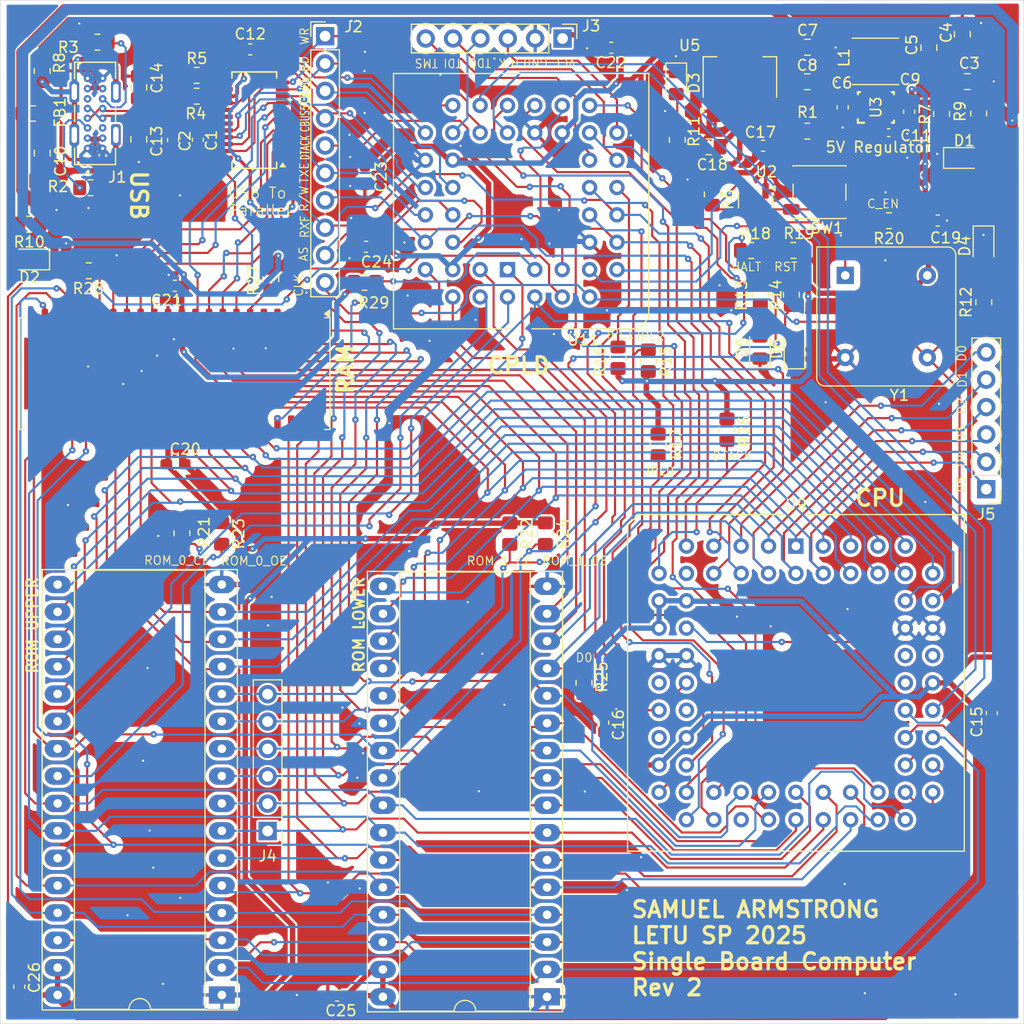
<source format=kicad_pcb>
(kicad_pcb (version 20240108) (generator "pcbnew") (generator_version "8.0")
  (title_block (title "Single Board Computer") (date "2025-02-15") (rev "2.0"))
  (layers (0 "F.Cu" signal) (31 "B.Cu" signal) (34 "B.Paste" user) (35 "F.Paste" user) (36 "B.SilkS" user "B.Silkscreen") (37 "F.SilkS" user "F.Silkscreen") (38 "B.Mask" user) (39 "F.Mask" user) (44 "Edge.Cuts" user))
  (net 0 "")
  (net 1 "+5VD")
  (net 2 "GND")
  (net 3 "+5V")
  (net 4 "Net-(C10-Pad1)")
  (net 5 "UTP_3V3")
  (net 6 "USBD+")
  (net 7 "+3V3")
  (net 8 "Net-(U3-VAUX)")
  (net 9 "CLK")
  (net 10 "CPU_HALT")
  (net 11 "CPU_RST")
  (net 12 "USBD-")
  (net 13 "Net-(J1-CC1)")
  (net 16 "Net-(J1-CC2)")
  (net 17 "TCK")
  (net 18 "TDI")
  (net 19 "TMS")
  (net 20 "TDO")
  (net 21 "CPU_DTACK")
  (net 22 "UTP_CBUS6")
  (net 23 "UTP_TXE")
  (net 24 "UTP_RXF")
  (net 25 "UTP_CBUS5")
  (net 26 "CPU_R{slash}W")
  (net 27 "UTP_WR")
  (net 28 "UTP_RD")
  (net 29 "CPU_AS")
  (net 30 "R_BTN")
  (net 31 "Net-(J1-SHIELD)")
  (net 32 "C_EN")
  (net 33 "RAM_CE")
  (net 34 "RAM_WE")
  (net 35 "RAM_OE")
  (net 36 "CPU_IPL2")
  (net 37 "CPU_IPL1")
  (net 38 "CPU_IPL0")
  (net 39 "CPU_FC0")
  (net 40 "CPU_FC1")
  (net 41 "CPU_FC2")
  (net 42 "ROM_0_CE")
  (net 43 "ROM_1_CE")
  (net 44 "ROM_0_OE")
  (net 45 "ROM_1_OE")
  (net 46 "UTP_SIWU")
  (net 47 "D1")
  (net 48 "D2")
  (net 49 "D4")
  (net 50 "D7")
  (net 51 "D5")
  (net 52 "D0")
  (net 53 "D6")
  (net 54 "D3")
  (net 55 "A15")
  (net 56 "A18")
  (net 57 "CPU_LDS")
  (net 58 "D13")
  (net 59 "D10")
  (net 60 "CPU_UDS")
  (net 61 "A12")
  (net 62 "A1")
  (net 63 "A6")
  (net 64 "Net-(D1-A)")
  (net 65 "D11")
  (net 66 "A7")
  (net 67 "A11")
  (net 68 "A14")
  (net 69 "Net-(D2-A)")
  (net 70 "A2")
  (net 71 "A9")
  (net 72 "Net-(D3-A)")
  (net 73 "A8")
  (net 74 "A3")
  (net 75 "A16")
  (net 76 "Net-(D4-A)")
  (net 77 "Net-(D5-A)")
  (net 78 "D15")
  (net 79 "A20")
  (net 80 "A5")
  (net 81 "A4")
  (net 82 "D14")
  (net 83 "Net-(D6-A)")
  (net 84 "D9")
  (net 85 "A17")
  (net 86 "A13")
  (net 87 "A19")
  (net 88 "A10")
  (net 89 "D12")
  (net 90 "D8")
  (net 91 "Net-(U3-L2)")
  (net 92 "Net-(U3-L1)")
  (net 93 "Net-(U3-EN)")
  (net 94 "Net-(U4-USBDM)")
  (net 95 "Net-(U4-USBDP)")
  (net 96 "Net-(SW1A-A)")
  (net 97 "Net-(U3-PG)")
  (net 98 "UTP_RST")
  (footprint "Connector_PinHeader_2.54mm:PinHeader_1x06_P2.54mm_Vertical" (layer "F.Cu") (at 194.375 88.72 180)
    (property "Reference" "J5")
    (property "Value" "Conn_01x06_Pin" (hide yes))
  )
  (footprint "LED_SMD:LED_0805_2012Metric_Pad1.15x1.40mm_HandSolder" (layer "F.Cu") (at 192.275 57.975)
    (property "Reference" "D1")
    (property "Value" "LED" (hide yes))
  )
  (footprint "Capacitor_SMD:C_0603_1608Metric_Pad1.08x0.95mm_HandSolder" (layer "F.Cu") (at 194.9 109.5 -90)
    (property "Reference" "C15")
    (property "Value" "100nF" (hide yes))
  )
  (footprint "Resistor_SMD:R_0805_2012Metric_Pad1.20x1.40mm_HandSolder" (layer "F.Cu") (at 119.725 92.8 -90)
    (property "Reference" "R21")
    (property "Value" "5.1k" (hide yes))
  )
  (footprint "Resistor_SMD:R_0805_2012Metric_Pad1.20x1.40mm_HandSolder" (layer "F.Cu") (at 111.8802 47.2302)
    (property "Reference" "R3")
    (property "Value" "5.1k" (hide yes))
  )
  (footprint "Resistor_SMD:R_0805_2012Metric_Pad1.20x1.40mm_HandSolder" (layer "F.Cu") (at 157.04 106.7 90)
    (property "Reference" "R25")
    (property "Value" "5.1k" (hide yes))
  )
  (footprint "Capacitor_SMD:C_0603_1608Metric_Pad1.08x0.95mm_HandSolder" (layer "F.Cu") (at 134.125 135.725 180)
    (property "Reference" "C25")
    (property "Value" "100nF" (hide yes))
  )
  (footprint "Resistor_SMD:R_0805_2012Metric_Pad1.20x1.40mm_HandSolder" (layer "F.Cu") (at 160.2 76.52 90)
    (property "Reference" "R16")
    (property "Value" "5.1k" (hide yes))
  )
  (footprint "Resistor_SMD:R_0805_2012Metric_Pad1.20x1.40mm_HandSolder" (layer "F.Cu") (at 176.47 66.56 180)
    (property "Reference" "R19")
    (property "Value" "5.1k" (hide yes))
  )
  (footprint "Capacitor_SMD:C_0603_1608Metric_Pad1.08x0.95mm_HandSolder" (layer "F.Cu") (at 158.83 110.39 90)
    (property "Reference" "C16")
    (property "Value" "100nF" (hide yes))
  )
  (footprint "Inductor_SMD:L_0805_2012Metric_Pad1.15x1.40mm_HandSolder" (layer "F.Cu") (at 105.875 53.85 180)
    (property "Reference" "FB1")
    (property "Value" "MI0805K601R-10" (hide yes))
  )
  (footprint "Resistor_SMD:R_0805_2012Metric_Pad1.20x1.40mm_HandSolder" (layer "F.Cu") (at 176.29 70.67 -90)
    (property "Reference" "R14")
    (property "Value" "1k" (hide yes))
  )
  (footprint "Connector_PinHeader_2.54mm:PinHeader_1x10_P2.54mm_Vertical" (layer "F.Cu") (at 133.0102 46.6702)
    (property "Reference" "J2")
    (property "Value" "Conn_01x10_Pin" (hide yes))
  )
  (footprint "Capacitor_SMD:C_0603_1608Metric_Pad1.08x0.95mm_HandSolder" (layer "F.Cu") (at 118.9 56.3104 -90)
    (property "Reference" "C2")
    (property "Value" "4.7uF" (hide yes))
  )
  (footprint "Capacitor_SMD:C_0805_2012Metric_Pad1.18x1.45mm_HandSolder" (layer "F.Cu") (at 168.6227 56.9402 180)
    (property "Reference" "C18")
    (property "Value" "10uF" (hide yes))
  )
  (footprint "Capacitor_SMD:C_0805_2012Metric_Pad1.18x1.45mm_HandSolder" (layer "F.Cu") (at 192.1602 46.4902 -90)
    (property "Reference" "C4")
    (property "Value" "22uF" (hide yes))
  )
  (footprint "Resistor_SMD:R_0805_2012Metric_Pad1.20x1.40mm_HandSolder" (layer "F.Cu") (at 170.31 83.2 -90)
    (property "Reference" "R26")
    (property "Value" "5.1k" (hide yes))
  )
  (footprint "Resistor_SMD:R_0805_2012Metric_Pad1.20x1.40mm_HandSolder" (layer "F.Cu") (at 168.95 61.36 -90)
    (property "Reference" "R6")
    (property "Value" "5.1k" (hide yes))
  )
  (footprint "Inductor_SMD:L_Coilcraft_XxL4020" (layer "F.Cu") (at 184.1006 49.0118)
    (property "Reference" "L1")
    (property "Value" "1.5u" (hide yes))
  )
  (footprint "Resistor_SMD:R_0805_2012Metric_Pad1.20x1.40mm_HandSolder" (layer "F.Cu") (at 121.0902 50.3102 180)
    (property "Reference" "R5")
    (property "Value" "27" (hide yes))
  )
  (footprint "Capacitor_SMD:C_0603_1608Metric_Pad1.08x0.95mm_HandSolder" (layer "F.Cu") (at 181.0526 53.279 90)
    (property "Reference" "C6")
    (property "Value" "10uF" (hide yes))
  )
  (footprint "Capacitor_SMD:C_0603_1608Metric_Pad1.08x0.95mm_HandSolder" (layer "F.Cu") (at 121.2 56.3 -90)
    (property "Reference" "C1")
    (property "Value" "100nF" (hide yes))
  )
  (footprint "Package_TO_SOT_SMD:SOT-223-3_TabPin2" (layer "F.Cu") (at 171.5102 50.4902 90)
    (property "Reference" "U5")
    (property "Value" "LD1117S33TR_SOT223")
  )
  (footprint "Package_DIP:DIP-32_W15.24mm_Socket_LongPads" (layer "F.Cu") (at 153.6158 135.8402 180)
    (property "Reference" "U12" (hide yes))
    (property "Value" "SST39SF040-70-4C-PHE")
  )
  (footprint "Capacitor_SMD:C_0402_1005Metric_Pad0.74x0.62mm_HandSolder" (layer "F.Cu") (at 185.325 55.625)
    (property "Reference" "C11")
    (property "Value" "100nF" (hide yes))
  )
  (footprint "Resistor_SMD:R_0805_2012Metric_Pad1.20x1.40mm_HandSolder" (layer "F.Cu") (at 185.35 63.8 180)
    (property "Reference" "R20")
    (property "Value" "5.1k" (hide yes))
  )
  (footprint "Resistor_SMD:R_0805_2012Metric_Pad1.20x1.40mm_HandSolder" (layer "F.Cu") (at 163.92 84.61 -90)
    (property "Reference" "R17")
    (property "Value" "5.1k" (hide yes))
  )
  (footprint "Capacitor_SMD:C_0805_2012Metric_Pad1.18x1.45mm_HandSolder" (layer "F.Cu") (at 115.7122 51.4202 90)
    (property "Reference" "C14")
    (property "Value" "47pF" (hide yes))
  )
  (footprint "Resistor_SMD:R_0805_2012Metric_Pad1.20x1.40mm_HandSolder" (layer "F.Cu") (at 153.45 92.85 -90)
    (property "Reference" "R24")
    (property "Value" "5.1k" (hide yes))
  )
  (footprint "CustomComponents:CUI_UJ20-C-V-C-3-SMT-TR" (layer "F.Cu") (at 111.6602 53.8402 90)
    (property "Reference" "J1")
    (property "Value" "USB_C_Receptacle_USB2.0_16P" (hide yes))
  )
  (footprint "Capacitor_SMD:C_0603_1608Metric_Pad1.08x0.95mm_HandSolder" (layer "F.Cu") (at 159.575 47.75 180)
    (property "Reference" "C22")
    (property "Value" "100nF" (hide yes))
  )
  (footprint "Capacitor_SMD:C_0805_2012Metric_Pad1.18x1.45mm_HandSolder" (layer "F.Cu") (at 189.0602 47.7402 -90)
    (property "Reference" "C5")
    (property "Value" "22uF" (hide yes))
  )
  (footprint "LED_SMD:LED_0805_2012Metric_Pad1.15x1.40mm_HandSolder" (layer "F.Cu") (at 173.37 75.575 90)
    (property "Reference" "D5")
    (property "Value" "LED" (hide yes))
  )
  (footprint "CustomComponents:RNM0015A" (layer "F.Cu") (at 184.138002 53.284996 90)
    (property "Reference" "U3")
    (property "Value" "TPS630701RNMT")
  )
  (footprint "Package_DIP:DIP-32_W15.24mm_Socket_LongPads" (layer "F.Cu") (at 123.425 135.67 180)
    (property "Reference" "U13" (hide yes))
    (property "Value" "SST39SF040-70-4C-PHE")
  )
  (footprint "Capacitor_SMD:C_0805_2012Metric_Pad1.18x1.45mm_HandSolder" (layer "F.Cu") (at 192.6227 50.8902 180)
    (property "Reference" "C3")
    (property "Value" "22uF" (hide yes))
  )
  (footprint "LED_SMD:LED_0805_2012Metric_Pad1.15x1.40mm_HandSolder" (layer "F.Cu") (at 165.6 51.025 -90)
    (property "Reference" "D3")
    (property "Value" "LED" (hide yes))
  )
  (footprint "Resistor_SMD:R_0805_2012Metric_Pad1.20x1.40mm_HandSolder" (layer "F.Cu") (at 173.41 70.69 -90)
    (property "Reference" "R13")
    (property "Value" "1k" (hide yes))
  )
  (footprint "Resistor_SMD:R_0805_2012Metric_Pad1.20x1.40mm_HandSolder" (layer "F.Cu") (at 150.15 92.85 -90)
    (property "Reference" "R22")
    (property "Value" "5.1k" (hide yes))
  )
  (footprint "LED_SMD:LED_0805_2012Metric_Pad1.15x1.40mm_HandSolder" (layer "F.Cu") (at 194.125 66.15 -90)
    (property "Reference" "D4")
    (property "Value" "LED" (hide yes))
  )
  (footprint "Resistor_SMD:R_0805_2012Metric_Pad1.20x1.40mm_HandSolder" (layer "F.Cu") (at 111.075 68.45)
    (property "Reference" "R28")
    (property "Value" "5.1k" (hide yes))
  )
  (footprint "Capacitor_SMD:C_0603_1608Metric_Pad1.08x0.95mm_HandSolder" (layer "F.Cu") (at 136.8 66.225 180)
    (property "Reference" "C24")
    (property "Value" "100nF" (hide yes))
  )
  (footprint "Resistor_SMD:R_0805_2012Metric_Pad1.20x1.40mm_HandSolder" (layer "F.Cu") (at 136.675 69.525)
    (property "Reference" "R29")
    (property "Value" "5.1k" (hide yes))
  )
  (footprint "Resistor_SMD:R_0805_2012Metric_Pad1.20x1.40mm_HandSolder" (layer "F.Cu") (at 177.7593 55.4888)
    (property "Reference" "R1")
    (property "Value" "10k" (hide yes))
  )
  (footprint "Capacitor_SMD:C_0603_1608Metric_Pad1.08x0.95mm_HandSolder" (layer "F.Cu") (at 126.0602 47.9)
    (property "Reference" "C12")
    (property "Value" "100nF" (hide yes))
  )
  (footprint "LED_SMD:LED_0805_2012Metric_Pad1.15x1.40mm_HandSolder" (layer "F.Cu") (at 176.58 75.685 90)
    (property "Reference" "D6")
    (property "Value" "LED" (hide yes))
  )
  (footprint "Resistor_SMD:R_0805_2012Metric_Pad1.20x1.40mm_HandSolder" (layer "F.Cu") (at 123.4 92.825 -90)
    (property "Reference" "R23")
    (property "Value" "5.1k" (hide yes))
  )
  (footprint "Package_LCC:PLCC-68_THT-Socket" (layer "F.Cu") (at 176.71 94)
    (property "Reference" "U9")
    (property "Value" "MC68000FN" (hide yes))
  )
  (footprint "Package_TO_SOT_SMD:SOT-23" (layer "F.Cu") (at 172.9425 61.96 -90)
    (property "Reference" "U2")
    (property "Value" "TLV809EA46DBZR" (hide yes))
  )
  (footprint "Resistor_SMD:R_0805_2012Metric_Pad1.20x1.40mm_HandSolder" (layer "F.Cu") (at 194.15 71.375 90)
    (property "Reference" "R12")
    (property "Value" "1k" (hide yes))
  )
  (footprint "Capacitor_SMD:C_0805_2012Metric_Pad1.18x1.45mm_HandSolder" (layer "F.Cu") (at 115.7202 56.2557 -90)
    (property "Reference" "C13")
    (property "Value" "47pF" (hide yes))
  )
  (footprint "Connector_PinHeader_2.54mm:PinHeader_1x06_P2.54mm_Vertical" (layer "F.Cu") (at 155.0502 46.8902 -90)
    (property "Reference" "J3")
    (property "Value" "Conn_01x06_Pin" (hide yes))
  )
  (footprint "Resistor_SMD:R_0805_2012Metric_Pad1.20x1.40mm_HandSolder" (layer "F.Cu") (at 190.2307 53.8886 -90)
    (property "Reference" "R7")
    (property "Value" "100k" (hide yes))
  )
  (footprint "Connector_PinHeader_2.54mm:PinHeader_1x06_P2.54mm_Vertical" (layer "F.Cu") (at 127.675 120.45 180)
    (property "Reference" "J4")
    (property "Value" "Conn_01x06_Pin" (hide yes))
  )
  (footprint "Package_SO:SSOP-24_3.9x8.7mm_P0.635mm" (layer "F.Cu") (at 126.4402 54.4677 180)
    (property "Reference" "U4" (hide yes))
    (property "Value" "FT240XS")
  )
  (footprint "Package_SO:SOJ-44_10.16x28.575mm_P1.27mm" (layer "F.Cu") (at 119.0652 77.9902 -90)
    (property "Reference" "U10" (hide yes))
    (property "Value" "AS7C1026B-12JCN")
  )
  (footprint "Capacitor_SMD:C_0603_1608Metric_Pad1.08x0.95mm_HandSolder" (layer "F.Cu") (at 187.2248 53.6843 -90)
    (property "Reference" "C9")
    (property "Value" "10uF" (hide yes))
  )
  (footprint "Resistor_SMD:R_0805_2012Metric_Pad1.20x1.40mm_HandSolder" (layer "F.Cu") (at 121.0902 52.2402 180)
    (property "Reference" "R4")
    (property "Value" "27" (hide yes))
  )
  (footprint "Resistor_SMD:R_0805_2012Metric_Pad1.20x1.40mm_HandSolder" (layer "F.Cu") (at 193.675 53.85 -90)
    (property "Reference" "R9")
    (property "Value" "1k" (hide yes))
  )
  (footprint "Resistor_SMD:R_0805_2012Metric_Pad1.20x1.40mm_HandSolder" (layer "F.Cu") (at 172.56 66.57 180)
    (property "Reference" "R18")
    (property "Value" "5.1k" (hide yes))
  )
  (footprint "Resistor_SMD:R_0805_2012Metric_Pad1.20x1.40mm_HandSolder" (layer "F.Cu") (at 165.7 56.3 90)
    (property "Reference" "R11")
    (property "Value" "1k" (hide yes))
  )
  (footprint "Resistor_SMD:R_0805_2012Metric_Pad1.20x1.40mm_HandSolder" (layer "F.Cu") (at 127.975 69.225 -90)
    (property "Reference" "R27")
    (property "Value" "5.1k" (hide yes))
  )
  (footprint "Package_LCC:PLCC-44_THT-Socket" (layer "F.Cu") (at 149.9402 68.3402 180)
    (property "Reference" "U11")
    (property "Value" "XC9572XL-PC44")
  )
  (footprint "Capacitor_SMD:C_0805_2012Metric_Pad1.18x1.45mm_HandSolder" (layer "F.Cu") (at 106.75 57.525 -90)
    (property "Reference" "C10")
    (property "Value" "10uF" (hide yes))
  )
  (footprint "Capacitor_SMD:C_0603_1608Metric_Pad1.08x0.95mm_HandSolder" (layer "F.Cu") (at 173.6602 56.8402 180)
    (property "Reference" "C17")
    (property "Value" "100nF" (hide yes))
  )
  (footprint "Capacitor_SMD:C_0805_2012Metric_Pad1.18x1.45mm_HandSolder" (layer "F.Cu") (at 177.7848 47.6998)
    (property "Reference" "C7")
    (property "Value" "10uF" (hide yes))
  )
  (footprint "Capacitor_SMD:C_0603_1608Metric_Pad1.08x0.95mm_HandSolder" (layer "F.Cu") (at 119.0602 69.8402 180)
    (property "Reference" "C21")
    (property "Value" "100nF" (hide yes))
  )
  (footprint "LED_SMD:LED_0805_2012Metric_Pad1.15x1.40mm_HandSolder" (layer "F.Cu") (at 105.575 67.4 180)
    (property "Reference" "D2")
    (property "Value" "LED" (hide yes))
  )
  (footprint "Oscillator:Oscillator_DIP-8" (layer "F.Cu") (at 181.2902 68.8802 -90)
    (property "Reference" "Y1")
    (property "Value" "CXO_DIP8")
  )
  (footprint "Capacitor_SMD:C_0603_1608Metric_Pad1.08x0.95mm_HandSolder" (layer "F.Cu") (at 136.7 59.575 -90)
    (property "Reference" "C23")
    (property "Value" "100nF" (hide yes))
  )
  (footprint "Button_Switch_SMD:SW_SPST_PTS647_Sx38" (layer "F.Cu") (at 178.9 61.15 180)
    (property "Reference" "SW1")
    (property "Value" "SW_DPST_x2_Custom" (hide yes))
  )
  (footprint "Resistor_SMD:R_0805_2012Metric_Pad1.20x1.40mm_HandSolder" (layer "F.Cu") (at 163.01 76.8 90)
    (property "Reference" "R15")
    (property "Value" "5.1k" (hide yes))
  )
  (footprint "Capacitor_SMD:C_0603_1608Metric_Pad1.08x0.95mm_HandSolder" (layer "F.Cu") (at 104.625 134.9 90)
    (property "Reference" "C26")
    (property "Value" "100nF" (hide yes))
  )
  (footprint "Capacitor_SMD:C_0805_2012Metric_Pad1.18x1.45mm_HandSolder" (layer "F.Cu") (at 177.7633 50.9002)
    (property "Reference" "C8")
    (property "Value" "10uF" (hide yes))
  )
  (footprint "Resistor_SMD:R_0805_2012Metric_Pad1.20x1.40mm_HandSolder" (layer "F.Cu") (at 111.2302 60.7402)
    (property "Reference" "R2")
    (property "Value" "5.1k" (hide yes))
  )
  (footprint "Capacitor_SMD:C_0603_1608Metric_Pad1.08x0.95mm_HandSolder" (layer "F.Cu") (at 189.8754 63.7902)
    (property "Reference" "C19")
    (property "Value" "100nF" (hide yes))
  )
  (footprint "Resistor_SMD:R_0805_2012Metric_Pad1.20x1.40mm_HandSolder" (layer "F.Cu") (at 106.75 49.9 90)
    (property "Reference" "R8")
    (property "Value" "0" (hide yes))
  )
  (footprint "Capacitor_SMD:C_0603_1608Metric_Pad1.08x0.95mm_HandSolder" (layer "F.Cu") (at 119.125 86.4)
    (property "Reference" "C20")
    (property "Value" "100nF" (hide yes))
  )
  (footprint "Resistor_SMD:R_0805_2012Metric_Pad1.20x1.40mm_HandSolder" (layer "F.Cu") (at 105.55 64.125 180)
    (property "Reference" "R10")
    (property "Value" "1k" (hide yes))
  )
  (gr_rect (start 102.8602 43.3402) (end 197.8602 138.3402) (stroke (width 0.05)) (fill none) (layer "Edge.Cuts"))
  (gr_text "TXE" (at 131.55 60.4 90) (layer "F.SilkS") (effects (font (size 0.8 0.75) (thickness 0.1)) (justify left bottom)))
  (gr_text "GND" (at 153.75 48.65 180) (layer "F.SilkS") (effects (font (size 0.8 0.75) (thickness 0.1)) (justify left bottom)))
  (gr_text "AS\n" (at 131.475 67.625 90) (layer "F.SilkS") (effects (font (size 0.8 0.75) (thickness 0.1)) (justify left bottom)))
  (gr_text "WR" (at 131.575 47.55 90) (layer "F.SilkS") (effects (font (size 0.8 0.75) (thickness 0.1)) (justify left bottom)))
  (gr_text "RXF" (at 131.6 65.475 90) (layer "F.SilkS") (effects (font (size 0.8 0.75) (thickness 0.1)) (justify left bottom)))
  (gr_text "D4" (at 192.5 86.75 90) (layer "F.SilkS") (effects (font (size 0.8 0.8) (thickness 0.1)) (justify left bottom)))
  (gr_text "TDO" (at 148.475 48.675 180) (layer "F.SilkS") (effects (font (size 0.8 0.75) (thickness 0.1)) (justify left bottom)))
  (gr_text "CPU" (at 182.05 90.425 0) (layer "F.SilkS") (effects (font (size 1.5 1.5) (thickness 0.3) (bold yes)) (justify left bottom)))
  (gr_text "RD" (at 131.55 50.075 90) (layer "F.SilkS") (effects (font (size 0.8 0.75) (thickness 0.1)) (justify left bottom)))
  (gr_text "TDI" (at 145.75 48.7 180) (layer "F.SilkS") (effects (font (size 0.8 0.75) (thickness 0.1)) (justify left bottom)))
  (gr_text "D2" (at 192.55 81.85 90) (layer "F.SilkS") (effects (font (size 0.8 0.8) (thickness 0.1)) (justify left bottom)))
  (gr_text "CBUS6" (at 131.575 53.025 90) (layer "F.SilkS") (effects (font (size 0.8 0.5) (thickness 0.1)) (justify left bottom)))
  (gr_text "ROM_1_OE" (at 153.1 95.825 0) (layer "F.SilkS") (effects (font (size 0.8 0.8) (thickness 0.1)) (justify left bottom)))
  (gr_text "CPLD" (at 147.925 78.125 0) (layer "F.SilkS") (effects (font (size 1.5 1.5) (thickness 0.3) (bold yes)) (justify left bottom)))
  (gr_text "IPL2" (at 161.85 75 0) (layer "F.SilkS") (effects (font (size 0.8 0.8) (thickness 0.1)) (justify left bottom)))
  (gr_text "CLK" (at 131.025 70.9 90) (layer "F.SilkS") (effects (font (size 0.8 0.75) (thickness 0.1)) (justify left bottom)))
  (gr_text "ROM_1_CE" (at 146.1 95.85 0) (layer "F.SilkS") (effects (font (size 0.8 0.8) (thickness 0.1)) (justify left bottom)))
  (gr_text "RAM" (at 135.8 80.05 90) (layer "F.SilkS") (effects (font (size 1.5 1.5) (thickness 0.3) (bold yes)) (justify left bottom)))
  (gr_text "C_EN" (at 183.25 62.7 0) (layer "F.SilkS") (effects (font (size 0.8 0.8) (thickness 0.1)) (justify left bottom)))
  (gr_text "RST" (at 174.625 68.55 0) (layer "F.SilkS") (effects (font (size 0.8 0.8) (thickness 0.1)) (justify left bottom)))
  (gr_text "D3" (at 192.525 84.425 90) (layer "F.SilkS") (effects (font (size 0.8 0.8) (thickness 0.1)) (justify left bottom)))
  (gr_text "D0" (at 192.575 76.95 90) (layer "F.SilkS") (effects (font (size 0.8 0.8) (thickness 0.1)) (justify left bottom)))
  (gr_text "IPL1" (at 159.05 74.8 0) (layer "F.SilkS") (effects (font (size 0.8 0.8) (thickness 0.1)) (justify left bottom)))
  (gr_text "USB" (at 114.85 59 270) (layer "F.SilkS") (effects (font (size 1.5 1.5) (thickness 0.3) (bold yes)) (justify left bottom)))
  (gr_text "CBUS5" (at 131.625 55.625 90) (layer "F.SilkS") (effects (font (size 0.8 0.5) (thickness 0.1)) (justify left bottom)))
  (gr_text "DTACK" (at 131.625 58.225 90) (layer "F.SilkS") (effects (font (size 0.8 0.5) (thickness 0.1)) (justify left bottom)))
  (gr_text "TMS" (at 143.55 48.7 180) (layer "F.SilkS") (effects (font (size 0.8 0.75) (thickness 0.1)) (justify left bottom)))
  (gr_text "ROM_0_CE" (at 116.15 95.8 0) (layer "F.SilkS") (effects (font (size 0.8 0.8) (thickness 0.1)) (justify left bottom)))
  (gr_text "ROM UPPER" (at 106.425 105.95 90) (layer "F.SilkS") (effects (font (size 1 1) (thickness 0.2) (bold yes)) (justify left bottom)))
  (gr_text "DTACK" (at 168.9 86.1 0) (layer "F.SilkS") (effects (font (size 0.8 0.8) (thickness 0.1)) (justify left bottom)))
  (gr_text "IPL0" (at 162.75 87.5 0) (layer "F.SilkS") (effects (font (size 0.8 0.8) (thickness 0.1)) (justify left bottom)))
  (gr_text "VCC" (at 156.3 48.675 180) (layer "F.SilkS") (effects (font (size 0.8 0.75) (thickness 0.1)) (justify left bottom)))
  (gr_text "ROM_0_OE" (at 123.3 95.85 0) (layer "F.SilkS") (effects (font (size 0.8 0.8) (thickness 0.1)) (justify left bottom)))
  (gr_text "TCK" (at 151.2 48.675 180) (layer "F.SilkS") (effects (font (size 0.8 0.75) (thickness 0.1)) (justify left bottom)))
  (gr_text "USB To\nParallel" (at 123.925 63.425 0) (layer "F.SilkS") (effects (font (size 1 1) (thickness 0.1)) (justify left bottom)))
  (gr_text "D5" (at 192.525 89.125 90) (layer "F.SilkS") (effects (font (size 0.8 0.8) (thickness 0.1)) (justify left bottom)))
  (gr_text "HALT" (at 170.65 68.55 0) (layer "F.SilkS") (effects (font (size 0.8 0.8) (thickness 0.1)) (justify left bottom)))
  (gr_text "SAMUEL ARMSTRONG\nLETU SP 2025\nSingle Board Computer\nRev 2" (at 161.3 135.85 0) (layer "F.SilkS") (effects (font (size 1.5 1.5) (thickness 0.3) (bold yes)) (justify left bottom)))
  (gr_text "R/W" (at 131.525 63.025 90) (layer "F.SilkS") (effects (font (size 0.8 0.75) (thickness 0.1)) (justify left bottom)))
  (gr_text "D1" (at 192.625 79.375 90) (layer "F.SilkS") (effects (font (size 0.8 0.8) (thickness 0.1)) (justify left bottom)))
  (gr_text "D0" (at 156.2 104.825 0) (layer "F.SilkS") (effects (font (size 0.8 0.8) (thickness 0.1)) (justify left bottom)))
  (gr_text "ROM LOWER" (at 136.725 105.85 90) (layer "F.SilkS") (effects (font (size 1 1) (thickness 0.2) (bold yes)) (justify left bottom)))
  (segment (start 182.724706 52.7467) (end 182.738002 52.759996) (width 0.2) (layer "F.Cu") (net 1))
  (segment (start 106.55 64.125) (end 106.55 62.7) (width 1) (layer "F.Cu") (net 1))
  (segment (start 113.775 64.125) (end 117.57 60.33) (width 0.5) (layer "F.Cu") (net 1))
  (segment (start 176.7258 55.4553) (end 176.7593 55.4888) (width 0.5) (layer "F.Cu") (net 1))
  (segment (start 181.0526 52.7467) (end 182.724706 52.7467) (width 0.2) (layer "F.Cu") (net 1))
  (segment (start 176.7473 47.6998) (end 176.7473 46.2598) (width 1) (layer "F.Cu") (net 1))
  (segment (start 174.6775 44.19) (end 108.8334 44.19) (width 1) (layer "F.Cu") (net 1))
  (segment (start 117.57 60.33) (end 117.57 55.98) (width 0.5) (layer "F.Cu") (net 1))
  (segment (start 117.57 55.98) (end 118.1021 55.4479) (width 0.5) (layer "F.Cu") (net 1))
  (segment (start 181.0526 52.4165) (end 177.5521 52.4165) (width 1) (layer "F.Cu") (net 1))
  (segment (start 123.8402 54.1502) (end 122.9 54.1502) (width 0.2) (layer "F.Cu") (net 1))
  (segment (start 176.7473 50.8787) (end 176.7258 50.9002) (width 0.5) (layer "F.Cu") (net 1))
  (segment (start 177.5521 52.4165) (end 176.7258 51.5902) (width 1) (layer "F.Cu") (net 1))
  (segment (start 106.55 64.125) (end 113.775 64.125) (width 0.5) (layer "F.Cu") (net 1))
  (segment (start 118.9 54.95) (end 118.9 55.4479) (width 0.5) (layer "F.Cu") (net 1))
  (segment (start 119.65 54.2) (end 118.9 54.95) (width 0.5) (layer "F.Cu") (net 1))
  (segment (start 106.55 62.7) (end 104.85 61) (width 1) (layer "F.Cu") (net 1))
  (segment (start 176.7258 51.5902) (end 176.7258 55.4553) (width 1) (layer "F.Cu") (net 1))
  (segment (start 121.75 54.2) (end 119.65 54.2) (width 0.5) (layer "F.Cu") (net 1))
  (segment (start 176.7473 46.2598) (end 174.6775 44.19) (width 1) (layer "F.Cu") (net 1))
  (segment (start 176.7258 50.9002) (end 176.7258 51.5902) (width 0.5) (layer "F.Cu") (net 1))
  (segment (start 118.1021 55.4479) (end 118.9 55.4479) (width 0.5) (layer "F.Cu") (net 1))
  (segment (start 121.8 54.15) (end 121.7998 54.1502) (width 0.5) (layer "F.Cu") (net 1))
  (segment (start 176.7473 47.6998) (end 176.7473 50.8787) (width 1) (layer "F.Cu") (net 1))
  (segment (start 121.7998 54.1502) (end 121.75 54.2) (width 0.5) (layer "F.Cu") (net 1))
  (segment (start 121.2 54.75) (end 121.2 55.4375) (width 0.5) (layer "F.Cu") (net 1))
  (segment (start 122.8998 54.15) (end 121.8 54.15) (width 0.5) (layer "F.Cu") (net 1))
  (segment (start 122.9 54.1502) (end 122.8998 54.15) (width 0.5) (layer "F.Cu") (net 1))
  (segment (start 108.8334 44.19) (end 104.85 48.1734) (width 1) (layer "F.Cu") (net 1))
  (segment (start 104.85 61) (end 104.85 53.85) (width 1) (layer "F.Cu") (net 1))
  (segment (start 104.85 48.1734) (end 104.85 53.85) (width 1) (layer "F.Cu") (net 1))
  (segment (start 121.7998 54.1502) (end 121.2 54.75) (width 0.5) (layer "F.Cu") (net 1))
  (segment (start 130.395 135.675) (end 133.2125 135.675) (width 0.5) (layer "F.Cu") (net 2))
  (segment (start 110.2 45.5) (end 110.9602 46.2602) (width 0.5) (layer "F.Cu") (net 2))
  (segment (start 123.8402 54.7852) (end 123.0648 54.7852) (width 0.2) (layer "F.Cu") (net 2))
  (segment (start 115.7122 46.7622) (end 115.7122 50.3827) (width 0.5) (layer "F.Cu") (net 2))
  (segment (start 167.5852 56.9402) (end 168.6602 55.8652) (width 0.5) (layer "F.Cu") (net 2))
  (segment (start 184.888 53.66) (end 184.888 54.434996) (width 0.2) (layer "F.Cu") (net 2))
  (segment (start 152.4802 55.6402) (end 153.7414 54.379) (width 0.5) (layer "F.Cu") (net 2))
  (segment (start 185.538002 53.509997) (end 185.038003 53.509997) (width 0.2) (layer "F.Cu") (net 2))
  (segment (start 135.299799 55.830201) (end 135.270251 55.830201) (width 0.5) (layer "F.Cu") (net 2))
  (segment (start 119.7002 82.9402) (end 119.7002 86.1127) (width 0.5) (layer "F.Cu") (net 2))
  (segment (start 119.7002 86.1127) (end 119.9875 86.4) (width 0.5) (layer "F.Cu") (net 2))
  (segment (start 185.9203 55.725) (end 185.792 55.5967) (width 0.5) (layer "F.Cu") (net 2))
  (segment (start 118.484262 69.566138) (end 118.2102 69.8402) (width 0.5) (layer "F.Cu") (net 2))
  (segment (start 110.2 45.5) (end 114.45 45.5) (width 0.5) (layer "F.Cu") (net 2))
  (segment (start 176.295 76.425) (end 176.58 76.71) (width 0.5) (layer "F.Cu") (net 2))
  (segment (start 169.2102 53.6402) (end 168.7552 54.0952) (width 0.5) (layer "F.Cu") (net 2))
  (segment (start 122.37 56.74) (end 121.9475 57.1625) (width 0.2) (layer "F.Cu") (net 2))
  (segment (start 106.75 60.075) (end 106.75 58.5625) (width 0.5) (layer "F.Cu") (net 2))
  (segment (start 185.7095 55.025) (end 185.7095 55.5142) (width 0.2) (layer "F.Cu") (net 2))
  (segment (start 150.6825 64.965344) (end 151.233578 65.516422) (width 0.5) (layer "F.Cu") (net 2))
  (segment (start 147.025127 51.5) (end 145.785127 50.26) (width 0.5) (layer "F.Cu") (net 2))
  (segment (start 180.4 47.725) (end 178.8475 47.725) (width 0.5) (layer "F.Cu") (net 2))
  (segment (start 153.827993 65.917207) (end 153.6952 66.05) (width 0.5) (layer "F.Cu") (net 2))
  (segment (start 159.6425 109.5275) (end 158.83 109.5275) (width 0.5) (layer "F.Cu") (net 2))
  (segment (start 118.974371 74.800629) (end 118.4302 74.256458) (width 0.5) (layer "F.Cu") (net 2))
  (segment (start 110.9602 46.2602) (end 110.9602 47.3102) (width 0.5) (layer "F.Cu") (net 2))
  (segment (start 114.45 45.5) (end 115.7122 46.7622) (width 0.5) (layer "F.Cu") (net 2))
  (segment (start 123.05 54.8) (end 123.05 54.82101) (width 0.2) (layer "F.Cu") (net 2))
  (segment (start 181.1841 54.01) (end 182.9 54.01) (width 0.2) (layer "F.Cu") (net 2))
  (segment (start 145.785127 50.26) (end 143.71 50.26) (width 0.5) (layer "F.Cu") (net 2))
  (segment (start 130.39 135.67) (end 130.395 135.675) (width 0.5) (layer "F.Cu") (net 2))
  (segment (start 180.45 50.875) (end 178.826 50.875) (width 0.5) (layer "F.Cu") (net 2))
  (segment (start 184.888 54.434996) (end 184.953004 54.5) (width 0.2) (layer "F.Cu") (net 2))
  (segment (start 130.8102 64.0098) (end 130.8102 55.31621) (width 0.5) (layer "F.Cu") (net 2))
  (segment (start 160.035 109.135) (end 159.6425 109.5275) (width 0.5) (layer "F.Cu") (net 2))
  (segment (start 189.0575 46.7) (end 189.0602 46.7027) (width 0.5) (layer "F.Cu") (net 2))
  (segment (start 121.2 57.1625) (end 118.9104 57.1625) (width 0.5) (layer "F.Cu") (net 2))
  (segment (start 185.208002 54.5) (end 185.7053 54.997298) (width 0.2) (layer "F.Cu") (net 2))
  (segment (start 115.7202 59.3048) (end 115.7202 58.35) (width 0.5) (layer "F.Cu") (net 2))
  (segment (start 165.6 50) (end 165.6 48.55) (width 0.5) (layer "F.Cu") (net 2))
  (segment (start 190.2 57.975) (end 189.825 57.6) (width 0.5) (layer "F.Cu") (net 2))
  (segment (start 168.6602 55.8652) (end 168.6602 54.1902) (width 0.5) (layer "F.Cu") (net 2))
  (segment (start 121.1896 57.1729) (end 121.2 57.1625) (width 0.2) (layer "F.Cu") (net 2))
  (segment (start 185.7053 55.0208) (end 185.7095 55.025) (width 0.2) (layer "F.Cu") (net 2))
  (segment (start 165.6 48.55) (end 165.575 48.525) (width 0.5) (layer "F.Cu") (net 2))
  (segment (start 112.2302 61.4402) (end 112.2302 60.7402) (width 0.5) (layer "F.Cu") (net 2))
  (segment (start 110.15 45.5) (end 106.75 48.9) (width 0.5) (layer "F.Cu") (net 2))
  (segment (start 153.7414 54.379) (end 153.7414 52.577793) (width 0.5) (layer "F.Cu") (net 2))
  (segment (start 193.9 45.4527) (end 192.1602 45.4527) (width 0.5) (layer "F.Cu") (net 2))
  (segment (start 118.4302 74.256458) (end 118.4302 73.0402) (width 0.5) (layer "F.Cu") (net 2))
  (segment (start 191.25 57.975) (end 190.2 57.975) (width 0.5) (layer "F.Cu") (net 2))
  (segment (start 185.038003 53.509997) (end 184.888 53.66) (width 0.2) (layer "F.Cu") (net 2))
  (segment (start 130.8102 55.31621) (end 130.27919 54.7852) (width 0.5) (layer "F.Cu") (net 2))
  (segment (start 136.68 53.8) (end 136.68 54.45) (width 0.5) (layer "F.Cu") (net 2))
  (segment (start 109.3 62.625) (end 106.75 60.075) (width 0.5) (layer "F.Cu") (net 2))
  (segment (start 111.0454 62.625) (end 112.2302 61.4402) (width 0.5) (layer "F.Cu") (net 2))
  (segment (start 150.6825 61.876003) (end 150.6825 64.965344) (width 0.5) (layer "F.Cu") (net 2))
  (segment (start 115.5757 50.5192) (end 115.7122 50.3827) (width 0.5) (layer "F.Cu") (net 2))
  (segment (start 143.315836 50.26) (end 143.71 50.26) (width 0.5) (layer "F.Cu") (net 2))
  (segment (start 193.6754 50.875) (end 193.6602 50.8902) (width 0.5) (layer "F.Cu") (net 2))
  (segment (start 176.58 76.71) (end 176.665 76.625) (width 0.5) (layer "F.Cu") (net 2))
  (segment (start 118.484262 68.824462) (end 118.484262 69.566138) (width 0.5) (layer "F.Cu") (net 2))
  (segment (start 152.663607 51.5) (end 147.025127 51.5) (width 0.5) (layer "F.Cu") (net 2))
  (segment (start 168.6602 54.1902) (end 169.2102 53.6402) (width 0.5) (layer "F.Cu") (net 2))
  (segment (start 123.05 54.82101) (end 122.37 55.50101) (width 0.2) (layer "F.Cu") (net 2))
  (segment (start 173.545 76.425) (end 176.295 76.425) (width 0.5) (layer "F.Cu") (net 2))
  (segment (start 195.075 50.875) (end 193.6754 50.875) (width 0.5) (layer "F.Cu") (net 2))
  (segment (start 151.767156 66.05) (end 151.233578 65.516422) (width 0.5) (layer "F.Cu") (net 2))
  (segment (start 127.49 95.4) (end 125.32 97.57) (width 0.5) (layer "F.Cu") (net 2))
  (segment (start 133.2125 135.675) (end 133.2625 135.725) (width 0.5) (layer "F.Cu") (net 2))
  (segment (start 136.67 49.9102) (end 136.67 53.24) (width 0.5) (layer "F.Cu") (net 2))
  (segment (start 185.792 55.5967) (end 185.792 55.5142) (width 0.5) (layer "F.Cu") (net 2))
  (segment (start 123.0648 54.7852) (end 123.05 54.8) (width 0.2) (layer "F.Cu") (net 2))
  (segment (start 119.11 61.45) (end 119.53 61.45) (width 0.5) (layer "F.Cu") (net 2))
  (segment (start 119.53 57.8029) (end 118.9 57.1729) (width 0.5) (layer "F.Cu") (net 2))
  (segment (start 181.0526 54.1415) (end 181.1841 54.01) (width 0.2) (layer "F.Cu") (net 2))
  (segment (start 111.095 62.625) (end 111.0454 62.625) (width 0.3) (layer "F.Cu") (net 2))
  (segment (start 187.05 55.725) (end 185.9203 55.725) (width 0.5) (layer "F.Cu") (net 2))
  (segment (start 127.49 93.9025) (end 127.49 95.4) (width 0.5) (layer "F.Cu") (net 2))
  (segment (start 136.68 53.25) (end 136.68 53.8) (width 0.5) (layer "F.Cu") (net 2))
  (segment (start 118.9104 57.1625) (end 118.9 57.1729) (width 0.5) (layer "F.Cu") (net 2))
  (segment (start 178.826 50.875) (end 178.8008 50.9002) (width 0.5) (layer "F.Cu") (net 2))
  (segment (start 113.66 67.02) (end 113.66 66.9) (width 0.5) (layer "F.Cu") (net 2))
  (segment (start 135.9375 66.6125) (end 135.9375 66.225) (width 0.5) (layer "F.Cu") (net 2))
  (segment (start 118.2102 69.8402) (end 118.1977 69.8402) (width 0.5) (layer "F.Cu") (net 2))
  (segment (start 112.4 62.625) (end 115.7202 59.3048) (width 0.5) (layer "F.Cu") (net 2))
  (segment (start 135.34 60.575) (end 135.34 57.89) (width 0.5) (layer "F.Cu") (net 2))
  (segment (start 185.7053 54.997298) (end 185.7053 55.0208) (width 0.2) (layer "F.Cu") (net 2))
  (segment (start 135.47 45.26) (end 138.315836 45.26) (width 0.5) (layer "F.Cu") (net 2))
  (segment (start 153.7414 52.577793) (end 152.663607 51.5) (width 0.5) (layer "F.Cu") (net 2))
  (segment (start 176.665 76.625) (end 181.1654 76.625) (width 0.5) (layer "F.Cu") (net 2))
  (segment (start 158.6625 47.8) (end 158.7125 47.75) (width 0.5) (layer "F.Cu") (net 2))
  (segment (start 138.315836 45.26) (end 143.315836 50.26) (width 0.5) (layer "F.Cu") (net 2))
  (segment (start 136.68 54.45) (end 135.299799 55.830201) (width 0.5) (layer "F.Cu") (net 2))
  (segment (start 153.6952 66.05) (end 151.767156 66.05) (width 0.5) (layer "F.Cu") (net 2))
  (segment (start 122.37 55.50101) (end 122.37 56.74) (width 0.2) (layer "F.Cu") (net 2))
  (segment (start 184.953004 54.5) (end 185.208002 54.5) (width 0.2) (layer "F.Cu") (net 2))
  (segment (start 135.275 67.275) (end 135.9375 66.6125) (width 0.5) (layer "F.Cu") (net 2))
  (segment (start 145.658964 56.852467) (end 150.6825 61.876003) (width 0.5) (layer "F.Cu") (net 2))
  (segment (start 129.5627 45.26) (end 126.9227 47.9) (width 0.5) (layer "F.Cu") (net 2))
  (segment (start 157.325 47.8) (end 158.6625 47.8) (width 0.5) (layer "F.Cu") (net 2))
  (segment (start 115.7202 58.35) (end 115.7202 57.2932) (width 0.5) (layer "F.Cu") (net 2))
  (segment (start 181.1654 76.625) (end 181.2902 76.5002) (width 0.5) (layer "F.Cu") (net 2))
  (segment (start 187.475 46.7) (end 189.0575 46.7) (width 0.5) (layer "F.Cu") (net 2))
  (segment (start 173.37 76.6) (end 173.545 76.425) (width 0.5) (layer "F.Cu") (net 2))
  (segment (start 111.0454 62.625) (end 109.3 62.625) (width 0.5) (layer "F.Cu") (net 2))
  (segment (start 110.2 45.5) (end 110.15 45.5) (width 0.5) (layer "F.Cu") (net 2))
  (segment (start 119.53 61.45) (end 119.53 57.8029) (width 0.5) (layer "F.Cu") (net 2))
  (segment (start 181.0526 55.1474) (end 181.05 55.15) (width 0.5) (layer "F.Cu") (net 2))
  (segment (start 119.9875 86.4) (end 127.49 93.9025) (width 0.5) (layer "F.Cu") (net 2))
  (segment (start 113.66 66.9) (end 119.11 61.45) (width 0.5) (layer "F.Cu") (net 2))
  (segment (start 125.32 97.57) (end 123.425 97.57) (width 0.5) (layer "F.Cu") (net 2))
  (segment (start 184.336359 53.608353) (end 184.939648 53.608353) (width 0.2) (layer "F.Cu") (net 2))
  (segment (start 187.2248 54.5468) (end 187.2248 55.5502) (width 0.5) (layer "F.Cu") (net 2))
  (segment (start 145.588253 56.852467) (end 145.658964 56.852467) (width 0.5) (layer "F.Cu") (net 2))
  (segment (start 111.0454 62.625) (end 112.4 62.625) (width 0.5) (layer "F.Cu") (net 2))
  (segment (start 181.0526 54.1415) (end 181.0526 55.1474) (width 0.5) (layer "F.Cu") (net 2))
  (segment (start 135.47 45.26) (end 129.5627 45.26) (width 0.5) (layer "F.Cu") (net 2))
  (segment (start 136.67 53.24) (end 136.68 53.25) (width 0.5) (layer "F.Cu") (net 2))
  (segment (start 184.138002 53.409996) (end 184.336359 53.608353) (width 0.2) (layer "F.Cu") (net 2))
  (segment (start 121.9475 57.1625) (end 121.2 57.1625) (width 0.2) (layer "F.Cu") (net 2))
  (segment (start 129.0402 54.7852) (end 130.27919 54.7852) (width 0.2) (layer "F.Cu") (net 2))
  (segment (start 135.424607 63.549607) (end 135.34 63.465) (width 0.5) (layer "F.Cu") (net 2))
  (segment (start 176.275 59.55) (end 181.525 59.55) (width 0.5) (layer "F.Cu") (net 2))
  (segment (start 135.34 63.465) (end 135.34 60.575) (width 0.5) (layer "F.Cu") (net 2))
  (segment (start 184.138002 52.684997) (end 184.138002 53.409996) (width 0.2) (layer "F.Cu") (net 2))
  (segment (start 178.8475 47.725) (end 178.8223 47.6998) (width 0.5) (layer "F.Cu") (net 2))
  (segment (start 187.2248 55.5502) (end 187.05 55.725) (width 0.5) (layer "F.Cu") (net 2))
  (via (at 165.575 48.525) (size 0.6) (drill 0.2) (layers "F.Cu" "B.Cu") (net 2))
  (via (at 111.0454 62.625) (size 0.6) (drill 0.2) (layers "F.Cu" "B.Cu") (net 2))
  (via (at 135.47 45.26) (size 0.6) (drill 0.2) (layers "F.Cu" "B.Cu") (net 2))
  (via (at 149.65 108.725) (size 0.6) (drill 0.2) (layers "F.Cu" "B.Cu") (net 2))
  (via (at 117.52 93.06) (size 0.6) (drill 0.2) (layers "F.Cu" "B.Cu") (net 2))
  (via (at 151.233578 65.516422) (size 0.6) (drill 0.2) (layers "F.Cu" "B.Cu") (net 2))
  (via (at 130.39 135.67) (size 0.6) (drill 0.2) (layers "F.Cu" "B.Cu") (net 2))
  (via (at 135.275 67.275) (size 0.6) (drill 0.2) (layers "F.Cu" "B.Cu") (net 2))
  (via (at 135.34 60.575) (size 0.6) (drill 0.2) (layers "F.Cu" "B.Cu") (net 2))
  (via (at 115.975695 77.749305) (size 0.6) (drill 0.2) (layers "F.Cu" "B.Cu") (net 2))
  (via (at 109.14 90.19) (size 0.6) (drill 0.2) (layers "F.Cu" "B.Cu") (net 2))
  (via (at 136.68 53.8) (size 0.6) (drill 0.2) (layers "F.Cu" "B.Cu") (net 2))
  (via (at 187.05 55.725) (size 0.6) (drill 0.2) (layers "F.Cu" "B.Cu") (net 2))
  (via (at 142.705572 74.947214) (size 0.6) (drill 0.2) (layers "F.Cu" "B.Cu") (net 2))
  (via (at 174.37 101.45) (size 0.6) (drill 0.2) (layers "F.Cu" "B.Cu") (net 2))
  (via (at 131.282827 70.473673) (size 0.6) (drill 0.2) (layers "F.Cu" "B.Cu") (net 2))
  (via (at 189.825 57.6) (size 0.6) (drill 0.2) (layers "F.Cu" "B.Cu") (net 2))
  (via (at 175.143277 76.377891) (size 0.6) (drill 0.2) (layers "F.Cu" "B.Cu") (net 2))
  (via (at 185.01 67.48) (size 0.6) (drill 0.2) (layers "F.Cu" "B.Cu") (net 2))
  (via (at 162.348267 122.876733) (size 0.6) (drill 0.2) (layers "F.Cu" "B.Cu") (net 2))
  (via (at 136.71 48.12) (size 0.6) (drill 0.2) (layers "F.Cu" "B.Cu") (net 2))
  (via (at 136.524999 113.225001) (size 0.6) (drill 0.2) (layers "F.Cu" "B.Cu") (net 2))
  (via (at 113.66 67.02) (size 0.6) (drill 0.2) (layers "F.Cu" "B.Cu") (net 2))
  (via (at 127.72 101.37) (size 0.6) (drill 0.2) (layers "F.Cu" "B.Cu") (net 2))
  (via (at 117.425846 76.324154) (size 0.6) (drill 0.2) (layers "F.Cu" "B.Cu") (net 2))
  (via (at 116.11 113.92) (size 0.6) (drill 0.2) (layers "F.Cu" "B.Cu") (net 2))
  (via (at 157.325 47.8) (size 0.6) (drill 0.2) (layers "F.Cu" "B.Cu") (net 2))
  (via (at 160.035 109.135) (size 0.6) (drill 0.2) (layers "F.Cu" "B.Cu") (net 2))
  (via (at 166.65 59.975) (size 0.6) (drill 0.2) (layers "F.Cu" "B.Cu") (net 2))
  (via (at 153.827993 65.917207) (size 0.6) (drill 0.2) (layers "F.Cu" "B.Cu") (net 2))
  (via (at 140.675 70.75) (size 0.6) (drill 0.2) (layers "F.Cu" "B.Cu") (net 2))
  (via (at 119.53 61.45) (size 0.6) (drill 0.2) (layers "F.Cu" "B.Cu") (net 2))
  (via (at 180.45 50.875) (size 0.6) (drill 0.2) (layers "F.Cu" "B.Cu") (net 2))
  (via (at 161.025987 125.940201) (size 0.6) (drill 0.2) (layers "F.Cu" "B.Cu") (net 2))
  (via (at 193.9 45.4527) (size 0.6) (drill 0.2) (layers "F.Cu" "B.Cu") (net 2))
  (via (at 171.25 100.55) (size 0.6) (drill 0.2) (layers "F.Cu" "B.Cu") (net 2))
  (via (at 181.5 99.85) (size 0.6) (drill 0.2) (layers "F.Cu" "B.Cu") (net 2))
  (via (at 138.98629 82.584448) (size 0.6) (drill 0.2) (layers "F.Cu" "B.Cu") (net 2))
  (via (at 140.825 94.475) (size 0.6) (drill 0.2) (layers "F.Cu" "B.Cu") (net 2))
  (via (at 179.475 80.65) (size 0.6) (drill 0.2) (layers "F.Cu" "B.Cu") (net 2))
  (via (at 181.24 125.36) (size 0.6) (drill 0.2) (layers "F.Cu" "B.Cu") (net 2))
  (via (at 157.13 116.78) (size 0.6) (drill 0.2) (layers "F.Cu" "B.Cu") (net 2))
  (via (at 180.875 65.175) (size 0.6) (drill 0.2) (layers "F.Cu" "B.Cu") (net 2))
  (via (at 116.53 105.33) (size 0.6) (drill 0.2) (layers "F.Cu" "B.Cu") (net 2))
  (via (at 191.52 135.61) (size 0.6) (drill 0.2) (layers "F.Cu" "B.Cu") (net 2))
  (via (at 136.217097 125.779088) (size 0.6) (drill 0.2) (layers "F.Cu" "B.Cu") (net 2))
  (via (at 195.075 50.875) (size 0.6) (drill 0.2) (layers "F.Cu" "B.Cu") (net 2))
  (via (at 108.08 62.8) (size 0.6) (drill 0.2) (layers "F.Cu" "B.Cu") (net 2))
  (via (at 170.708858 72.110269) (size 0.6) (drill 0.2) (layers "F.Cu" "B.Cu") (net 2))
  (via (at 159.175 72.125) (size 0.6) (drill 0.2) (layers "F.Cu" "B.Cu") (net 2))
  (via (at 115.7202 58.35) (size 0.6) (drill 0.2) (layers "F.Cu" "B.Cu") (net 2))
  (via (at 169.625 69.8) (size 0.6) (drill 0.2) (layers "F.Cu" "B.Cu") (net 2))
  (via (at 154.25 74.325) (size 0.6) (drill 0.2) (layers "F.Cu" "B.Cu") (net 2))
  (via (at 135.270251 55.830201) (size 0.6) (drill 0.2) (layers "F.Cu" "B.Cu") (net 2))
  (via (at 145.588253 56.852467) (size 0.6) (drill 0.2) (layers "F.Cu" "B.Cu") (net 2))
  (via (at 114.261893 78.957975) (size 0.6) (drill 0.2) (layers "F.Cu" "B.Cu") (net 2))
  (via (at 136.2 110.475) (size 0.6) (drill 0.2) (layers "F.Cu" "B.Cu") (net 2))
  (via (at 118.974371 74.800629) (size 0.6) (drill 0.2) (layers "F.Cu" "B.Cu") (net 2))
  (via (at 154.7 62.829416) (size 0.6) (drill 0.2) (layers "F.Cu" "B.Cu") (net 2))
  (via (at 110.2 45.5) (size 0.6) (drill 0.2) (layers "F.Cu" "B.Cu") (net 2))
  (via (at 147.61 103.99) (size 0.6) (drill 0.2) (layers "F.Cu" "B.Cu") (net 2))
  (via (at 161.39 55.88) (size 0.6) (drill 0.2) (layers "F.Cu" "B.Cu") (net 2))
  (via (at 143.71 50.26) (size 0.6) (drill 0.2) (layers "F.Cu" "B.Cu") (net 2))
  (via (at 114.675 128.275) (size 0.6) (drill 0.2) (layers "F.Cu" "B.Cu") (net 2))
  (via (at 127.501746 75.640602) (size 0.6) (drill 0.2) (layers "F.Cu" "B.Cu") (net 2))
  (via (at 124.510199 75.670764) (size 0.6) (drill 0.2) (layers "F.Cu" "B.Cu") (net 2))
  (via (at 136.25 101.125) (size 0.6) (drill 0.2) (layers "F.Cu" "B.Cu") (net 2))
  (via (at 148.725 48.75) (size 0.6) (drill 0.2) (layers "F.Cu" "B.Cu") (net 2))
  (via (at 140.375 65.825) (size 0.6) (drill 0.2) (layers "F.Cu" "B.Cu") (net 2))
  (via (at 136 115.5) (size 0.6) (drill 0.2) (layers "F.Cu" "B.Cu") (net 2))
  (via (at 187.05 57.95) (size 0.6) (drill 0.2) (layers "F.Cu" "B.Cu") (net 2))
  (via (at 135.34 57.89) (size 0.6) (drill 0.2) (layers "F.Cu" "B.Cu") (net 2))
  (via (at 147.28 116.76) (size 0.6) (drill 0.2) (layers "F.Cu" "B.Cu") (net 2))
  (via (at 118.484262 68.824462) (size 0.6) (drill 0.2) (layers "F.Cu" "B.Cu") (net 2))
  (via (at 133.275 125.225) (size 0.6) (drill 0.2) (layers "F.Cu" "B.Cu") (net 2))
  (via (at 130.8102 64.0098) (size 0.6) (drill 0.2) (layers "F.Cu" "B.Cu") (net 2))
  (via (at 146.25 99.21) (size 0.6) (drill 0.2) (layers "F.Cu" "B.Cu") (net 2))
  (via (at 116.725 120.4) (size 0.6) (drill 0.2) (layers "F.Cu" "B.Cu") (net 2))
  (via (at 117.06 123.85) (size 0.6) (drill 0.2) (layers "F.Cu" "B.Cu") (net 2))
  (via (at 180.4 47.725) (size 0.6) (drill 0.2) (layers "F.Cu" "B.Cu") (net 2))
  (via (at 134.619999 108.984213) (size 0.6) (drill 0.2) (layers "F.Cu" "B.Cu") (net 2))
  (via (at 190.7379 63.7902) (size 0.6) (drill 0.2) (layers "F.Cu" "B.Cu") (net 2))
  (via (at 185.03 61.16) (size 0.6) (drill 0.2) (layers "F.Cu" "B.Cu") (net 2))
  (via (at 187.475 46.7) (size 0.6) (drill 0.2) (layers "F.Cu" "B.Cu") (net 2))
  (via (at 157.178487 74.124999) (size 0.6) (drill 0.2) (layers "F.Cu" "B.Cu") (net 2))
  (via (at 135.424607 63.549607) (size 0.6) (drill 0.2) (layers "F.Cu" "B.Cu") (net 2))
  (via (at 111.02 77.33) (size 0.6) (drill 0.2) (layers "F.Cu" "B.Cu") (net 2))
  (via (at 117.96 134.64) (size 0.6) (drill 0.2) (layers "F.Cu" "B.Cu") (net 2))
  (via (at 181.05 55.15) (size 0.6) (drill 0.2) (layers "F.Cu" "B.Cu") (net 2))
  (via (at 128.05 98.72) (size 0.6) (drill 0.2) (layers "F.Cu" "B.Cu") (net 2))
  (via (at 136.67 49.9102) (size 0.6) (drill 0.2) (layers "F.Cu" "B.Cu") (net 2))
  (via (at 188.72 89.9) (size 0.6) (drill 0.2) (layers "F.Cu" "B.Cu") (net 2))
  (via (at 146.975 73) (size 0.6) (drill 0.2) (layers "F.Cu" "B.Cu") (net 2))
  (via (at 183.11 135.51) (size 0.6) (drill 0.2) (layers "F.Cu" "B.Cu") (net 2))
  (via (at 119.575 126.65) (size 0.6) (drill 0.2) (layers "F.Cu" "B.Cu") (net 2))
  (via (at 164.57 53.62) (size 0.6) (drill 0.2) (layers "F.Cu" "B.Cu") (net 2))
  (via (at 190.01 80.79) (size 0.6) (drill 0.2) (layers "F.Cu" "B.Cu") (net 2))
  (via (at 194.125 65.125) (size 0.6) (drill 0.2) (layers "F.Cu" "B.Cu") (net 2))
  (segment (start 124.510199 75.535199) (end 123.775629 74.800629) (width 0.5) (layer "B.Cu") (net 2))
  (segment (start 162.35 105.82) (end 164.01 104.16) (width 0.5) (layer "B.Cu") (net 2))
  (segment (start 110.9302 77.2402) (end 110.9302 69.683654) (width 0.5) (layer "B.Cu") (net 2))
  (segment (start 152.246 137.21) (end 153.6158 135.8402) (width 0.5) (layer "B.Cu") (net 2))
  (segment (start 116.000695 77.749305) (end 117.425846 76.324154) (width 0.5) (layer "B.Cu") (net 2))
  (segment (start 143.5814 56.145007) (end 143.5814 50.3886) (width 0.5) (layer "B.Cu") (net 2))
  (segment (start 136.67 49.9102) (end 136.67 48.16) (width 0.5) (layer "B.Cu") (net 2))
  (segment (start 111.02 77.33) (end 110.9302 77.2402) (width 0.5) (layer "B.Cu") (net 2))
  (segment (start 131.282827 71.021988) (end 130.604815 71.7) (width 0.5) (layer "B.Cu") (net 2))
  (segment (start 135.275 67.275) (end 135.32 67.23) (width 0.5) (layer "B.Cu") (net 2))
  (segment (start 112.3602 57.0902) (end 112.3602 58.825) (width 0.5) (layer "B.Cu") (net 2))
  (segment (start 135.270251 57.820251) (end 135.270251 55.830201) (width 0.5) (layer "B.Cu") (net 2))
  (segment (start 130.2 68.776497) (end 130.2 70.214536) (width 0.5) (layer "B.Cu") (net 2))
  (segment (start 136.67 48.16) (end 136.71 48.12) (width 0.5) (layer "B.Cu") (net 2))
  (segment (start 166.55 104.16) (end 164.01 104.16) (width 0.5) (layer "B.Cu") (net 2))
  (segment (start 111.0454 62.625) (end 112.3602 61.3102) (width 0.5) (layer "B.Cu") (net 2))
  (segment (start 110.9602 57.0902) (end 112.3602 57.0902) (width 0.5) (layer "B.Cu") (net 2))
  (segment (start 144.355393 56.919) (end 143.5814 56.145007) (width 0.5) (layer "B.Cu") (net 2))
  (segment (start 110.9302 69.683654) (end 113.593854 67.02) (width 0.5) (layer "B.Cu") (net 2))
  (segment (start 136.71 46.5) (end 136.71 48.12) (width 0.5) (layer "B.Cu") (net 2))
  (segment (start 143.5814 50.3886) (end 143.71 50.26) (width 0.5) (layer "B.Cu") (net 2))
  (segment (start 145.588253 56.852467) (end 145.52172 56.919) (width 0.5) (layer "B.Cu") (net 2))
  (segment (start 112.3602 61.3102) (end 112.3602 58.825) (width 0.5) (layer "B.Cu") (net 2))
  (segment (start 114.767025 78.957975) (end 115.975695 77.749305) (width 0.5) (layer "B.Cu") (net 2))
  (segment (start 130.85 68.126497) (end 130.2 68.776497) (width 0.5) (layer "B.Cu") (net 2))
  (segment (start 123.775629 74.800629) (end 118.974371 74.800629) (width 0.5) (layer "B.Cu") (net 2))
  (segment (start 141.5302 58.1802) (end 142.3202 58.1802) (width 0.5) (layer "B.Cu") (net 2))
  (segment (start 112.3602 58.4902) (end 112.3602 58.825) (width 0.5) (layer "B.Cu") (net 2))
  (segment (start 154.0202 65.725) (end 157.485 65.725) (width 0.5) (layer "B.Cu") (net 2))
  (segment (start 114.261893 78.957975) (end 112.647975 78.957975) (width 0.5) (layer "B.Cu") (net 2))
  (segment (start 112.3602 50.5902) (end 110.9602 49.1902) (width 0.5) (layer "B.Cu") (net 2))
  (segment (start 130.85 64.0496) (end 130.85 68.126497) (width 0.5) (layer "B.Cu") (net 2))
  (segment (start 153.827993 65.917207) (end 153.827207 65.917207) (width 0.5) (layer "B.Cu") (net 2))
  (segment (start 110.9602 49.1902) (end 110.9602 47.625) (width 0.5) (layer "B.Cu") (net 2))
  (segment (start 117.450846 76.324154) (end 118.974371 74.800629) (width 0.5) (layer "B.Cu") (net 2))
  (segment (start 117.425846 76.324154) (end 117.450846 76.324154) (width 0.5) (layer "B.Cu") (net 2))
  (segment (start 130.2 70.214536) (end 130.604815 70.619351) (width 0.5) (layer "B.Cu") (net 2))
  (segment (start 135.32 67.23) (end 135.32 63.654214) (width 0.5) (layer "B.Cu") (net 2))
  (segment (start 127.501746 75.640602) (end 127.471584 75.670764) (width 0.5) (layer "B.Cu") (net 2))
  (segment (start 114.261893 78.957975) (end 114.767025 78.957975) (width 0.5) (layer "B.Cu") (net 2))
  (segment (start 135.32 63.654214) (end 135.424607 63.549607) (width 0.5) (layer "B.Cu") (net 2))
  (segment (start 130.604815 73.920185) (end 130.604815 71.7) (width 0.5) (layer "B.Cu") (net 2))
  (segment (start 130.604815 70.619351) (end 130.604815 71.7) (width 0.5) (layer "B.Cu") (net 2))
  (segment (start 153.827993 65.917207) (end 154.0202 65.725) (width 0.5) (layer "B.Cu") (net 2))
  (segment (start 110.9602 50.5902) (end 110.9602 47.625) (width 0.5) (layer "B.Cu") (net 2))
  (segment (start 131.282827 70.473673) (end 131.282827 71.021988) (width 0.5) (layer "B.Cu") (net 2))
  (segment (start 157.485 65.725) (end 157.5602 65.8002) (width 0.5) (layer "B.Cu") (net 2))
  (segment (start 112.3602 50.5902) (end 110.9602 50.5902) (width 0.5) (layer "B.Cu") (net 2))
  (segment (start 130.39 135.67) (end 123.425 135.67) (width 0.5) (layer "B.Cu") (net 2))
  (segment (start 119.53 61.45) (end 118.8202 61.45) (width 0.5) (layer "B.Cu") (net 2))
  (segment (start 127.471584 75.670764) (end 124.510199 75.670764) (width 0.5) (layer "B.Cu") (net 2))
  (segment (start 110.2 45.5) (end 110.9602 46.2602) (width 0.5) (layer "B.Cu") (net 2))
  (segment (start 130.39 135.67) (end 131.93 137.21) (width 0.5) (layer "B.Cu") (net 2))
  (segment (start 118.8202 61.45) (end 115.7202 58.35) (width 0.5) (layer "B.Cu") (net 2))
  (segment (start 130.8102 64.0098) (end 130.85 64.0496) (width 0.5) (layer "B.Cu") (net 2))
  (segment (start 162.35 106.82) (end 162.35 105.82) (width 0.5) (layer "B.Cu") (net 2))
  (segment (start 131.93 137.21) (end 152.246 137.21) (width 0.5) (layer "B.Cu") (net 2))
  (segment (start 124.510199 75.670764) (end 124.510199 75.535199) (width 0.5) (layer "B.Cu") (net 2))
  (segment (start 136.68 53.8) (end 137.15 53.8) (width 0.5) (layer "B.Cu") (net 2))
  (segment (start 115.975695 77.749305) (end 116.000695 77.749305) (width 0.5) (layer "B.Cu") (net 2))
  (segment (start 110.9602 57.0902) (end 112.3602 58.4902) (width 0.5) (layer "B.Cu") (net 2))
  (segment (start 135.47 45.26) (end 136.71 46.5) (width 0.5) (layer "B.Cu") (net 2))
  (segment (start 160.035 109.135) (end 162.35 106.82) (width 0.5) (layer "B.Cu") (net 2))
  (segment (start 110.9602 46.2602) (end 110.9602 47.625) (width 0.5) (layer "B.Cu") (net 2))
  (segment (start 135.34 57.89) (end 135.270251 57.820251) (width 0.5) (layer "B.Cu") (net 2))
  (segment (start 127.501746 75.640602) (end 128.884398 75.640602) (width 0.5) (layer "B.Cu") (net 2))
  (segment (start 145.52172 56.919) (end 144.355393 56.919) (width 0.5) (layer "B.Cu") (net 2))
  (segment (start 128.884398 75.640602) (end 130.604815 73.920185) (width 0.5) (layer "B.Cu") (net 2))
  (segment (start 112.647975 78.957975) (end 111.02 77.33) (width 0.5) (layer "B.Cu") (net 2))
  (segment (start 137.15 53.8) (end 141.5302 58.1802) (width 0.5) (layer "B.Cu") (net 2))
  (segment (start 113.593854 67.02) (end 113.66 67.02) (width 0.5) (layer "B.Cu") (net 2))
  (segment (start 104.7175 135.67) (end 104.625 135.7625) (width 0.5) (layer "F.Cu") (net 3))
  (segment (start 123.375 91.8) (end 123.4 91.825) (width 0.5) (layer "F.Cu") (net 3))
  (segment (start 162.195 114.32) (end 164.01 114.32) (width 0.5) (layer "F.Cu") (net 3))
  (segment (start 186.4152 59.5902) (end 184.5 57.675) (width 0.5) (layer "F.Cu") (net 3))
  (segment (start 174.5227 57.4523) (end 174.5227 56.8402) (width 0.5) (layer "F.Cu") (net 3))
  (segment (start 157.09 107.75) (end 157.04 107.7) (width 0.5) (layer "F.Cu") (net 3))
  (segment (start 110.015 137.5) (end 108.185 135.67) (width 1) (layer "F.Cu") (net 3))
  (segment (start 157.04 107.7) (end 157.8 107.7) (width 0.5) (layer "F.Cu") (net 3))
  (segment (start 178.7252 70.5302) (end 187.2602 70.5302) (width 0.5) (layer "F.Cu") (net 3))
  (segment (start 118.2625 86.4) (end 118.4302 86.2323) (width 0.5) (layer "F.Cu") (net 3))
  (segment (start 193.4561 52.8218) (end 193.5073 52.873) (width 0.5) (layer "F.Cu") (net 3))
  (segment (start 128.675 67.05) (end 128.55 67.05) (width 0.5) (layer "F.Cu") (net 3))
  (segment (start 187.2343 52.8313) (end 187.2248 52.8218) (width 0.5) (layer "F.Cu") (net 3))
  (segment (start 124.95 93.012438) (end 123.762562 91.825) (width 0.5) (layer "F.Cu") (net 3))
  (segment (start 173.73 66.52) (end 173.73 65.82) (width 0.5) (layer "F.Cu") (net 3))
  (segment (start 134.9875 136.5375) (end 135.95 137.5) (width 0.5) (layer "F.Cu") (net 3))
  (segment (start 140.0356 137.5) (end 138.3758 135.8402) (width 0.5) (layer "F.Cu") (net 3))
  (segment (start 124.95 93.61) (end 124.95 93.012438) (width 0.5) (layer "F.Cu") (net 3))
  (segment (start 191.5852 50.8902) (end 190.7012 50.8902) (width 0.5) (layer "F.Cu") (net 3))
  (segment (start 158.83 111.2525) (end 159.1275 111.2525) (width 0.5) (layer "F.Cu") (net 3))
  (segment (start 138.2606 135.725) (end 138.3758 135.8402) (width 0.5) (layer "F.Cu") (net 3))
  (segment (start 129.075 128.3) (end 129.1 128.3) (width 0.5) (layer "F.Cu") (net 3))
  (segment (start 155.8 137.5) (end 135.95 137.5) (width 1) (layer "F.Cu") (net 3))
  (segment (start 119.7002 73.0402) (end 119.7002 70.0627) (width 0.5) (layer "F.Cu") (net 3))
  (segment (start 125.6 99.31) (end 125.6 124.825) (width 0.5) (layer "F.Cu") (net 3))
  (segment (start 187.2602 70.5302) (end 188.9102 68.8802) (width 0.5) (layer "F.Cu") (net 3))
  (segment (start 187.4602 52.5864) (end 187.2248 52.8218) (width 0.5) (layer "F.Cu") (net 3))
  (segment (start 155.8 137.5) (end 140.0356 137.5) (width 0.5) (layer "F.Cu") (net 3))
  (segment (start 187.6504 59.5902) (end 187.6504 59.5848) (width 0.5) (layer "F.Cu") (net 3))
  (segment (start 174.65 64.9) (end 176.51 64.9) (width 0.5) (layer "F.Cu") (net 3))
  (segment (start 141.768477 93.306523) (end 143.2 91.875) (width 0.5) (layer "F.Cu") (net 3))
  (segment (start 196.8 125.6) (end 196.8 104.3) (width 1) (layer "F.Cu") (net 3))
  (segment (start 184.9 137.5) (end 196.8 125.6) (width 1) (layer "F.Cu") (net 3))
  (segment (start 143.2 91.875) (end 150.125 91.875) (width 0.5) (layer "F.Cu") (net 3))
  (segment (start 134.852781 70.632198) (end 135.675 69.809979) (width 0.5) (layer "F.Cu") (net 3))
  (segment (start 161.3075 113.4325) (end 161.3075 108.8975) (width 0.5) (layer "F.Cu") (net 3))
  (segment (start 188.7102 60.65) (end 187.6504 59.5902) (width 0.5) (layer "F.Cu") (net 3))
  (segment (start 162.82 78.675) (end 162.82 79.851695) (width 0.5) (layer "F.Cu") (net 3))
  (segment (start 189.41 106.7) (end 190.625 106.7) (width 0.5) (layer "F.Cu") (net 3))
  (segment (start 108.185 135.67) (end 104.7175 135.67) (width 0.5) (layer "F.Cu") (net 3))
  (segment (start 192.1602 47.5277) (end 191.5852 48.1027) (width 0.5) (layer "F.Cu") (net 3))
  (segment (start 108.185 135.67) (end 108.185 133.13) (width 0.5) (layer "F.Cu") (net 3))
  (segment (start 186.038001 54.009996) (end 186.3104 53.737597) (width 0.2) (layer "F.Cu") (net 3))
  (segment (start 173.8702 53.7002) (end 173.8102 53.6402) (width 1) (layer "F.Cu") (net 3))
  (segment (start 138.3758 135.8402) (end 138.3758 133.3002) (width 0.5) (layer "F.Cu") (net 3))
  (segment (start 187.162996 52.759996) (end 187.2248 52.8218) (width 0.2) (layer "F.Cu") (net 3))
  (segment (start 119.781871 73.121871) (end 119.7002 73.0402) (width 0.5) (layer "F.Cu") (net 3))
  (segment (start 177.47 67.62) (end 177.47 66.56) (width 0.5) (layer "F.Cu") (net 3))
  (segment (start 134.9875 135.725) (end 138.2606 135.725) (width 0.5) (layer "F.Cu") (net 3))
  (segment (start 123.762562 91.825) (end 123.4 91.825) (width 0.5) (layer "F.Cu") (net 3))
  (segment (start 193.5073 52.873) (end 194.223 52.873) (width 1) (layer "F.Cu") (net 3))
  (segment (start 119.781871 75.851751) (end 119.781871 73.121871) (width 0.5) (layer "F.Cu") (net 3))
  (segment (start 119.91506 75.98494) (end 119.781871 75.851751) (width 0.5) (layer "F.Cu") (net 3))
  (segment (start 129.99 133.26) (end 129.99 129.215) (width 0.5) (layer "F.Cu") (net 3))
  (segment (start 186.3104 52.759996) (end 187.162996 52.759996) (width 0.2) (layer "F.Cu") (net 3))
  (segment (start 124.95 137.5) (end 125.75 137.5) (width 0.5) (layer "F.Cu") (net 3))
  (segment (start 134.9875 135.725) (end 134.9875 136.5375) (width 0.5) (layer "F.Cu") (net 3))
  (segment (start 186.3104 53.737597) (end 186.3104 52.759996) (width 0.2) (layer "F.Cu") (net 3))
  (segment (start 174.5227 54.3527) (end 173.8102 53.6402) (width 0.5) (layer "F.Cu") (net 3))
  (segment (start 177.845 70.825) (end 177.845 67.995) (width 0.5) (layer "F.Cu") (net 3))
  (segment (start 190.7012 50.8902) (end 190.2307 51.3607) (width 0.5) (layer "F.Cu") (net 3))
  (segment (start 196.8 104.3) (end 196.8 54.5) (width 1) (layer "F.Cu") (net 3))
  (segment (start 158.92 107.75) (end 157.09 107.75) (width 0.5) (layer "F.Cu") (net 3))
  (segment (start 189.0602 50.1902) (end 189.0602 48.7777) (width 0.5) (layer "F.Cu") (net 3))
  (segment (start 129.4725 128.6975) (end 129.075 128.3) (width 0.5) (layer "F.Cu") (net 3))
  (segment (start 189.0129 63.7902) (end 189.0129 68.7775) (width 0.5) (layer "F.Cu") (net 3))
  (segment (start 126.05 98.86) (end 125.6 99.31) (width 0.5) (layer "F.Cu") (net 3))
  (segment (start 163.92 80.951695) (end 163.92 83.61) (width 0.5) (layer "F.Cu") (net 3))
  (segment (start 135.675 69.809979) (end 135.675 69.525) (width 0.5) (layer "F.Cu") (net 3))
  (segment (start 125.6 124.825) (end 129.4725 128.6975) (width 0.5) (layer "F.Cu") (net 3))
  (segment (start 155.8 137.5) (end 184.9 137.5) (width 1) (layer "F.Cu") (net 3))
  (segment (start 160.21 78.285) (end 160.21 77.5) (width 0.5) (layer "F.Cu") (net 3))
  (segment (start 174.5227 56.8402) (end 174.5227 54.3527) (width 0.5) (layer "F.Cu") (net 3))
  (segment (start 188.7102 60.65) (end 188.7102 63.4875) (width 0.5) (layer "F.Cu") (net 3))
  (segment (start 119.9227 68.826118) (end 119.9227 69.8402) (width 0.5) (layer "F.Cu") (net 3))
  (segment (start 190.625 106.7) (end 190.725 106.7) (width 0.5) (layer "F.Cu") (net 3))
  (segment (start 123.4 91.5375) (end 118.2625 86.4) (width 0.5) (layer "F.Cu") (net 3))
  (segment (start 173.73 65.82) (end 174.65 64.9) (width 0.5) (layer "F.Cu") (net 3))
  (segment (start 135.95 137.5) (end 124.95 137.5) (width 1) (layer "F.Cu") (net 3))
  (segment (start 190.2307 51.3607) (end 189.0602 50.1902) (width 0.5) (layer "F.Cu") (net 3))
  (segment (start 191.05 106.7) (end 192.9875 108.6375) (width 0.5) (layer "F.Cu") (net 3))
  (segment (start 175.3575 57.675) (end 174.5227 56.8402) (width 0.5) (layer "F.Cu") (net 3))
  (segment (start 136.756523 93.306523) (end 141.768477 93.306523) (width 0.5) (layer "F.Cu") (net 3))
  (segment (start 119.7002 70.0627) (end 119.9227 69.8402) (width 0.5) (layer "F.Cu") (net 3))
  (segment (start 138.3758 133.3002) (end 137.4123 133.3002) (width 0.5) (layer "F.Cu") (net 3))
  (segment (start 190.2307 52.8886) (end 190.2307 51.3607) (width 0.5) (layer "F.Cu") (net 3))
  (segment (start 176.51 64.9) (end 177.47 65.86) (width 0.5) (layer "F.Cu") (net 3))
  (segment (start 187.6504 59.5848) (end 188.7102 58.525) (width 0.5) (layer "F.Cu") (net 3))
  (segment (start 190.725 106.7) (end 193.125 104.3) (width 0.5) (layer "F.Cu") (net 3))
  (segment (start 186.35 63.8) (end 189.0031 63.8) (width 0.5) (layer "F.Cu") (net 3))
  (segment (start 137.4123 133.3002) (end 134.9875 135.725) (width 0.5) (layer "F.Cu") (net 3))
  (segment (start 160.16 107.75) (end 158.92 107.75) (width 0.5) (layer "F.Cu") (net 3))
  (segment (start 153.45 91.85) (end 150.15 91.85) (width 0.5) (layer "F.Cu") (net 3))
  (segment (start 162.82 79.851695) (end 163.92 80.951695) (width 0.5) (layer "F.Cu") (net 3))
  (segment (start 124.95 137.5) (end 110.015 137.5) (width 1) (layer "F.Cu") (net 3))
  (segment (start 159.1275 111.2525) (end 159.8925 112.0175) (width 0.5) (layer "F.Cu") (net 3))
  (segment (start 192.9875 108.6375) (end 194.9 108.6375) (width 0.5) (layer "F.Cu") (net 3))
  (segment (start 170.75 59.35) (end 172.625 59.35) (width 0.5) (layer "F.Cu") (net 3))
  (segment (start 188.7102 63.4875) (end 189.0129 63.7902) (width 0.5) (layer "F.Cu") (net 3))
  (segment (start 126.26 94.25) (end 125.59 94.25) (width 0.5) (layer "F.Cu") (net 3))
  (segment (start 125.75 137.5) (end 129.99 133.26) (width 0.5) (layer "F.Cu") (net 3))
  (segment (start 123.4 91.825) (end 123.4 91.5375) (width 0.5) (layer "F.Cu") (net 3))
  (segment (start 159.8925 112.0175) (end 162.195 114.32) (width 0.5) (layer "F.Cu") (net 3))
  (segment (start 157.8 107.7) (end 158.4 107.1) (width 0.5) (layer "F.Cu") (net 3))
  (segment (start 162.87 78.675) (end 162.87 77.91) (width 0.5) (layer "F.Cu") (net 3))
  (segment (start 187.2248 52.8218) (end 193.4561 52.8218) (width 0.5) (layer "F.Cu") (net 3))
  (segment (start 119.725 91.8) (end 123.375 91.8) (width 0.5) (layer "F.Cu") (net 3))
  (segment (start 128.55 67.05) (end 127.975 67.625) (width 0.5) (layer "F.Cu") (net 3))
  (segment (start 162.87 78.675) (end 162.82 78.675) (width 0.5) (layer "F.Cu") (net 3))
  (segment (start 108.975 65.9) (end 108.975 67.35) (width 1) (layer "F.Cu") (net 3))
  (segment (start 170.31 79.805) (end 169.18 78.675) (width 0.5) (layer "F.Cu") (net 3))
  (segment (start 177.845 67.995) (end 177.47 67.62) (width 0.5) (layer "F.Cu") (net 3))
  (segment (start 177.845 69.65) (end 178.7252 70.5302) (width 0.5) (layer "F.Cu") (net 3))
  (segment (start 190.625 106.7) (end 191.05 106.7) (width 0.5) (layer "F.Cu") (net 3))
  (segment (start 161.3075 108.8975) (end 160.16 107.75) (width 0.5) (layer "F.Cu") (net 3))
  (segment (start 195.2 52.9) (end 196.8 54.5) (width 1) (layer "F.Cu") (net 3))
  (segment (start 150.125 91.875) (end 150.15 91.85) (width 0.5) (layer "F.Cu") (net 3))
  (segment (start 194.25 52.9) (end 195.2 52.9) (width 1) (layer "F.Cu") (net 3))
  (segment (start 168.95 60.36) (end 169.74 60.36) (width 0.5) (layer "F.Cu") (net 3))
  (segment (start 125.59 94.25) (end 124.95 93.61) (width 0.5) (layer "F.Cu") (net 3))
  (segment (start 162.87 77.91) (end 162.76 77.8) (width 0.5) (layer "F.Cu") (net 3))
  (segment (start 184.5 57.675) (end 175.3575 57.675) (width 0.5) (layer "F.Cu") (net 3))
  (segment (start 160.6 78.675) (end 160.21 78.285) (width 0.5) (layer "F.Cu") (net 3))
  (segment (start 185.538002 54.009996) (end 186.038001 54.009996) (width 0.2) (layer "F.Cu") (net 3))
  (segment (start 129.99 129.215) (end 129.4725 128.6975) (width 0.5) (layer "F.Cu") (net 3))
  (segment (start 108.975 67.35) (end 110.075 68.45) (width 1) (layer "F.Cu") (net 3))
  (segment (start 118.4302 86.2323) (end 118.4302 82.9402) (width 0.5) (layer "F.Cu") (net 3))
  (segment (start 127.975 67.625) (end 127.975 68.225) (width 0.5) (layer "F.Cu") (net 3))
  (segment (start 174.2927 53.1577) (end 173.8102 53.6402) (width 0.5) (layer "F.Cu") (net 3))
  (segment (start 119.886782 68.7902) (end 119.9227 68.826118) (width 0.5) (layer "F.Cu") (net 3))
  (segment (start 185.538002 52.759996) (end 186.3104 52.759996) (width 0.2) (layer "F.Cu") (net 3))
  (segment (start 194.223 52.873) (end 194.25 52.9) (width 1) (layer "F.Cu") (net 3))
  (segment (start 187.6504 59.5902) (end 186.4152 59.5902) (width 0.5) (layer "F.Cu") (net 3))
  (segment (start 169.74 60.36) (end 170.75 59.35) (width 0.5) (layer "F.Cu") (net 3))
  (segment (start 191.5852 48.1027) (end 191.5852 50.8902) (width 0.5) (layer "F.Cu") (net 3))
  (segment (start 172.625 59.35) (end 174.5227 57.4523) (width 0.5) (layer "F.Cu") (net 3))
  (segment (start 170.31 82.2) (end 170.31 79.805) (width 0.5) (layer "F.Cu") (net 3))
  (segment (start 177.47 65.86) (end 177.47 66.56) (width 0.5) (layer "F.Cu") (net 3))
  (segment (start 188.9377 68.8527) (end 188.9102 68.8802) (width 1) (layer "F.Cu") (net 3))
  (segment (start 189.0031 63.8) (end 189.0129 63.7902) (width 0.5) (layer "F.Cu") (net 3))
  (segment (start 187.4602 51.5902) (end 187.4602 52.5864) (width 0.5) (layer "F.Cu") (net 3))
  (segment (start 189.0129 68.7775) (end 188.9102 68.8802) (width 0.5) (layer "F.Cu") (net 3))
  (segment (start 193.125 104.3) (end 196.8 104.3) (width 0.5) (layer "F.Cu") (net 3))
  (via (at 188.7102 58.525) (size 0.6) (drill 0.2) (layers "F.Cu" "B.Cu") (net 3))
  (via (at 169.18 78.675) (size 0.6) (drill 0.2) (layers "F.Cu" "B.Cu") (net 3))
  (via (at 177.845 70.825) (size 0.6) (drill 0.2) (layers "F.Cu" "B.Cu") (net 3))
  (via (at 119.886782 68.7902) (size 0.6) (drill 0.2) (layers "F.Cu" "B.Cu") (net 3))
  (via (at 158.4 107.1) (size 0.6) (drill 0.2) (layers "F.Cu" "B.Cu") (net 3))
  (via (at 134.852781 70.632198) (size 0.6) (drill 0.2) (layers "F.Cu" "B.Cu") (net 3))
  (via (at 196.8 54.5) (size 0.6) (drill 0.2) (layers "F.Cu" "B.Cu") (net 3))
  (via (at 126.26 94.25) (size 0.6) (drill 0.2) (layers "F.Cu" "B.Cu") (net 3))
  (via (at 188.7102 60.65) (size 0.6) (drill 0.2) (layers "F.Cu" "B.Cu") (net 3))
  (via (at 108.975 65.9) (size 0.6) (drill 0.2) (layers "F.Cu" "B.Cu") (net 3))
  (via (at 160.6 78.675) (size 0.6) (drill 0.2) (layers "F.Cu" "B.Cu") (net 3))
  (via (at 126.05 98.86) (size 0.6) (drill 0.2) (layers "F.Cu" "B.Cu") (net 3))
  (via (at 119.91506 75.98494) (size 0.6) (drill 0.2) (layers "F.Cu" "B.Cu") (net 3))
  (via (at 187.4602 51.5902) (size 0.6) (drill 0.2) (layers "F.Cu" "B.Cu") (net 3))
  (via (at 128.675 67.05) (size 0.6) (drill 0.2) (layers "F.Cu" "B.Cu") (net 3))
  (via (at 136.756523 93.306523) (size 0.6) (drill 0.2) (layers "F.Cu" "B.Cu") (net 3))
  (via (at 162.87 78.675) (size 0.6) (drill 0.2) (layers "F.Cu" "B.Cu") (net 3))
  (segment (start 168.54 109.79) (end 182.835 109.79) (width 0.5) (layer "B.Cu") (net 3))
  (segment (start 182.835 109.79) (end 184.6462 107.9788) (width 0.5) (layer "B.Cu") (net 3))
  (segment (start 160.928654 101.62) (end 164.01 101.62) (width 0.5) (layer "B.Cu") (net 3))
  (segment (start 119.886782 69.188128) (end 121.298654 70.6) (width 0.5) (layer "B.Cu") (net 3))
  (segment (start 188.7102 58.525) (end 188.7102 52.1902) (width 0.5) (layer "B.Cu") (net 3))
  (segment (start 122.145 78.325) (end 119.91506 76.09506) (width 0.5) (layer "B.Cu") (net 3))
  (segment (start 164.01 101.62) (end 164.01 99.08) (width 0.5) (layer "B.Cu") (net 3))
  (segment (start 188.7102 60.65) (end 188.7102 58.525) (width 0.5) (layer "B.Cu") (net 3))
  (segment (start 119.80455 68.7902) (end 119.886782 68.7902) (width 0.5) (layer "B.Cu") (net 3))
  (segment (start 105.725 47.375) (end 105.8 47.375) (width 1) (layer "B.Cu") (net 3))
  (segment (start 126.26 94.25) (end 126.4 94.25) (width 0.5) (layer "B.Cu") (net 3))
  (segment (start 134.852781 70.632198) (end 134.852781 70.695873) (width 0.5) (layer "B.Cu") (net 3))
  (segment (start 158.4 107.1) (end 158.4 104.148654) (width 0.5) (layer "B.Cu") (net 3))
  (segment (start 134.852781 70.695873) (end 134.1 71.448654) (width 0.5) (layer "B.Cu") (net 3))
  (segment (start 177.1688 99.1188) (end 166.5888 99.1188) (width 0.5) (layer "B.Cu") (net 3))
  (segment (start 130.45 78.325) (end 122.145 78.325) (width 0.5) (layer "B.Cu") (net 3))
  (segment (start 166.55 111.78) (end 168.54 109.79) (width 0.5) (layer "B.Cu") (net 3))
  (segment (start 177.92 70.9) (end 177.92 77.99) (width 0.5) (layer "B.Cu") (net 3))
  (segment (start 195.19 44.19) (end 196.8 45.8) (width 1) (layer "B.Cu") (net 3))
  (segment (start 162.87 78.675) (end 160.6 78.675) (width 0.5) (layer "B.Cu") (net 3))
  (segment (start 188.7102 52.1902) (end 188.1102 51.5902) (width 0.5) (layer "B.Cu") (net 3))
  (segment (start 177.185 78.725) (end 162.87 78.725) (width 0.5) (layer "B.Cu") (net 3))
  (segment (start 166.5888 99.1188) (end 166.55 99.08) (width 0.5) (layer "B.Cu") (net 3))
  (segment (start 107.525 65.9) (end 104.95 63.325) (width 1) (layer "B.Cu") (net 3))
  (segment (start 136.756523 93.306523) (end 136.743046 93.32) (width 0.5) (layer "B.Cu") (net 3))
  (segment (start 196.8 45.8) (end 196.8 54.5) (width 1) (layer "B.Cu") (net 3))
  (segment (start 121.298654 70.6) (end 126.426746 70.6) (width 0.5) (layer "B.Cu") (net 3))
  (segment (start 166.55 111.78) (end 164.01 114.32) (width 0.5) (layer "B.Cu") (net 3))
  (segment (start 186.0288 107.9788) (end 177.1688 99.1188) (width 0.5) (layer "B.Cu") (net 3))
  (segment (start 119.91506 76.09506) (end 119.91506 75.98494) (width 0.5) (layer "B.Cu") (net 3))
  (segment (start 105.8 47.375) (end 108.985 44.19) (width 1) (layer "B.Cu") (net 3))
  (segment (start 136.743046 93.32) (end 131.59 93.32) (width 0.5) (layer "B.Cu") (net 3))
  (segment (start 119.886782 68.7902) (end 119.886782 69.188128) (width 0.5) (layer "B.Cu") (net 3))
  (segment (start 158.4 104.148654) (end 160.928654 101.62) (width 0.5) (layer "B.Cu") (net 3))
  (segment (start 126.4 94.25) (end 127.32 93.33) (width 0.5) (layer "B.Cu") (net 3))
  (segment (start 126.426746 70.6) (end 128.675 68.351746) (width 0.5) (layer "B.Cu") (net 3))
  (segment (start 104.95 63.325) (end 104.95 48.15) (width 1) (layer "B.Cu") (net 3))
  (segment (start 134.1 74.675) (end 130.45 78.325) (width 0.5) (layer "B.Cu") (net 3))
  (segment (start 108.975 65.9) (end 116.91435 65.9) (width 0.5) (layer "B.Cu") (net 3))
  (segment (start 177.845 70.825) (end 177.92 70.9) (width 0.5) (layer "B.Cu") (net 3))
  (segment (start 136.733046 93.33) (end 128.88 93.33) (width 0.5) (layer "B.Cu") (net 3))
  (segment (start 116.91435 65.9) (end 119.80455 68.7902) (width 0.5) (layer "B.Cu") (net 3))
  (segment (start 108.985 44.19) (end 195.19 44.19) (width 1) (layer "B.Cu") (net 3))
  (segment (start 128.89 93.32) (end 128.88 93.33) (width 0.5) (layer "B.Cu") (net 3))
  (segment (start 134.1 71.448654) (end 134.1 74.675) (width 0.5) (layer "B.Cu") (net 3))
  (segment (start 127.32 93.33) (end 128.88 93.33) (width 0.5) (layer "B.Cu") (net 3))
  (segment (start 166.55 99.08) (end 164.01 99.08) (width 0.5) (layer "B.Cu") (net 3))
  (segment (start 188.1312 107.9788) (end 189.41 106.7) (width 0.5) (layer "B.Cu") (net 3))
  (segment (start 184.6462 107.9788) (end 186.0288 107.9788) (width 0.5) (layer "B.Cu") (net 3))
  (segment (start 131.59 93.32) (end 126.05 98.86) (width 0.5) (layer "B.Cu") (net 3))
  (segment (start 136.756523 93.306523) (end 136.733046 93.33) (width 0.5) (layer "B.Cu") (net 3))
  (segment (start 108.975 65.9) (end 107.525 65.9) (width 1) (layer "B.Cu") (net 3))
  (segment (start 177.92 77.99) (end 177.185 78.725) (width 0.5) (layer "B.Cu") (net 3))
  (segment (start 104.95 48.15) (end 105.725 47.375) (width 1) (layer "B.Cu") (net 3))
  (segment (start 186.0288 107.9788) (end 188.1312 107.9788) (width 0.5) (layer "B.Cu") (net 3))
  (segment (start 136.743046 93.32) (end 128.89 93.32) (width 0.5) (layer "B.Cu") (net 3))
  (segment (start 188.1102 51.5902) (end 187.4602 51.5902) (width 0.5) (layer "B.Cu") (net 3))
  (segment (start 128.675 68.351746) (end 128.675 67.05) (width 0.5) (layer "B.Cu") (net 3))
  (segment (start 112.0902 51.5402) (end 111.6602 51.1102) (width 0.3) (layer "F.Cu") (net 4))
  (segment (start 112.3602 56.1402) (end 110.9602 56.1402) (width 0.3) (layer "F.Cu") (net 4))
  (segment (start 110.9602 56.1402) (end 111.188363 56.1402) (width 0.3) (layer "F.Cu") (net 4))
  (segment (start 111.660487 57.699513) (end 111.660487 56.612324) (width 0.3) (layer "F.Cu") (net 4))
  (segment (start 108.5 54.725) (end 108.5 57.33) (width 0.3) (layer "F.Cu") (net 4))
  (segment (start 108.5 50.54) (end 108.5 52.975) (width 0.3) (layer "F.Cu") (net 4))
  (segment (start 111.235 58.125) (end 111.660487 57.699513) (width 0.3) (layer "F.Cu") (net 4))
  (segment (start 108.5 52.975) (end 107.625 53.85) (width 0.3) (layer "F.Cu") (net 4))
  (segment (start 108.5 57.33) (end 109.295 58.125) (width 0.3) (layer "F.Cu") (net 4))
  (segment (start 112.3602 51.5402) (end 112.0902 51.5402) (width 0.2) (layer "F.Cu") (net 4))
  (segment (start 111.188363 56.1402) (end 111.660487 56.612324) (width 0.3) (layer "F.Cu") (net 4))
  (segment (start 106.9 53.85) (end 106.9 56.3375) (width 0.5) (layer "F.Cu") (net 4))
  (segment (start 106.9 56.3375) (end 106.75 56.4875) (width 0.5) (layer "F.Cu") (net 4))
  (segment (start 112.132611 56.1402) (end 111.660487 56.612324) (width 0.3) (layer "F.Cu") (net 4))
  (segment (start 111.3106 56.1402) (end 110.9602 56.1402) (width 0.2) (layer "F.Cu") (net 4))
  (segment (start 111.65 51.5402) (end 110.9602 51.5402) (width 0.3) (layer "F.Cu") (net 4))
  (segment (start 109.1498 49.8902) (end 108.5 50.54) (width 0.3) (layer "F.Cu") (net 4))
  (segment (start 112.3602 51.5402) (end 111.65 51.5402) (width 0.3) (layer "F.Cu") (net 4))
  (segment (start 112.3602 56.1402) (end 112.132611 56.1402) (width 0.3) (layer "F.Cu") (net 4))
  (segment (start 109.295 58.125) (end 111.235 58.125) (width 0.3) (layer "F.Cu") (net 4))
  (segment (start 107.625 53.85) (end 106.9 53.85) (width 0.5) (layer "F.Cu") (net 4))
  (segment (start 111.6602 50.1648) (end 111.3856 49.8902) (width 0.3) (layer "F.Cu") (net 4))
  (segment (start 111.6602 51.1102) (end 111.6602 50.1648) (width 0.3) (layer "F.Cu") (net 4))
  (segment (start 111.3856 49.8902) (end 109.1498 49.8902) (width 0.3) (layer "F.Cu") (net 4))
  (segment (start 111.2598 51.5402) (end 111.65 51.15) (width 0.3) (layer "F.Cu") (net 4))
  (segment (start 110.9602 51.5402) (end 111.2598 51.5402) (width 0.2) (layer "F.Cu") (net 4))
  (segment (start 107.625 53.85) (end 108.5 54.725) (width 0.3) (layer "F.Cu") (net 4))
  (segment (start 111.9098 56.1402) (end 112.3602 56.1402) (width 0.2) (layer "F.Cu") (net 4))
  (segment (start 125.475 50.625) (end 125.4 50.55) (width 0.2) (layer "F.Cu") (net 5))
  (segment (start 124.940202 58.0252) (end 126.0602 59.145198) (width 0.3) (layer "F.Cu") (net 5))
  (segment (start 125.4 50.55) (end 125.4 48.1023) (width 0.2) (layer "F.Cu") (net 5))
  (segment (start 123.8402 52.2452) (end 124.6048 52.2452) (width 0.3) (layer "F.Cu") (net 5))
  (segment (start 124.875 51.975) (end 124.875 51.225) (width 0.3) (layer "F.Cu") (net 5))
  (segment (start 130.03 56.993956) (end 129.726244 56.6902) (width 0.3) (layer "F.Cu") (net 5))
  (segment (start 125.4 48.1023) (end 125.1977 47.9) (width 0.2) (layer "F.Cu") (net 5))
  (segment (start 129.9602 62.4902) (end 130.03 62.4204) (width 0.3) (layer "F.Cu") (net 5))
  (segment (start 129.726244 56.6902) (end 129.0402 56.6902) (width 0.3) (layer "F.Cu") (net 5))
  (segment (start 130.03 62.4204) (end 130.03 56.993956) (width 0.3) (layer "F.Cu") (net 5))
  (segment (start 126.0602 59.145198) (end 126.0602 62.0902) (width 0.3) (layer "F.Cu") (net 5))
  (segment (start 124.6048 52.2452) (end 124.875 51.975) (width 0.3) (layer "F.Cu") (net 5))
  (segment (start 124.875 51.225) (end 125.475 50.625) (width 0.3) (layer "F.Cu") (net 5))
  (via (at 125.475 50.625) (size 0.6) (drill 0.2) (layers "F.Cu" "B.Cu") (net 5))
  (via (at 124.940202 58.0252) (size 0.6) (drill 0.2) (layers "F.Cu" "B.Cu") (net 5))
  (via (at 126.0602 62.0902) (size 0.6) (drill 0.2) (layers "F.Cu" "B.Cu") (net 5))
  (via (at 129.9602 62.4902) (size 0.6) (drill 0.2) (layers "F.Cu" "B.Cu") (net 5))
  (segment (start 124.8052 52.9698) (end 124.8052 51.3302) (width 0.3) (layer "B.Cu") (net 5))
  (segment (start 124.925 51.175) (end 125.475 50.625) (width 0.3) (layer "B.Cu") (net 5))
  (segment (start 124.8052 51.3302) (end 124.8 51.325) (width 0.3) (layer "B.Cu") (net 5))
  (segment (start 124.925 51.2) (end 124.925 51.175) (width 0.3) (layer "B.Cu") (net 5))
  (segment (start 129.9602 62.4902) (end 129.3602 63.0902) (width 0.3) (layer "B.Cu") (net 5))
  (segment (start 124.8 51.325) (end 124.925 51.2) (width 0.3) (layer "B.Cu") (net 5))
  (segment (start 129.3602 63.0902) (end 127.0602 63.0902) (width 0.3) (layer "B.Cu") (net 5))
  (segment (start 124.1602 53.6148) (end 124.8052 52.9698) (width 0.3) (layer "B.Cu") (net 5))
  (segment (start 124.940202 58.0252) (end 124.1602 57.245198) (width 0.3) (layer "B.Cu") (net 5))
  (segment (start 127.0602 63.0902) (end 126.0602 62.0902) (width 0.3) (layer "B.Cu") (net 5))
  (segment (start 124.1602 57.245198) (end 124.1602 53.6148) (width 0.3) (layer "B.Cu") (net 5))
  (segment (start 112.5852 53.6152) (end 115.7122 53.6152) (width 0.2) (layer "F.Cu") (net 6))
  (segment (start 116.8446 53.6152) (end 117.9256 52.5342) (width 0.2) (layer "F.Cu") (net 6))
  (segment (start 118.9 50.725) (end 119.6754 50.725) (width 0.2) (layer "F.Cu") (net 6))
  (segment (start 110.9602 54.2902) (end 111.1902 54.2902) (width 0.2) (layer "F.Cu") (net 6))
  (segment (start 115.7122 52.4577) (end 115.7122 53.6152) (width 0.2) (layer "F.Cu") (net 6))
  (segment (start 117.9256 51.6994) (end 118.9 50.725) (width 0.2) (layer "F.Cu") (net 6))
  (segment (start 112.0902 53.3902) (end 112.3602 53.3902) (width 0.2) (layer "F.Cu") (net 6))
  (segment (start 115.7122 53.6152) (end 116.8446 53.6152) (width 0.2) (layer "F.Cu") (net 6))
  (segment (start 117.9256 52.5342) (end 117.9256 51.6994) (width 0.2) (layer "F.Cu") (net 6))
  (segment (start 119.6754 50.725) (end 119.8004 50.6) (width 0.2) (layer "F.Cu") (net 6))
  (segment (start 112.3602 53.3902) (end 112.5852 53.6152) (width 0.2) (layer "F.Cu") (net 6))
  (segment (start 111.1902 54.2902) (end 112.0902 53.3902) (width 0.2) (layer "F.Cu") (net 6))
  (segment (start 163.8 56.92) (end 163.8 54.225) (width 0.5) (layer "F.Cu") (net 7))
  (segment (start 171.3802 47.4702) (end 171.5102 47.3402) (width 1) (layer "F.Cu") (net 7))
  (segment (start 148.180638 64.45086) (end 148.180638 60.364091) (width 0.5) (layer "F.Cu") (net 7))
  (segment (start 165.625 46.55) (end 155.3904 46.55) (width 0.5) (layer "F.Cu") (net 7))
  (segment (start 160.475 50.614212) (end 160.475 47.7875) (width 0.5) (layer "F.Cu") (net 7))
  (segment (start 170.9 58.55) (end 166.95 58.55) (width 0.5) (layer "F.Cu") (net 7))
  (segment (start 171.5 57.95) (end 170.9 58.55) (width 0.5) (layer "F.Cu") (net 7))
  (segment (start 171.5 55.1004) (end 171.5 57.95) (width 0.5) (layer "F.Cu") (net 7))
  (segment (start 144.8602 58.1802) (end 144.5052 58.1802) (width 0.5) (layer "F.Cu") (net 7))
  (segment (start 162.325 50.775) (end 162.325 49.85) (width 0.5) (layer "F.Cu") (net 7))
  (segment (start 171.5102 55.0902) (end 169.6602 56.9402) (width 0.5) (layer "F.Cu") (net 7))
  (segment (start 171.5102 55.0902) (end 171.5 55.1004) (width 0.5) (layer "F.Cu") (net 7))
  (segment (start 139.5986 56.9014) (end 137.7875 58.7125) (width 0.5) (layer "F.Cu") (net 7))
  (segment (start 155.281725 55.378675) (end 155.0202 55.6402) (width 0.5) (layer "F.Cu") (net 7))
  (segment (start 160.364212 50.725) (end 161.45 50.725) (width 0.5) (layer "F.Cu") (net 7))
  (segment (start 160.014213 51.074999) (end 160.364212 50.725) (width 0.5) (layer "F.Cu") (net 7))
  (segment (start 143.2264 56.9014) (end 139.5986 56.9014) (width 0.5) (layer "F.Cu") (net 7))
  (segment (start 162.325 52.75) (end 162.325 50.775) (width 0.5) (layer "F.Cu") (net 7))
  (segment (start 139.6 67.05) (end 138.8 66.25) (width 0.5) (layer "F.Cu") (net 7))
  (segment (start 165.7 57.3) (end 164.18 57.3) (width 0.5) (layer "F.Cu") (net 7))
  (segment (start 161.45 50.725) (end 162.325 49.85) (width 0.5) (layer "F.Cu") (net 7))
  (segment (start 148.180638 60.364091) (end 145.996747 58.1802) (width 0.5) (layer "F.Cu") (net 7))
  (segment (start 171.2602 53.8902) (end 171.5102 53.6402) (width 0.5) (layer "F.Cu") (net 7))
  (segment (start 145.996747 58.1802) (end 144.8602 58.1802) (width 0.5) (layer "F.Cu") (net 7))
  (segment (start 171.5102 53.6402) (end 171.5102 55.0902) (width 0.5) (layer "F.Cu") (net 7))
  (segment (start 160.475 47.7875) (end 160.4375 47.75) (width 0.5) (layer "F.Cu") (net 7))
  (segment (start 170.72 46.55) (end 171.5102 47.3402) (width 0.5) (layer "F.Cu") (net 7))
  (segment (start 147.253249 65.378249) (end 148.180638 64.45086) (width 0.5) (layer "F.Cu") (net 7))
  (segment (start 138.8 66.25) (end 137.3875 66.25) (width 0.5) (layer "F.Cu") (net 7))
  (segment (start 165.625 46.55) (end 170.72 46.55) (width 0.5) (layer "F.Cu") (net 7))
  (segment (start 155.3904 46.55) (end 155.0502 46.8902) (width 0.5) (layer "F.Cu") (net 7))
  (segment (start 160.014213 51.074999) (end 160.475 50.614212) (width 0.5) (layer "F.Cu") (net 7))
  (segment (start 137.3875 66.25) (end 137.3625 66.225) (width 0.5) (layer "F.Cu") (net 7))
  (segment (start 163.8 54.225) (end 162.325 52.75) (width 0.5) (layer "F.Cu") (net 7))
  (segment (start 166.95 58.55) (end 165.7 57.3) (width 0.5) (layer "F.Cu") (net 7))
  (segment (start 162.325 49.85) (end 165.625 46.55) (width 0.5) (layer "F.Cu") (net 7))
  (segment (start 144.5052 58.1802) (end 143.2264 56.9014) (width 0.5) (layer "F.Cu") (net 7))
  (segment (start 144.8602 58.1802) (end 144.93 58.25) (width 0.5) (layer "F.Cu") (net 7))
  (segment (start 164.18 57.3) (end 163.8 56.92) (width 0.5) (layer "F.Cu") (net 7))
  (segment (start 145.0279 58.0125) (end 144.8602 58.1802) (width 0.5) (layer "F.Cu") (net 7))
  (segment (start 137.7875 58.7125) (end 136.7 58.7125) (width 0.5) (layer "F.Cu") (net 7))
  (via (at 160.014213 51.074999) (size 0.6) (drill 0.2) (layers "F.Cu" "B.Cu") (net 7))
  (via (at 139.6 67.05) (size 0.6) (drill 0.2) (layers "F.Cu" "B.Cu") (net 7))
  (via (at 147.253249 65.378249) (size 0.6) (drill 0.2) (layers "F.Cu" "B.Cu") (net 7))
  (segment (start 155.0202 56.523302) (end 153.093501 58.450001) (width 0.5) (layer "B.Cu") (net 7))
  (segment (start 147.253249 65.378249) (end 144.8602 67.771298) (width 0.5) (layer "B.Cu") (net 7))
  (segment (start 143.5814 67.0614) (end 139.6114 67.0614) (width 0.5) (layer "B.Cu") (net 7))
  (segment (start 144.8602 67.771298) (end 144.8602 68.3402) (width 0.5) (layer "B.Cu") (net 7))
  (segment (start 159.339212 51.75) (end 157.126793 51.75) (width 0.5) (layer "B.Cu") (net 7))
  (segment (start 144.8602 68.3402) (end 143.5814 67.0614) (width 0.5) (layer "B.Cu") (net 7))
  (segment (start 156.2814 52.595393) (end 156.2814 54.379) (width 0.5) (layer "B.Cu") (net 7))
  (segment (start 139.6114 67.0614) (end 139.6 67.05) (width 0.5) (layer "B.Cu") (net 7))
  (segment (start 156.2814 54.379) (end 155.0202 55.6402) (width 0.5) (layer "B.Cu") (net 7))
  (segment (start 160.014213 51.074999) (end 159.339212 51.75) (width 0.5) (layer "B.Cu") (net 7))
  (segment (start 157.126793 51.75) (end 156.2814 52.595393) (width 0.5) (layer "B.Cu") (net 7))
  (segment (start 145.130001 58.450001) (end 144.8602 58.1802) (width 0.5) (layer "B.Cu") (net 7))
  (segment (start 153.093501 58.450001) (end 145.130001 58.450001) (width 0.5) (layer "B.Cu") (net 7))
  (segment (start 155.0202 55.6402) (end 155.0202 56.523302) (width 0.5) (layer "B.Cu") (net 7))
  (segment (start 184.388002 54.434996) (end 184.388002 55.327702) (width 0.2) (layer "F.Cu") (net 8))
  (segment (start 184.388002 55.327702) (end 184.5745 55.5142) (width 0.2) (layer "F.Cu") (net 8))
  (segment (start 191.9 79.49) (end 188.9102 76.5002) (width 0.2) (layer "F.Cu") (net 9))
  (segment (start 191.9 102.175) (end 191.9 79.49) (width 0.2) (layer "F.Cu") (net 9))
  (segment (start 133.0102 70.20383) (end 133.0102 69.5302) (width 0.2) (layer "F.Cu") (net 9))
  (segment (start 193.0354 72.375) (end 194.15 72.375) (width 0.2) (layer "F.Cu") (net 9))
  (segment (start 188.9102 76.5002) (end 193.0354 72.375) (width 0.2) (layer "F.Cu") (net 9))
  (segment (start 141.96 72.36) (end 141.92 72.4) (width 0.2) (layer "F.Cu") (net 9))
  (segment (start 176.77 73.18) (end 185.59 73.18) (width 0.2) (layer "F.Cu") (net 9))
  (segment (start 185.59 73.18) (end 188.9102 76.5002) (width 0.2) (layer "F.Cu") (net 9))
  (segment (start 135.20637 72.4) (end 133.0102 70.20383) (width 0.2) (layer "F.Cu") (net 9))
  (segment (start 175.4 102.9) (end 191.175 102.9) (width 0.2) (layer "F.Cu") (net 9))
  (segment (start 191.175 102.9) (end 191.9 102.175) (width 0.2) (layer "F.Cu") (net 9))
  (segment (start 141.92 72.4) (end 135.20637 72.4) (width 0.2) (layer "F.Cu") (net 9))
  (via (at 175.4 102.9) (size 0.6) (drill 0.2) (layers "F.Cu" "B.Cu") (net 9))
  (via (at 141.96 72.36) (size 0.6) (drill 0.2) (layers "F.Cu" "B.Cu") (net 9))
  (via (at 176.77 73.18) (size 0.6) (drill 0.2) (layers "F.Cu" "B.Cu") (net 9))
  (segment (start 167.17 101.62) (end 166.55 101.62) (width 0.2) (layer "B.Cu") (net 9))
  (segment (start 176.35 73.18) (end 174.280269 71.110269) (width 0.2) (layer "B.Cu") (net 9))
  (segment (start 168.45 102.9) (end 167.17 101.62) (width 0.2) (layer "B.Cu") (net 9))
  (segment (start 146.14 71.38) (end 146.14 70.4) (width 0.2) (layer "B.Cu") (net 9))
  (segment (start 141.96 72.36) (end 145.16 72.36) (width 0.2) (layer "B.Cu") (net 9))
  (segment (start 157.790269 71.110269) (end 157.5602 70.8802) (width 0.2) (layer "B.Cu") (net 9))
  (segment (start 175.4 102.9) (end 168.45 102.9) (width 0.2) (layer "B.Cu") (net 9))
  (segment (start 176.77 73.18) (end 176.35 73.18) (width 0.2) (layer "B.Cu") (net 9))
  (segment (start 145.16 72.36) (end 146.14 71.38) (width 0.2) (layer "B.Cu") (net 9))
  (segment (start 174.280269 71.110269) (end 157.790269 71.110269) (width 0.2) (layer "B.Cu") (net 9))
  (segment (start 146.771 69.769) (end 156.449 69.769) (width 0.2) (layer "B.Cu") (net 9))
  (segment (start 156.449 69.769) (end 157.5602 70.8802) (width 0.2) (layer "B.Cu") (net 9))
  (segment (start 146.14 70.4) (end 146.771 69.769) (width 0.2) (layer "B.Cu") (net 9))
  (segment (start 166.45 63.425) (end 167.485 64.46) (width 0.2) (layer "F.Cu") (net 10))
  (segment (start 160.825 81.462938) (end 160.825 91.311777) (width 0.2) (layer "F.Cu") (net 10))
  (segment (start 167.485 64.46) (end 168.385 64.46) (width 0.2) (layer "F.Cu") (net 10))
  (segment (start 160.475256 92.693629) (end 158.8988 94.270085) (width 0.2) (layer "F.Cu") (net 10))
  (segment (start 166.45 63.41863) (end 166.45 63.425) (width 0.2) (layer "F.Cu") (net 10))
  (segment (start 158.373196 74.451804) (end 157.375 75.45) (width 0.2) (layer "F.Cu") (net 10))
  (segment (start 160.825 91.311777) (end 160.475256 91.661521) (width 0.2) (layer "F.Cu") (net 10))
  (segment (start 171.9 69.83) (end 171.2 69.13) (width 0.2) (layer "F.Cu") (net 10))
  (segment (start 169.425 65.5) (end 169.425 67.861696) (width 0.2) (layer "F.Cu") (net 10))
  (segment (start 171.825 73.275) (end 171.9 73.2) (width 0.2) (layer "F.Cu") (net 10))
  (segment (start 160.475256 91.661521) (end 160.475256 92.693629) (width 0.2) (layer "F.Cu") (net 10))
  (segment (start 165.25 108) (end 166.55 106.7) (width 0.2) (layer "F.Cu") (net 10))
  (segment (start 162.39 55.855612) (end 162.39 59.35863) (width 0.2) (layer "F.Cu") (net 10))
  (segment (start 162.395403 55.850209) (end 162.39 55.855612) (width 0.2) (layer "F.Cu") (net 10))
  (segment (start 173.21 69.49) (end 173.41 69.69) (width 0.2) (layer "F.Cu") (net 10))
  (segment (start 171.679859 66.469859) (end 171.73 66.52) (width 0.2) (layer "F.Cu") (net 10))
  (segment (start 158.8988 103.9738) (end 162.925 108) (width 0.2) (layer "F.Cu") (net 10))
  (segment (start 158.8988 94.270085) (end 158.8988 103.9738) (width 0.2) (layer "F.Cu") (net 10))
  (segment (start 168.385 64.46) (end 169.425 65.5) (width 0.2) (layer "F.Cu") (net 10))
  (segment (start 171.679859 65.40731) (end 171.679859 66.469859) (width 0.2) (layer "F.Cu") (net 10))
  (segment (start 171.56 69.49) (end 173.21 69.49) (width 0.2) (layer "F.Cu") (net 10))
  (segment (start 170.693304 69.13) (end 171.2 69.13) (width 0.2) (layer "F.Cu") (net 10))
  (segment (start 157.375 75.45) (end 157.375 78.012938) (width 0.2) (layer "F.Cu") (net 10))
  (segment (start 171.2 69.13) (end 171.56 69.49) (width 0.2) (layer "F.Cu") (net 10))
  (segment (start 162.925 108) (end 165.25 108) (width 0.2) (layer "F.Cu") (net 10))
  (segment (start 157.375 78.012938) (end 160.825 81.462938) (width 0.2) (layer "F.Cu") (net 10))
  (segment (start 171.9 73.2) (end 171.9 69.83) (width 0.2) (layer "F.Cu") (net 10))
  (segment (start 162.395403 54.395404) (end 162.395403 55.850209) (width 0.2) (layer "F.Cu") (net 10))
  (segment (start 162.39 59.35863) (end 166.45 63.41863) (width 0.2) (layer "F.Cu") (net 10))
  (segment (start 158.373196 74.23759) (end 158.373196 74.451804) (width 0.2) (layer "F.Cu") (net 10))
  (segment (start 169.425 67.861696) (end 170.693304 69.13) (width 0.2) (layer "F.Cu") (net 10))
  (segment (start 161.1002 53.100201) (end 162.395403 54.395404) (width 0.2) (layer "F.Cu") (net 10))
  (via (at 171.2 69.13) (size 0.6) (drill 0.2) (layers "F.Cu" "B.Cu") (net 10))
  (via (at 158.373196 74.23759) (size 0.6) (drill 0.2) (layers "F.Cu" "B.Cu") (net 10))
  (via (at 171.825 73.275) (size 0.6) (drill 0.2) (layers "F.Cu" "B.Cu") (net 10))
  (via (at 171.679859 65.40731) (size 0.6) (drill 0.2) (layers "F.Cu" "B.Cu") (net 10))
  (via (at 161.1002 53.100201) (size 0.6) (drill 0.2) (layers "F.Cu" "B.Cu") (net 10))
  (segment (start 161.1002 53.100201) (end 161.100199 53.1002) (width 0.2) (layer "B.Cu") (net 10))
  (segment (start 170.117713 74.297155) (end 171.077845 74.297155) (width 0.2) (layer "B.Cu") (net 10))
  (segment (start 170.48 68.41) (end 171.2 69.13) (width 0.2) (layer "B.Cu") (net 10))
  (segment (start 171.679859 65.40731) (end 170.96269 65.40731) (width 0.2) (layer "B.Cu") (net 10))
  (segment (start 158.385606 74.25) (end 170.070558 74.25) (width 0.2) (layer "B.Cu") (net 10))
  (segment (start 171.825 73.55) (end 171.825 73.275) (width 0.2) (layer "B.Cu") (net 10))
  (segment (start 171.077845 74.297155) (end 171.825 73.55) (width 0.2) (layer "B.Cu") (net 10))
  (segment (start 158.373196 74.23759) (end 158.385606 74.25) (width 0.2) (layer "B.Cu") (net 10))
  (segment (start 170.494668 67.5465) (end 170.48 67.561168) (width 0.2) (layer "B.Cu") (net 10))
  (segment (start 170.070558 74.25) (end 170.117713 74.297155) (width 0.2) (layer "B.Cu") (net 10))
  (segment (start 170.48 67.561168) (end 170.48 68.41) (width 0.2) (layer "B.Cu") (net 10))
  (segment (start 170.96269 65.40731) (end 170.494668 65.875332) (width 0.2) (layer "B.Cu") (net 10))
  (segment (start 161.100199 53.1002) (end 157.5602 53.1002) (width 0.2) (layer "B.Cu") (net 10))
  (segment (start 170.494668 65.875332) (end 170.494668 67.5465) (width 0.2) (layer "B.Cu") (net 10))
  (segment (start 159.675256 91.33015) (end 159.675256 91.999744) (width 0.2) (layer "F.Cu") (net 11))
  (segment (start 158.0988 93.5762) (end 158.0988 104.305171) (width 0.2) (layer "F.Cu") (net 11))
  (segment (start 175.87 69.04) (end 176.26 69.43) (width 0.2) (layer "F.Cu") (net 11))
  (segment (start 164.307792 59.868222) (end 168.09957 63.66) (width 0.2) (layer "F.Cu") (net 11))
  (segment (start 170.225 67.530326) (end 170.824674 68.13) (width 0.2) (layer "F.Cu") (net 11))
  (segment (start 158.0988 104.305171) (end 163.033629 109.24) (width 0.2) (layer "F.Cu") (net 11))
  (segment (start 174.92749 75.197449) (end 174.825898 75.095857) (width 0.2) (layer "F.Cu") (net 11))
  (segment (start 174.595658 68.415658) (end 174.595658 68.44496) (width 0.2) (layer "F.Cu") (net 11))
  (segment (start 164.307792 59.862208) (end 164.307792 59.868222) (width 0.2) (layer "F.Cu") (net 11))
  (segment (start 159.675256 91.999744) (end 158.0988 93.5762) (width 0.2) (layer "F.Cu") (net 11))
  (segment (start 175.49 66.85) (end 174.595658 67.744342) (width 0.2) (layer "F.Cu") (net 11))
  (segment (start 174.595658 67.744342) (end 174.595658 68.44496) (width 0.2) (layer "F.Cu") (net 11))
  (segment (start 170.225 65.168629) (end 170.225 67.530326) (width 0.2) (layer "F.Cu") (net 11))
  (segment (start 174.825898 69.534102) (end 175.32 69.04) (width 0.2) (layer "F.Cu") (net 11))
  (segment (start 174.825898 75.095857) (end 174.825898 69.534102) (width 0.2) (layer "F.Cu") (net 11))
  (segment (start 174.31 68.13) (end 174.595658 68.415658) (width 0.2) (layer "F.Cu") (net 11))
  (segment (start 159.92 81.689308) (end 159.92 91.085406) (width 0.2) (layer "F.Cu") (net 11))
  (segment (start 168.09957 63.66) (end 168.716371 63.66) (width 0.2) (layer "F.Cu") (net 11))
  (segment (start 170.824674 68.13) (end 174.31 68.13) (width 0.2) (layer "F.Cu") (net 11))
  (segment (start 163.033629 109.24) (end 164.01 109.24) (width 0.2) (layer "F.Cu") (net 11))
  (segment (start 155.6 77.04) (end 155.6 77.369308) (width 0.2) (layer "F.Cu") (net 11))
  (segment (start 155.6 77.369308) (end 159.92 81.689308) (width 0.2) (layer "F.Cu") (net 11))
  (segment (start 175.230698 69.08) (end 174.595658 68.44496) (width 0.2) (layer "F.Cu") (net 11))
  (segment (start 156.05 76.59) (end 155.6 77.04) (width 0.2) (layer "F.Cu") (net 11))
  (segment (start 159.92 91.085406) (end 159.675256 91.33015) (width 0.2) (layer "F.Cu") (net 11))
  (segment (start 175.32 69.04) (end 175.87 69.04) (width 0.2) (layer "F.Cu") (net 11))
  (segment (start 168.716371 63.66) (end 170.225 65.168629) (width 0.2) (layer "F.Cu") (net 11))
  (via (at 156.05 76.59) (size 0.6) (drill 0.2) (layers "F.Cu" "B.Cu") (net 11))
  (via (at 174.92749 75.197449) (size 0.6) (drill 0.2) (layers "F.Cu" "B.Cu") (net 11))
  (via (at 164.307792 59.862208) (size 0.6) (drill 0.2) (layers "F.Cu" "B.Cu") (net 11))
  (segment (start 156.2 76.44) (end 170.81 76.44) (width 0.2) (layer "B.Cu") (net 11))
  (segment (start 171.721485 75.528515) (end 174.596424 75.528515) (width 0.2) (layer "B.Cu") (net 11))
  (segment (start 156.05 76.59) (end 156.2 76.44) (width 0.2) (layer "B.Cu") (net 11))
  (segment (start 161.4 56.95) (end 158.87 56.95) (width 0.2) (layer "B.Cu") (net 11))
  (segment (start 174.596424 75.528515) (end 174.92749 75.197449) (width 0.2) (layer "B.Cu") (net 11))
  (segment (start 170.81 76.44) (end 171.721485 75.528515) (width 0.2) (layer "B.Cu") (net 11))
  (segment (start 158.87 56.95) (end 157.5602 55.6402) (width 0.2) (layer "B.Cu") (net 11))
  (segment (start 164.307792 59.857792) (end 161.4 56.95) (width 0.2) (layer "B.Cu") (net 11))
  (segment (start 164.307792 59.862208) (end 164.307792 59.857792) (width 0.2) (layer "B.Cu") (net 11))
  (segment (start 115.7202 54.0732) (end 115.7122 54.0652) (width 0.2) (layer "F.Cu") (net 12))
  (segment (start 115.7202 54.0732) (end 115.7202 55.2182) (width 0.2) (layer "F.Cu") (net 12))
  (segment (start 118.3756 52.7206) (end 118.3756 51.9494) (width 0.2) (layer "F.Cu") (net 12))
  (segment (start 112.3602 54.2902) (end 112.5852 54.0652) (width 0.2) (layer "F.Cu") (net 12))
  (segment (start 112.5852 54.0652) (end 115.7122 54.0652) (width 0.2) (layer "F.Cu") (net 12))
  (segment (start 118.3756 51.9494) (end 118.575 51.75) (width 0.2) (layer "F.Cu") (net 12))
  (segment (start 117.031 54.0652) (end 118.3756 52.7206) (width 0.2) (layer "F.Cu") (net 12))
  (segment (start 120 51.75) (end 120.0902 51.8402) (width 0.2) (layer "F.Cu") (net 12))
  (segment (start 118.575 51.75) (end 120 51.75) (width 0.2) (layer "F.Cu") (net 12))
  (segment (start 115.7122 54.0652) (end 117.031 54.0652) (width 0.2) (layer "F.Cu") (net 12))
  (segment (start 112.1002 54.2902) (end 112.3602 54.2902) (width 0.2) (layer "B.Cu") (net 12))
  (segment (start 111.2002 53.3902) (end 112.1002 54.2902) (width 0.2) (layer "B.Cu") (net 12))
  (segment (start 110.9602 53.3902) (end 111.2002 53.3902) (width 0.2) (layer "B.Cu") (net 12))
  (via (at 110.2302 60.7402) (size 0.6) (drill 0.2) (layers "F.Cu" "B.Cu") (net 13))
  (segment (start 110.940961 55.1902) (end 110.225761 54.475) (width 0.2) (layer "B.Cu") (net 13))
  (segment (start 110.225761 54.475) (end 109.225 54.475) (width 0.2) (layer "B.Cu") (net 13))
  (segment (start 110.9602 55.1902) (end 110.940961 55.1902) (width 0.2) (layer "B.Cu") (net 13))
  (segment (start 109.225 54.475) (end 108.7802 54.9198) (width 0.2) (layer "B.Cu") (net 13))
  (segment (start 108.7802 59.2902) (end 110.2302 60.7402) (width 0.2) (layer "B.Cu") (net 13))
  (segment (start 108.7802 54.9198) (end 108.7802 59.2902) (width 0.2) (layer "B.Cu") (net 13))
  (segment (start 112.99 47.34) (end 112.8802 47.2302) (width 0.2) (layer "F.Cu") (net 16))
  (segment (start 114.07 47.34) (end 112.99 47.34) (width 0.2) (layer "F.Cu") (net 16))
  (via (at 114.07 47.34) (size 0.6) (drill 0.2) (layers "F.Cu" "B.Cu") (net 16))
  (segment (start 114.09 47.34) (end 114.07 47.34) (width 0.2) (layer "B.Cu") (net 16))
  (segment (start 112.3602 52.4902) (end 112.425002 52.4902) (width 0.2) (layer "B.Cu") (net 16))
  (segment (start 114.5 47.75) (end 114.09 47.34) (width 0.2) (layer "B.Cu") (net 16))
  (segment (start 112.425002 52.4902) (end 113.209802 53.275) (width 0.2) (layer "B.Cu") (net 16))
  (segment (start 114.025 53.275) (end 114.5 52.8) (width 0.2) (layer "B.Cu") (net 16))
  (segment (start 114.5 52.8) (end 114.5 47.75) (width 0.2) (layer "B.Cu") (net 16))
  (segment (start 113.209802 53.275) (end 114.025 53.275) (width 0.2) (layer "B.Cu") (net 16))
  (segment (start 160.1002 52.5752) (end 156.475 48.95) (width 0.2) (layer "F.Cu") (net 17))
  (segment (start 149.9702 48.2302) (end 149.9702 46.8902) (width 0.2) (layer "F.Cu") (net 17))
  (segment (start 156.475 48.95) (end 150.69 48.95) (width 0.2) (layer "F.Cu") (net 17))
  (segment (start 160.1002 55.6402) (end 160.1002 52.5752) (width 0.2) (layer "F.Cu") (net 17))
  (segment (start 150.69 48.95) (end 149.9702 48.2302) (width 0.2) (layer "F.Cu") (net 17))
  (segment (start 158.875 52.75) (end 155.875 49.75) (width 0.2) (layer "F.Cu") (net 18))
  (segment (start 160.1002 58.1802) (end 158.875 56.955) (width 0.2) (layer "F.Cu") (net 18))
  (segment (start 155.875 49.75) (end 147.75 49.75) (width 0.2) (layer "F.Cu") (net 18))
  (segment (start 158.875 56.955) (end 158.875 52.75) (width 0.2) (layer "F.Cu") (net 18))
  (segment (start 147.75 49.75) (end 144.8902 46.8902) (width 0.2) (layer "F.Cu") (net 18))
  (segment (start 157.5602 57.5352) (end 156.231725 56.206725) (width 0.2) (layer "F.Cu") (net 19))
  (segment (start 145.648629 48.78) (end 144.24 48.78) (width 0.2) (layer "F.Cu") (net 19))
  (segment (start 154.5 50.55) (end 147.418629 50.55) (width 0.2) (layer "F.Cu") (net 19))
  (segment (start 144.24 48.78) (end 142.3502 46.8902) (width 0.2) (layer "F.Cu") (net 19))
  (segment (start 147.418629 50.55) (end 145.648629 48.78) (width 0.2) (layer "F.Cu") (net 19))
  (segment (start 157.5602 58.1802) (end 157.5602 57.5352) (width 0.2) (layer "F.Cu") (net 19))
  (segment (start 156.231725 52.281725) (end 154.5 50.55) (width 0.2) (layer "F.Cu") (net 19))
  (segment (start 156.231725 56.206725) (end 156.231725 52.281725) (width 0.2) (layer "F.Cu") (net 19))
  (segment (start 146.225 48.0954) (end 147.4302 46.8902) (width 0.2) (layer "B.Cu") (net 20))
  (segment (start 144.8602 55.6402) (end 146.225 54.2754) (width 0.2) (layer "B.Cu") (net 20))
  (segment (start 146.225 54.2754) (end 146.225 48.0954) (width 0.2) (layer "B.Cu") (net 20))
  (segment (start 166.897151 66.127059) (end 167.825 67.054908) (width 0.2) (layer "F.Cu") (net 21))
  (segment (start 167.49 90.04137) (end 167.49 92.7) (width 0.2) (layer "F.Cu") (net 21))
  (segment (start 155.7 63.45) (end 156.8 64.55) (width 0.2) (layer "F.Cu") (net 21))
  (segment (start 170.31 84.2) (end 170.31 87.11) (width 0.2) (layer "F.Cu") (net 21))
  (segment (start 167.825 73.03089) (end 168.81 74.01589) (width 0.2) (layer "F.Cu") (net 21))
  (segment (start 146.225 56.075) (end 146.225 55.225) (width 0.2) (layer "F.Cu") (net 21))
  (segment (start 168.81 76.64) (end 172.53 80.36) (width 0.2) (layer "F.Cu") (net 21))
  (segment (start 145.529 54.529) (end 138.796 54.529) (width 0.2) (layer "F.Cu") (net 21))
  (segment (start 146.225 55.225) (end 145.529 54.529) (width 0.2) (layer "F.Cu") (net 21))
  (segment (start 155.7 61.5) (end 155.7 63.45) (width 0.2) (layer "F.Cu") (net 21))
  (segment (start 154.875 60.609) (end 154.875 60.675) (width 0.2) (layer "F.Cu") (net 21))
  (segment (start 152 60.664992) (end 150.814992 60.664992) (width 0.2) (layer "F.Cu") (net 21))
  (segment (start 136.4948 56.8302) (end 133.0102 56.8302) (width 0.2) (layer "F.Cu") (net 21))
  (segment (start 138.796 54.529) (end 136.4948 56.8302) (width 0.2) (layer "F.Cu") (net 21))
  (segment (start 167.825 67.054908) (end 167.825 73.03089) (width 0.2) (layer "F.Cu") (net 21))
  (segment (start 154.875 60.675) (end 155.7 61.5) (width 0.2) (layer "F.Cu") (net 21))
  (segment (start 170.365685 87.165685) (end 167.49 90.04137) (width 0.2) (layer "F.Cu") (net 21))
  (segment (start 158.85 64.55) (end 160.1002 65.8002) (width 0.2) (layer "F.Cu") (net 21))
  (segment (start 172.53 85.00137) (end 170.365685 87.165685) (width 0.2) (layer "F.Cu") (net 21))
  (segment (start 172.53 80.36) (end 172.53 85.00137) (width 0.2) (layer "F.Cu") (net 21))
  (segment (start 168.81 74.01589) (end 168.81 76.64) (width 0.2) (layer "F.Cu") (net 21))
  (segment (start 150.814992 60.664992) (end 146.225 56.075) (width 0.2) (layer "F.Cu") (net 21))
  (segment (start 156.8 64.55) (end 158.85 64.55) (width 0.2) (layer "F.Cu") (net 21))
  (segment (start 170.31 87.11) (end 170.365685 87.165685) (width 0.2) (layer "F.Cu") (net 21))
  (via (at 152 60.664992) (size 0.6) (drill 0.2) (layers "F.Cu" "B.Cu") (net 21))
  (via (at 167.49 92.7) (size 0.6) (drill 0.2) (layers "F.Cu" "B.Cu") (net 21))
  (via (at 166.897151 66.127059) (size 0.6) (drill 0.2) (layers "F.Cu" "B.Cu") (net 21))
  (via (at 154.875 60.609) (size 0.6) (drill 0.2) (layers "F.Cu" "B.Cu") (net 21))
  (segment (start 152 60.664992) (end 152.064992 60.6) (width 0.2) (layer "B.Cu") (net 21))
  (segment (start 166.897151 66.127059) (end 166.570292 65.8002) (width 0.2) (layer "B.Cu") (net 21))
  (segment (start 167.49 92.7) (end 165.23 92.7) (width 0.2) (layer "B.Cu") (net 21))
  (segment (start 154.866 60.6) (end 154.875 60.609) (width 0.2) (layer "B.Cu") (net 21))
  (segment (start 165.23 92.7) (end 164.01 93.92) (width 0.2) (layer "B.Cu") (net 21))
  (segment (start 152.064992 60.6) (end 154.866 60.6) (width 0.2) (layer "B.Cu") (net 21))
  (segment (start 166.570292 65.8002) (end 160.1002 65.8002) (width 0.2) (layer "B.Cu") (net 21))
  (segment (start 164.01 93.92) (end 164.01 96.54) (width 0.2) (layer "B.Cu") (net 21))
  (segment (start 125.317008 56.688292) (end 125.9602 56.0451) (width 0.2) (layer "F.Cu") (net 22))
  (segment (start 125.256383 56.6902) (end 123.8402 56.6902) (width 0.2) (layer "F.Cu") (net 22))
  (segment (start 132.6002 51.7502) (end 133.0102 51.7502) (width 0.2) (layer "F.Cu") (net 22))
  (segment (start 125.258292 56.688292) (end 125.317008 56.688292) (width 0.2) (layer "F.Cu") (net 22))
  (segment (start 133.3604 51.4) (end 133.0102 51.7502) (width 0.2) (layer "F.Cu") (net 22))
  (segment (start 128.2602 49.5902) (end 130.4402 49.5902) (width 0.2) (layer "F.Cu") (net 22))
  (segment (start 125.9602 51.8902) (end 128.2602 49.5902) (width 0.2) (layer "F.Cu") (net 22))
  (segment (start 125.256384 56.6902) (end 125.258292 56.688292) (width 0.2) (layer "F.Cu") (net 22))
  (segment (start 130.4402 49.5902) (end 132.6002 51.7502) (width 0.2) (layer "F.Cu") (net 22))
  (segment (start 125.9602 56.0451) (end 125.9602 51.8902) (width 0.2) (layer "F.Cu") (net 22))
  (segment (start 136.9002 51.9002) (end 133.1602 51.9002) (width 0.2) (layer "B.Cu") (net 22))
  (segment (start 142.8 56.9) (end 141.9 56.9) (width 0.2) (layer "B.Cu") (net 22))
  (segment (start 143.675 59.75) (end 143.675 57.775) (width 0.2) (layer "B.Cu") (net 22))
  (segment (start 133.1602 51.9002) (end 133.0102 51.7502) (width 0.2) (layer "B.Cu") (net 22))
  (segment (start 144.8602 60.7202) (end 144.6452 60.7202) (width 0.2) (layer "B.Cu") (net 22))
  (segment (start 141.9 56.9) (end 136.9002 51.9002) (width 0.2) (layer "B.Cu") (net 22))
  (segment (start 144.6452 60.7202) (end 143.675 59.75) (width 0.2) (layer "B.Cu") (net 22))
  (segment (start 143.675 57.775) (end 142.8 56.9) (width 0.2) (layer "B.Cu") (net 22))
  (segment (start 124.6052 55.4202) (end 123.8402 55.4202) (width 0.2) (layer "F.Cu") (net 23))
  (segment (start 124.940202 54.0402) (end 124.940202 55.085198) (width 0.2) (layer "F.Cu") (net 23))
  (segment (start 124.940202 55.085198) (end 124.6052 55.4202) (width 0.2) (layer "F.Cu") (net 23))
  (via (at 124.940202 54.0402) (size 0.6) (drill 0.2) (layers "F.Cu" "B.Cu") (net 23))
  (segment (start 131.76 58.12) (end 133.0102 59.3702) (width 0.2) (layer "B.Cu") (net 23))
  (segment (start 124.940202 53.887398) (end 126.494506 52.333093) (width 0.2) (layer "B.Cu") (net 23))
  (segment (start 124.940202 54.0402) (end 124.940202 53.887398) (width 0.2) (layer "B.Cu") (net 23))
  (segment (start 131.76 54.232894) (end 131.76 58.12) (width 0.2) (layer "B.Cu") (net 23))
  (segment (start 137.4452 59.3702) (end 133.0102 59.3702) (width 0.2) (layer "B.Cu") (net 23))
  (segment (start 129.467306 51.9402) (end 131.76 54.232894) (width 0.2) (layer "B.Cu") (net 23))
  (segment (start 126.887399 51.9402) (end 129.467306 51.9402) (width 0.2) (layer "B.Cu") (net 23))
  (segment (start 142.3202 63.2602) (end 141.3352 63.2602) (width 0.2) (layer "B.Cu") (net 23))
  (segment (start 141.3352 63.2602) (end 137.4452 59.3702) (width 0.2) (layer "B.Cu") (net 23))
  (segment (start 126.494506 52.333093) (end 126.887399 51.9402) (width 0.2) (layer "B.Cu") (net 23))
  (segment (start 133.2104 64.25) (end 133.0102 64.4502) (width 0.2) (layer "F.Cu") (net 24))
  (segment (start 143.55 61.95) (end 141.65 61.95) (width 0.2) (layer "F.Cu") (net 24))
  (segment (start 139.34363 64.25) (end 133.2104 64.25) (width 0.2) (layer "F.Cu") (net 24))
  (segment (start 139.8 63.8) (end 139.79363 63.8) (width 0.2) (layer "F.Cu") (net 24))
  (segment (start 139.79363 63.8) (end 139.34363 64.25) (width 0.2) (layer "F.Cu") (net 24))
  (segment (start 124.96015 56.0552) (end 123.8402 56.0552) (width 0.2) (layer "F.Cu") (net 24))
  (segment (start 141.65 61.95) (end 139.8 63.8) (width 0.2) (layer "F.Cu") (net 24))
  (segment (start 125.092675 55.922675) (end 124.96015 56.0552) (width 0.2) (layer "F.Cu") (net 24))
  (segment (start 144.8602 63.2602) (end 143.55 61.95) (width 0.2) (layer "F.Cu") (net 24))
  (via (at 125.092675 55.922675) (size 0.6) (drill 0.2) (layers "F.Cu" "B.Cu") (net 24))
  (segment (start 125.092675 55.922675) (end 125.6602 55.35515) (width 0.2) (layer "B.Cu") (net 24))
  (segment (start 131.25 62.69) (end 133.0102 64.4502) (width 0.2) (layer "B.Cu") (net 24))
  (segment (start 131.25 54.43) (end 131.25 62.69) (width 0.2) (layer "B.Cu") (net 24))
  (segment (start 125.6602 55.35515) (end 125.6602 53.874506) (width 0.2) (layer "B.Cu") (net 24))
  (segment (start 126.994506 52.5402) (end 129.3602 52.5402) (width 0.2) (layer "B.Cu") (net 24))
  (segment (start 129.3602 52.5402) (end 131.25 54.43) (width 0.2) (layer "B.Cu") (net 24))
  (segment (start 125.6602 53.874506) (end 126.994506 52.5402) (width 0.2) (layer "B.Cu") (net 24))
  (segment (start 123.8402 57.3252) (end 125.6752 57.3252) (width 0.2) (layer "F.Cu") (net 25))
  (segment (start 126.459801 52.240599) (end 128.6102 50.0902) (width 0.2) (layer "F.Cu") (net 25))
  (segment (start 128.6102 50.0902) (end 130.211538 50.0902) (width 0.2) (layer "F.Cu") (net 25))
  (segment (start 133.4604 53.84) (end 133.0102 54.2902) (width 0.2) (layer "F.Cu") (net 25))
  (segment (start 125.6752 57.3252) (end 126.459801 56.540599) (width 0.2) (layer "F.Cu") (net 25))
  (segment (start 131.7602 53.0402) (end 133.0102 54.2902) (width 0.2) (layer "F.Cu") (net 25))
  (segment (start 135.308859 53.831142) (end 135.300001 53.84) (width 0.2) (layer "F.Cu") (net 25))
  (segment (start 133.07 54.35) (end 133.0102 54.2902) (width 0.2) (layer "F.Cu") (net 25))
  (segment (start 124.247859 57.236488) (end 124.241571 57.2302) (width 0.2) (layer "F.Cu") (net 25))
  (segment (start 131.7602 51.638862) (end 131.7602 53.0402) (width 0.2) (layer "F.Cu") (net 25))
  (segment (start 126.459801 56.540599) (end 126.459801 52.240599) (width 0.2) (layer "F.Cu") (net 25))
  (segment (start 135.300001 53.84) (end 133.4604 53.84) (width 0.2) (layer "F.Cu") (net 25))
  (segment (start 130.211538 50.0902) (end 131.7602 51.638862) (width 0.2) (layer "F.Cu") (net 25))
  (via (at 135.308859 53.831142) (size 0.6) (drill 0.2) (layers "F.Cu" "B.Cu") (net 25))
  (segment (start 139.675 58.197283) (end 139.675 58.700232) (width 0.2) (layer "B.Cu") (net 25))
  (segment (start 139.675 58.700232) (end 141.694968 60.7202) (width 0.2) (layer "B.Cu") (net 25))
  (segment (start 141.694968 60.7202) (end 142.3202 60.7202) (width 0.2) (layer "B.Cu") (net 25))
  (segment (start 135.308859 53.831142) (end 139.675 58.197283) (width 0.2) (layer "B.Cu") (net 25))
  (segment (start 166.702939 67.347061) (end 167.025 67.669122) (width 0.2) (layer "F.Cu") (net 26))
  (segment (start 166.49 89.91) (end 166.49 93.94) (width 0.2) (layer "F.Cu") (net 26))
  (segment (start 168.52 79.637258) (end 168.52 87.88) (width 0.2) (layer "F.Cu") (net 26))
  (segment (start 168.52 87.88) (end 166.49 89.91) (width 0.2) (layer "F.Cu") (net 26))
  (segment (start 168.01 79.127258) (end 168.52 79.637258) (width 0.2) (layer "F.Cu") (net 26))
  (segment (start 167.025 67.669122) (end 167.025 73.36226) (width 0.2) (layer "F.Cu") (net 26))
  (segment (start 167.025 73.36226) (end 168.01 74.34726) (width 0.2) (layer "F.Cu") (net 26))
  (segment (start 166.49 93.94) (end 166.55 94) (width 0.2) (layer "F.Cu") (net 26))
  (segment (start 168.01 74.34726) (end 168.01 79.127258) (width 0.2) (layer "F.Cu") (net 26))
  (segment (start 133.4204 61.5) (end 133.0102 61.9102) (width 0.2) (layer "F.Cu") (net 26))
  (via (at 166.702939 67.347061) (size 0.6) (drill 0.2) (layers "F.Cu" "B.Cu") (net 26))
  (segment (start 166.405878 67.05) (end 153.54 67.05) (width 0.2) (layer "B.Cu") (net 26))
  (segment (start 143.5704 64.55) (end 142.3202 65.8002) (width 0.2) (layer "B.Cu") (net 26))
  (segment (start 146.550504 64.55) (end 143.5704 64.55) (width 0.2) (layer "B.Cu") (net 26))
  (segment (start 133.2954 61.625) (end 133.0102 61.9102) (width 0.2) (layer "B.Cu") (net 26))
  (segment (start 152.7 66.21) (end 152.7 65.56863) (width 0.2) (layer "B.Cu") (net 26))
  (segment (start 146.850504 64.25) (end 146.550504 64.55) (width 0.2) (layer "B.Cu") (net 26))
  (segment (start 153.54 67.05) (end 152.7 66.21) (width 0.2) (layer "B.Cu") (net 26))
  (segment (start 166.702939 67.347061) (end 166.405878 67.05) (width 0.2) (layer "B.Cu") (net 26))
  (segment (start 142.3202 65.8002) (end 142.3202 65.7702) (width 0.2) (layer "B.Cu") (net 26))
  (segment (start 138.175 61.625) (end 133.2954 61.625) (width 0.2) (layer "B.Cu") (net 26))
  (segment (start 142.3202 65.7702) (end 138.175 61.625) (width 0.2) (layer "B.Cu") (net 26))
  (segment (start 152.7 65.56863) (end 151.38137 64.25) (width 0.2) (layer "B.Cu") (net 26))
  (segment (start 151.38137 64.25) (end 146.850504 64.25) (width 0.2) (layer "B.Cu") (net 26))
  (segment (start 147.4002 55.0252) (end 146.2 53.825) (width 0.2) (layer "F.Cu") (net 27))
  (segment (start 146.2 53.825) (end 146.2 52.72) (width 0.2) (layer "F.Cu") (net 27))
  (segment (start 145.44 51.96) (end 142.6 51.96) (width 0.2) (layer "F.Cu") (net 27))
  (segment (start 137.3102 46.6702) (end 133.0102 46.6702) (width 0.2) (layer "F.Cu") (net 27))
  (segment (start 142.6 51.96) (end 137.3102 46.6702) (width 0.2) (layer "F.Cu") (net 27))
  (segment (start 129.96 50.9752) (end 129.0402 50.9752) (width 0.2) (layer "F.Cu") (net 27))
  (segment (start 130.025 50.9102) (end 129.96 50.9752) (width 0.2) (layer "F.Cu") (net 27))
  (segment (start 146.2 52.72) (end 145.44 51.96) (width 0.2) (layer "F.Cu") (net 27))
  (segment (start 147.4002 55.6402) (end 147.4002 55.0252) (width 0.2) (layer "F.Cu") (net 27))
  (via (at 130.025 50.9102) (size 0.6) (drill 0.2) (layers "F.Cu" "B.Cu") (net 27))
  (segment (start 131.0102 48.6702) (end 133.0102 46.6702) (width 0.2) (layer "B.Cu") (net 27))
  (segment (start 131.0102 49.925) (end 131.0102 48.6702) (width 0.2) (layer "B.Cu") (net 27))
  (segment (start 130.025 50.9102) (end 131.0102 49.925) (width 0.2) (layer "B.Cu") (net 27))
  (segment (start 130.66279 51.5452) (end 130.59779 51.6102) (width 0.2) (layer "F.Cu") (net 28))
  (segment (start 141.8502 53.1002) (end 137.9602 49.2102) (width 0.2) (layer "F.Cu") (net 28))
  (segment (start 137.9602 49.2102) (end 133.0102 49.2102) (width 0.2) (layer "F.Cu") (net 28))
  (segment (start 130.59779 51.6102) (end 129.0402 51.6102) (width 0.2) (layer "F.Cu") (net 28))
  (segment (start 144.8602 53.1002) (end 141.8502 53.1002) (width 0.2) (layer "F.Cu") (net 28))
  (via (at 130.66279 51.5452) (size 0.6) (drill 0.2) (layers "F.Cu" "B.Cu") (net 28))
  (segment (start 130.66279 51.5452) (end 130.6752 51.5452) (width 0.2) (layer "B.Cu") (net 28))
  (segment (start 130.6752 51.5452) (end 133.0102 49.2102) (width 0.2) (layer "B.Cu") (net 28))
  (segment (start 140.953342 59.471658) (end 137.8 62.625) (width 0.2) (layer "F.Cu") (net 29))
  (segment (start 168.7188 91.46209) (end 173.85 86.33089) (width 0.2) (layer "F.Cu") (net 29))
  (segment (start 169.61 73.68452) (end 168.625 72.69952) (width 0.2) (layer "F.Cu") (net 29))
  (segment (start 168.625 66.190332) (end 167.894668 65.46) (width 0.2) (layer "F.Cu") (net 29))
  (segment (start 158.715 61.875) (end 160.1002 63.2602) (width 0.2) (layer "F.Cu") (net 29))
  (segment (start 133.2102 67.1902) (end 133.0102 66.9902) (width 0.2) (layer "F.Cu") (net 29))
  (segment (start 173.85 86.33089) (end 173.85 80.54863) (width 0.2) (layer "F.Cu") (net 29))
  (segment (start 169.61 76.30863) (end 169.61 73.68452) (width 0.2) (layer "F.Cu") (net 29))
  (segment (start 145.755095 59.600001) (end 145.626752 59.471658) (width 0.2) (layer "F.Cu") (net 29))
  (segment (start 145.626752 59.471658) (end 140.953342 59.471658) (width 0.2) (layer "F.Cu") (net 29))
  (segment (start 173.85 80.54863) (end 169.61 76.30863) (width 0.2) (layer "F.Cu") (net 29))
  (segment (start 137.8 62.625) (end 137.675 62.625) (width 0.2) (layer "F.Cu") (net 29))
  (segment (start 157.131854 61.875) (end 158.715 61.875) (width 0.2) (layer "F.Cu") (net 29))
  (segment (start 168.7188 92.7) (end 168.7188 91.46209) (width 0.2) (layer "F.Cu") (net 29))
  (segment (start 168.625 72.69952) (end 168.625 66.190332) (width 0.2) (layer "F.Cu") (net 29))
  (segment (start 157.070379 61.936475) (end 157.131854 61.875) (width 0.2) (layer "F.Cu") (net 29))
  (via (at 137.675 62.625) (size 0.6) (drill 0.2) (layers "F.Cu" "B.Cu") (net 29))
  (via (at 157.070379 61.936475) (size 0.6) (drill 0.2) (layers "F.Cu" "B.Cu") (net 29))
  (via (at 167.894668 65.46) (size 0.6) (drill 0.2) (layers "F.Cu" "B.Cu") (net 29))
  (via (at 145.755095 59.600001) (size 0.6) (drill 0.2) (layers "F.Cu" "B.Cu") (net 29))
  (via (at 168.7188 92.7) (size 0.6) (drill 0.2) (layers "F.Cu" "B.Cu") (net 29))
  (segment (start 169.361475 92.7) (end 168.7188 92.7) (width 0.2) (layer "B.Cu") (net 29))
  (segment (start 145.755095 59.600001) (end 146.450001 59.600001) (width 0.2) (layer "B.Cu") (net 29))
  (segment (start 134.3 63.26) (end 134.3 65.275) (width 0.2) (layer "B.Cu") (net 29))
  (segment (start 167.434868 65.0002) (end 163.989214 65.0002) (width 0.2) (layer "B.Cu") (net 29))
  (segment (start 167.894668 65.46) (end 167.434868 65.0002) (width 0.2) (layer "B.Cu") (net 29))
  (segment (start 156.96332 61.829416) (end 157.070379 61.936475) (width 0.2) (layer "B.Cu") (net 29))
  (segment (start 162.249214 63.2602) (end 160.1002 63.2602) (width 0.2) (layer "B.Cu") (net 29))
  (segment (start 133.0102 66.5648) (end 133.0102 66.9902) (width 0.2) (layer "B.Cu") (net 29))
  (segment (start 137.675 62.625) (end 137.575 62.525) (width 0.2) (layer "B.Cu") (net 29))
  (segment (start 135.035 62.525) (end 134.3 63.26) (width 0.2) (layer "B.Cu") (net 29))
  (segment (start 171.63 96.54) (end 170.5188 95.4288) (width 0.2) (layer "B.Cu") (net 29))
  (segment (start 146.450001 59.600001) (end 148.679416 61.829416) (width 0.2) (layer "B.Cu") (net 29))
  (segment (start 134.3 65.275) (end 133.0102 66.5648) (width 0.2) (layer "B.Cu") (net 29))
  (segment (start 148.679416 61.829416) (end 156.96332 61.829416) (width 0.2) (layer "B.Cu") (net 29))
  (segment (start 163.989214 65.0002) (end 162.249214 63.2602) (width 0.2) (layer "B.Cu") (net 29))
  (segment (start 137.575 62.525) (end 135.035 62.525) (width 0.2) (layer "B.Cu") (net 29))
  (segment (start 170.5188 95.4288) (end 170.5188 93.857325) (width 0.2) (layer "B.Cu") (net 29))
  (segment (start 170.5188 93.857325) (end 169.361475 92.7) (width 0.2) (layer "B.Cu") (net 29))
  (segment (start 170.55 61.25) (end 170.55 61.15) (width 0.2) (layer "F.Cu") (net 30))
  (segment (start 170.55 61.15) (end 171.4 60.3) (width 0.2) (layer "F.Cu") (net 30))
  (segment (start 171.4 60.3) (end 172 60.3) (width 0.2) (layer "F.Cu") (net 30))
  (via (at 170.55 61.25) (size 0.6) (drill 0.2) (layers "F.Cu" "B.Cu") (net 30))
  (segment (start 160.185 68.425) (end 167.353426 68.425) (width 0.2) (layer "B.Cu") (net 30))
  (segment (start 168.894668 62.905332) (end 170.55 61.25) (width 0.2) (layer "B.Cu") (net 30))
  (segment (start 167.353426 68.425) (end 168.894668 66.883758) (width 0.2) (layer "B.Cu") (net 30))
  (segment (start 168.894668 66.883758) (end 168.894668 62.905332) (width 0.2) (layer "B.Cu") (net 30))
  (segment (start 160.1002 68.3402) (end 160.185 68.425) (width 0.2) (layer "B.Cu") (net 30))
  (segment (start 112.8652 48.8402) (end 113.5902 49.5652) (width 0.5) (layer "F.Cu") (net 31))
  (segment (start 111.028368 59.174617) (end 113.000383 59.174617) (width 0.5) (layer "F.Cu") (net 31))
  (segment (start 109.7302 51.446) (end 109.7302 51.8402) (width 0.5) (layer "F.Cu") (net 31))
  (segment (start 106.75 50.9) (end 107.0804 51.2304) (width 0.5) (layer "F.Cu") (net 31))
  (segment (start 109.7302 55.8402) (end 109.7302 51.8402) (width 0.5) (layer "F.Cu") (net 31))
  (segment (start 113.5902 58.5848) (end 113.5902 55.8402) (width 0.5) (layer "F.Cu") (net 31))
  (segment (start 110.05 48.8402) (end 112.8652 48.8402) (width 0.5) (layer "F.Cu") (net 31))
  (segment (start 113.5902 49.5652) (end 113.5902 51.8402) (width 0.5) (layer "F.Cu") (net 31))
  (segment (start 113.000383 59.174617) (end 113.5902 58.5848) (width 0.5) (layer "F.Cu") (net 31))
  (via (at 110.05 48.8402) (size 0.6) (drill 0.2) (layers "F.Cu" "B.Cu") (net 31))
  (via (at 106.75 50.9) (size 0.6) (drill 0.2) (layers "F.Cu" "B.Cu") (net 31))
  (via (at 111.028368 59.174617) (size 0.6) (drill 0.2) (layers "F.Cu" "B.Cu") (net 31))
  (segment (start 110.349617 59.174617) (end 109.7302 58.5552) (width 0.5) (layer "B.Cu") (net 31))
  (segment (start 109.7302 51.8402) (end 107.6902 51.8402) (width 0.5) (layer "B.Cu") (net 31))
  (segment (start 109.7302 49.16) (end 110.05 48.8402) (width 0.5) (layer "B.Cu") (net 31))
  (segment (start 111.028368 59.174617) (end 110.349617 59.174617) (width 0.5) (layer "B.Cu") (net 31))
  (segment (start 109.7302 58.5552) (end 109.7302 55.8402) (width 0.5) (layer "B.Cu") (net 31))
  (segment (start 109.7302 51.8402) (end 109.7302 49.16) (width 0.5) (layer "B.Cu") (net 31))
  (segment (start 107.6902 51.8402) (end 106.75 50.9) (width 0.5) (layer "B.Cu") (net 31))
  (segment (start 174.256497 63.95) (end 184.2 63.95) (width 0.2) (layer "F.Cu") (net 32))
  (segment (start 173.871497 64.335) (end 174.256497 63.95) (width 0.2) (layer "F.Cu") (net 32))
  (segment (start 181.2902 66.3848) (end 181.2902 68.8802) (width 0.2) (layer "F.Cu") (net 32))
  (segment (start 183.88 64.27) (end 183.815 64.335) (width 0.2) (layer "F.Cu") (net 32))
  (segment (start 183.815 64.335) (end 183.34 64.335) (width 0.2) (layer "F.Cu") (net 32))
  (segment (start 171.242096 64.290005) (end 171.287091 64.335) (width 0.2) (layer "F.Cu") (net 32))
  (segment (start 183.34 64.335) (end 181.2902 66.3848) (width 0.2) (layer "F.Cu") (net 32))
  (segment (start 171.287091 64.335) (end 173.871497 64.335) (width 0.2) (layer "F.Cu") (net 32))
  (via (at 171.242096 64.290005) (size 0.6) (drill 0.2) (layers "F.Cu" "B.Cu") (net 32))
  (segment (start 170.199995 64.290005) (end 169.694668 64.795332) (width 0.2) (layer "B.Cu") (net 32))
  (segment (start 169.694668 67.215129) (end 167.459797 69.45) (width 0.2) (layer "B.Cu") (net 32))
  (segment (start 158.6714 69.4514) (end 157.5602 68.3402) (width 0.2) (layer "B.Cu") (net 32))
  (segment (start 171.242096 64.290005) (end 170.199995 64.290005) (width 0.2) (layer "B.Cu") (net 32))
  (segment (start 160.561875 69.45) (end 160.560475 69.4514) (width 0.2) (layer "B.Cu") (net 32))
  (segment (start 169.694668 64.795332) (end 169.694668 67.215129) (width 0.2) (layer "B.Cu") (net 32))
  (segment (start 167.459797 69.45) (end 160.561875 69.45) (width 0.2) (layer "B.Cu") (net 32))
  (segment (start 160.560475 69.4514) (end 158.6714 69.4514) (width 0.2) (layer "B.Cu") (net 32))
  (segment (start 146.336045 63.35583) (end 145.091875 64.6) (width 0.2) (layer "F.Cu") (net 33))
  (segment (start 146.402775 63.35583) (end 146.336045 63.35583) (width 0.2) (layer "F.Cu") (net 33))
  (segment (start 133.5348 68.2402) (end 130.3348 68.2402) (width 0.2) (layer "F.Cu") (net 33))
  (segment (start 126.0502 71.965201) (end 126.0502 73.0402) (width 0.2) (layer "F.Cu") (net 33))
  (segment (start 140.125 64.6) (end 139.675 65.05) (width 0.2) (layer "F.Cu") (net 33))
  (segment (start 152.07 63.375) (end 152.7 63.375) (width 0.2) (layer "F.Cu") (net 33))
  (segment (start 130.3348 68.2402) (end 128.175 70.4) (width 0.2) (layer "F.Cu") (net 33))
  (segment (start 127.615401 70.4) (end 126.0502 71.965201) (width 0.2) (layer "F.Cu") (net 33))
  (segment (start 134.275 65.717594) (end 134.275 67.5) (width 0.2) (layer "F.Cu") (net 33))
  (segment (start 134.275 67.5) (end 133.5348 68.2402) (width 0.2) (layer "F.Cu") (net 33))
  (segment (start 128.175 70.4) (end 127.615401 70.4) (width 0.2) (layer "F.Cu") (net 33))
  (segment (start 134.942594 65.05) (end 134.275 65.717594) (width 0.2) (layer "F.Cu") (net 33))
  (segment (start 139.675 65.05) (end 134.942594 65.05) (width 0.2) (layer "F.Cu") (net 33))
  (segment (start 152.7 63.375) (end 155.0202 65.6952) (width 0.2) (layer "F.Cu") (net 33))
  (segment (start 145.091875 64.6) (end 140.125 64.6) (width 0.2) (layer "F.Cu") (net 33))
  (segment (start 155.0202 65.6952) (end 155.0202 68.3402) (width 0.2) (layer "F.Cu") (net 33))
  (via (at 152.07 63.375) (size 0.6) (drill 0.2) (layers "F.Cu" "B.Cu") (net 33))
  (via (at 146.402775 63.35583) (size 0.6) (drill 0.2) (layers "F.Cu" "B.Cu") (net 33))
  (segment (start 152.07 63.375) (end 146.421945 63.375) (width 0.2) (layer "B.Cu") (net 33))
  (segment (start 146.421945 63.375) (end 146.402775 63.35583) (width 0.2) (layer "B.Cu") (net 33))
  (segment (start 152.95 67.05) (end 153.8 67.9) (width 0.2) (layer "F.Cu") (net 34))
  (segment (start 141.875 67.05) (end 152.95 67.05) (width 0.2) (layer "F.Cu") (net 34))
  (segment (start 129.454815 70.887471) (end 129.454815 71.095697) (width 0.2) (layer "F.Cu") (net 34))
  (segment (start 112.0802 68.4552) (end 112.075 68.45) (width 0.2) (layer "F.Cu") (net 34))
  (segment (start 153.8 67.9) (end 153.8 69.66) (width 0.2) (layer "F.Cu") (net 34))
  (segment (start 112.0802 73.0402) (end 112.0802 70.16) (width 0.2) (layer "F.Cu") (net 34))
  (segment (start 131.35 69.275555) (end 131.066731 69.275555) (width 0.2) (layer "F.Cu") (net 34))
  (segment (start 131.066731 69.275555) (end 129.454815 70.887471) (width 0.2) (layer "F.Cu") (net 34))
  (segment (start 112.0802 70.16) (end 112.0802 68.4552) (width 0.2) (layer "F.Cu") (net 34))
  (segment (start 140.7625 68.1625) (end 141.875 67.05) (width 0.2) (layer "F.Cu") (net 34))
  (segment (start 153.8 69.66) (end 155.0202 70.8802) (width 0.2) (layer "F.Cu") (net 34))
  (segment (start 140.7625 68.3875) (end 140.7625 68.1625) (width 0.2) (layer "F.Cu") (net 34))
  (via (at 112.0802 70.16) (size 0.6) (drill 0.2) (layers "F.Cu" "B.Cu") (net 34))
  (via (at 129.454815 71.095697) (size 0.6) (drill 0.2) (layers "F.Cu" "B.Cu") (net 34))
  (via (at 131.35 69.275555) (size 0.6) (drill 0.2) (layers "F.Cu" "B.Cu") (net 34))
  (via (at 140.7625 68.3875) (size 0.6) (drill 0.2) (layers "F.Cu" "B.Cu") (net 34))
  (segment (start 140.65 68.275) (end 132.497633 68.275) (width 0.2) (layer "B.Cu") (net 34))
  (segment (start 113.4902 71.57) (end 112.0802 70.16) (width 0.2) (layer "B.Cu") (net 34))
  (segment (start 128.980512 71.57) (end 113.4902 71.57) (width 0.2) (layer "B.Cu") (net 34))
  (segment (start 131.497078 69.275555) (end 131.35 69.275555) (width 0.2) (layer "B.Cu") (net 34))
  (segment (start 132.497633 68.275) (end 131.497078 69.275555) (width 0.2) (layer "B.Cu") (net 34))
  (segment (start 129.454815 71.095697) (end 128.980512 71.57) (width 0.2) (layer "B.Cu") (net 34))
  (segment (start 140.7625 68.3875) (end 140.65 68.275) (width 0.2) (layer "B.Cu") (net 34))
  (segment (start 137.675 69.885786) (end 137.675 70.325) (width 0.2) (layer "F.Cu") (net 35))
  (segment (start 135.8 71.425) (end 135.775 71.4) (width 0.2) (layer "F.Cu") (net 35))
  (segment (start 136.575 71.425) (end 135.8 71.425) (width 0.2) (layer "F.Cu") (net 35))
  (segment (start 137.775 69.425) (end 137.675 69.525) (width 0.2) (layer "F.Cu") (net 35))
  (segment (start 137.675 70.325) (end 136.575 71.425) (width 0.2) (layer "F.Cu") (net 35))
  (segment (start 139.325 69.425) (end 137.775 69.425) (width 0.2) (layer "F.Cu") (net 35))
  (via (at 128.5902 82.15) (size 0.6) (drill 0.2) (layers "F.Cu" "B.Cu") (net 35))
  (via (at 139.325 69.425) (size 0.6) (drill 0.2) (layers "F.Cu" "B.Cu") (net 35))
  (via (at 135.775 71.4) (size 0.6) (drill 0.2) (layers "F.Cu" "B.Cu") (net 35))
  (segment (start 146.1 68.725) (end 146.1 67.875) (width 0.2) (layer "B.Cu") (net 35))
  (segment (start 135.45 71.725) (end 135.45 75.74) (width 0.2) (layer "B.Cu") (net 35))
  (segment (start 129.04 82.15) (end 128.5902 82.15) (width 0.2) (layer "B.Cu") (net 35))
  (segment (start 150.965 66.825) (end 152.4802 68.3402) (width 0.2) (layer "B.Cu") (net 35))
  (segment (start 135.775 71.4) (end 135.45 71.725) (width 0.2) (layer "B.Cu") (net 35))
  (segment (start 147.15 66.825) (end 150.965 66.825) (width 0.2) (layer "B.Cu") (net 35))
  (segment (start 135.45 75.74) (end 129.04 82.15) (width 0.2) (layer "B.Cu") (net 35))
  (segment (start 146.1 67.875) (end 147.15 66.825) (width 0.2) (layer "B.Cu") (net 35))
  (segment (start 139.3514 69.4514) (end 145.3736 69.4514) (width 0.2) (layer "B.Cu") (net 35))
  (segment (start 145.3736 69.4514) (end 146.1 68.725) (width 0.2) (layer "B.Cu") (net 35))
  (segment (start 139.325 69.425) (end 139.3514 69.4514) (width 0.2) (layer "B.Cu") (net 35))
  (segment (start 168.925 106.08931) (end 168.925 112.131371) (width 0.2) (layer "F.Cu") (net 36))
  (segment (start 163.01 75.8) (end 162.125 75.8) (width 0.2) (layer "F.Cu") (net 36))
  (segment (start 161.62 76.295) (end 161.62 76.18) (width 0.2) (layer "F.Cu") (net 36))
  (segment (start 162.43 80.805197) (end 161.61 79.985197) (width 0.2) (layer "F.Cu") (net 36))
  (segment (start 161.61 79.985197) (end 161.61 76.19) (width 0.2) (layer "F.Cu") (net 36))
  (segment (start 162.43 91.969519) (end 162.43 80.805197) (width 0.2) (layer "F.Cu") (net 36))
  (segment (start 162.075256 92.324263) (end 162.43 91.969519) (width 0.2) (layer "F.Cu") (net 36))
  (segment (start 160.4988 95.085613) (end 162.075256 93.509157) (width 0.2) (layer "F.Cu") (net 36))
  (segment (start 168.925 112.131371) (end 166.736371 114.32) (width 0.2) (layer "F.Cu") (net 36))
  (segment (start 161.62 76.18) (end 161.62 72.63) (width 0.2) (layer "F.Cu") (net 36))
  (segment (start 161.255393 102.919607) (end 160.4988 102.163014) (width 0.2) (layer "F.Cu") (net 36))
  (segment (start 166.736371 114.32) (end 166.55 114.32) (width 0.2) (layer "F.Cu") (net 36))
  (segment (start 161.61 76.19) (end 161.62 76.18) (width 0.2) (layer "F.Cu") (net 36))
  (segment (start 162.375 71.875) (end 162.375 64.8002) (width 0.2) (layer "F.Cu") (net 36))
  (segment (start 161.62 72.63) (end 162.375 71.875) (width 0.2) (layer "F.Cu") (net 36))
  (segment (start 168.692845 105.857155) (end 168.925 106.08931) (width 0.2) (layer "F.Cu") (net 36))
  (segment (start 162.075256 93.509157) (end 162.075256 92.324263) (width 0.2) (layer "F.Cu") (net 36))
  (segment (start 162.125 75.8) (end 161.625 76.3) (width 0.2) (layer "F.Cu") (net 36))
  (segment (start 160.4988 102.163014) (end 160.4988 95.085613) (width 0.2) (layer "F.Cu") (net 36))
  (segment (start 161.625 76.3) (end 161.62 76.295) (width 0.2) (layer "F.Cu") (net 36))
  (via (at 168.692845 105.857155) (size 0.6) (drill 0.2) (layers "F.Cu" "B.Cu") (net 36))
  (via (at 161.255393 102.919607) (size 0.6) (drill 0.2) (layers "F.Cu" "B.Cu") (net 36))
  (via (at 162.375 64.8002) (size 0.6) (drill 0.2) (layers "F.Cu" "B.Cu") (net 36))
  (segment (start 162.2638 64.689) (end 158.989 64.689) (width 0.2) (layer "B.Cu") (net 36))
  (segment (start 161.335786 103) (end 161.255393 102.919607) (width 0.2) (layer "B.Cu") (net 36))
  (segment (start 162.375 64.8002) (end 162.2638 64.689) (width 0.2) (layer "B.Cu") (net 36))
  (segment (start 166.961475 103) (end 161.335786 103) (width 0.2) (layer "B.Cu") (net 36))
  (segment (start 168.692845 105.857155) (end 168.692845 104.73137) (width 0.2) (layer "B.Cu") (net 36))
  (segment (start 168.692845 104.73137) (end 166.961475 103) (width 0.2) (layer "B.Cu") (net 36))
  (segment (start 158.989 64.689) (end 157.5602 63.2602) (width 0.2) (layer "B.Cu") (net 36))
  (segment (start 161.275256 91.992892) (end 161.275256 93.025) (width 0.2) (layer "F.Cu") (net 37))
  (segment (start 160.2 75.52) (end 160.25 75.47) (width 0.2) (layer "F.Cu") (net 37))
  (segment (start 166.846475 105.425) (end 168.125 106.703525) (width 0.2) (layer "F.Cu") (net 37))
  (segment (start 160.1002 60.7202) (end 161.2114 61.8314) (width 0.2) (layer "F.Cu") (net 37))
  (segment (start 162.346572 105.425) (end 166.846475 105.425) (width 0.2) (layer "F.Cu") (net 37))
  (segment (start 168.125 106.703525) (end 168.125 111.776475) (width 0.2) (layer "F.Cu") (net 37))
  (segment (start 159.6988 94.601456) (end 159.6988 102.777228) (width 0.2) (layer "F.Cu") (net 37))
  (segment (start 160.2 73.825) (end 158.78741 75.23759) (width 0.2) (layer "F.Cu") (net 37))
  (segment (start 161.278629 80.785197) (end 161.625 81.131567) (width 0.2) (layer "F.Cu") (net 37))
  (segment (start 158.78741 75.23759) (end 158.775 75.23759) (width 0.2) (layer "F.Cu") (net 37))
  (segment (start 165.275 115.595) (end 164.01 116.86) (width 0.2) (layer "F.Cu") (net 37))
  (segment (start 161.275256 93.025) (end 159.6988 94.601456) (width 0.2) (layer "F.Cu") (net 37))
  (segment (start 159.6988 102.777228) (end 162.346572 105.425) (width 0.2) (layer "F.Cu") (net 37))
  (segment (start 161.625 91.643148) (end 161.275256 91.992892) (width 0.2) (layer "F.Cu") (net 37))
  (segment (start 161.2114 71.6886) (end 160.2 72.7) (width 0.2) (layer "F.Cu") (net 37))
  (segment (start 160.2 75.52) (end 160.2 73.825) (width 0.2) (layer "F.Cu") (net 37))
  (segment (start 161.625 81.131567) (end 161.625 91.643148) (width 0.2) (layer "F.Cu") (net 37))
  (segment (start 158.775 78.281568) (end 161.278629 80.785197) (width 0.2) (layer "F.Cu") (net 37))
  (segment (start 160.2 72.7) (end 160.2 73.825) (width 0.2) (layer "F.Cu") (net 37))
  (segment (start 165.275 113.925) (end 165.275 115.595) (width 0.2) (layer "F.Cu") (net 37))
  (segment (start 168.125 111.776475) (end 166.776475 113.125) (width 0.2) (layer "F.Cu") (net 37))
  (segment (start 166.776475 113.125) (end 166.075 113.125) (width 0.2) (layer "F.Cu") (net 37))
  (segment (start 161.2114 61.8314) (end 161.2114 71.6886) (width 0.2) (layer "F.Cu") (net 37))
  (segment (start 158.775 75.23759) (end 158.775 78.281568) (width 0.2) (layer "F.Cu") (net 37))
  (segment (start 166.075 113.125) (end 165.275 113.925) (width 0.2) (layer "F.Cu") (net 37))
  (segment (start 163.9788 85.6688) (end 163.92 85.61) (width 0.2) (layer "F.Cu") (net 38))
  (segment (start 165.32 80.96274) (end 165.32 86.49) (width 0.2) (layer "F.Cu") (net 38))
  (segment (start 163.23 92.30089) (end 163.23 88.58) (width 0.2) (layer "F.Cu") (net 38))
  (segment (start 164.05 74.35) (end 164.41 74.71) (width 0.2) (layer "F.Cu") (net 38))
  (segment (start 163.92 85.68) (end 164.13 85.89) (width 0.2) (layer "F.Cu") (net 38))
  (segment (start 167.2 102.75) (end 162.5 102.75) (width 0.2) (layer "F.Cu") (net 38))
  (segment (start 170 111.385787) (end 170 105.55) (width 0.2) (layer "F.Cu") (net 38))
  (segment (start 169.925 111.460787) (end 170 111.385787) (width 0.2) (layer "F.Cu") (net 38))
  (segment (start 165.32 86.49) (end 163.9788 87.8312) (width 0.2) (layer "F.Cu") (net 38))
  (segment (start 162.875256 92.655634) (end 163.23 92.30089) (width 0.2) (layer "F.Cu") (net 38))
  (segment (start 170 105.55) (end 167.2 102.75) (width 0.2) (layer "F.Cu") (net 38))
  (segment (start 161.2988 95.416983) (end 162.875256 93.840527) (width 0.2) (layer "F.Cu") (net 38))
  (segment (start 164.41 80.05274) (end 165.32 80.96274) (width 0.2) (layer "F.Cu") (net 38))
  (segment (start 164.41 74.71) (end 164.41 80.05274) (width 0.2) (layer "F.Cu") (net 38))
  (segment (start 161.2988 101.5488) (end 161.2988 95.416983) (width 0.2) (layer "F.Cu") (net 38))
  (segment (start 162.5 102.75) (end 161.2988 101.5488) (width 0.2) (layer "F.Cu") (net 38))
  (segment (start 163.9788 87.8312) (end 163.9788 85.6688) (width 0.2) (layer "F.Cu") (net 38))
  (segment (start 163.92 85.61) (end 163.92 85.68) (width 0.2) (layer "F.Cu") (net 38))
  (segment (start 164.05 65.889414) (end 164.05 74.35) (width 0.2) (layer "F.Cu") (net 38))
  (segment (start 163.375 62.989214) (end 163.375 65.214414) (width 0.2) (layer "F.Cu") (net 38))
  (segment (start 162.730393 62.344607) (end 163.375 62.989214) (width 0.2) (layer "F.Cu") (net 38))
  (segment (start 162.875256 93.840527) (end 162.875256 92.655634) (width 0.2) (layer "F.Cu") (net 38))
  (segment (start 163.375 65.214414) (end 164.05 65.889414) (width 0.2) (layer "F.Cu") (net 38))
  (segment (start 163.23 88.58) (end 163.9788 87.8312) (width 0.2) (layer "F.Cu") (net 38))
  (via (at 162.730393 62.344607) (size 0.6) (drill 0.2) (layers "F.Cu" "B.Cu") (net 38))
  (via (at 169.925 111.460787) (size 0.6) (drill 0.2) (layers "F.Cu" "B.Cu") (net 38))
  (segment (start 157.5602 60.7402) (end 157.5602 60.7202) (width 0.2) (layer "B.Cu") (net 38))
  (segment (start 167.7 118.25) (end 166.55 119.4) (width 0.2) (layer "B.Cu") (net 38))
  (segment (start 169.925 111.6) (end 167.7 113.825) (width 0.2) (layer "B.Cu") (net 38))
  (segment (start 162.534786 62.149) (end 158.989 62.149) (width 0.2) (layer "B.Cu") (net 38))
  (segment (start 169.925 111.460787) (end 169.925 111.6) (width 0.2) (layer "B.Cu") (net 38))
  (segment (start 162.730393 62.344607) (end 162.534786 62.149) (width 0.2) (layer "B.Cu") (net 38))
  (segment (start 167.7 113.825) (end 167.7 118.25) (width 0.2) (layer "B.Cu") (net 38))
  (segment (start 158.989 62.149) (end 157.5602 60.7202) (width 0.2) (layer "B.Cu") (net 38))
  (segment (start 151.2 55.931475) (end 151.2 54.3804) (width 0.2) (layer "F.Cu") (net 39))
  (segment (start 165.275256 96.884061) (end 165.275256 93.649744) (width 0.2) (layer "F.Cu") (net 39))
  (segment (start 165.64 93.285) (end 165.64 89.61274) (width 0.2) (layer "F.Cu") (net 39))
  (segment (start 167.72 79.968629) (end 167.21 79.458629) (width 0.2) (layer "F.Cu") (net 39))
  (segment (start 152.019925 56.7514) (end 151.2 55.931475) (width 0.2) (layer "F.Cu") (net 39))
  (segment (start 154.5614 59.2914) (end 152.0214 56.7514) (width 0.2) (layer "F.Cu") (net 39))
  (segment (start 167.21 79.458629) (end 167.21 74.67863) (width 0.2) (layer "F.Cu") (net 39))
  (segment (start 170.39 97.9688) (end 172.95 100.5288) (width 0.2) (layer "F.Cu") (net 39))
  (segment (start 151.2 54.3804) (end 152.4802 53.1002) (width 0.2) (layer "F.Cu") (net 39))
  (segment (start 167.72 87.53274) (end 167.72 79.968629) (width 0.2) (layer "F.Cu") (net 39))
  (segment (start 165.65 73.11863) (end 165.65 63.75) (width 0.2) (layer "F.Cu") (net 39))
  (segment (start 165.275256 93.649744) (end 165.64 93.285) (width 0.2) (layer "F.Cu") (net 39))
  (segment (start 167.21 74.67863) (end 165.65 73.11863) (width 0.2) (layer "F.Cu") (net 39))
  (segment (start 161.1914 59.2914) (end 154.5614 59.2914) (width 0.2) (layer "F.Cu") (net 39))
  (segment (start 172.95 113) (end 169.09 116.86) (width 0.2) (layer "F.Cu") (net 39))
  (segment (start 165.64 89.61274) (end 167.72 87.53274) (width 0.2) (layer "F.Cu") (net 39))
  (segment (start 165.65 63.75) (end 161.1914 59.2914) (width 0.2) (layer "F.Cu") (net 39))
  (segment (start 172.95 100.5288) (end 172.95 113) (width 0.2) (layer "F.Cu") (net 39))
  (via (at 165.275256 96.884061) (size 0.6) (drill 0.2) (layers "F.Cu" "B.Cu") (net 39))
  (via (at 170.39 97.9688) (size 0.6) (drill 0.2) (layers "F.Cu" "B.Cu") (net 39))
  (segment (start 170.39 97.9688) (end 166.359995 97.9688) (width 0.2) (layer "B.Cu") (net 39))
  (segment (start 166.359995 97.9688) (end 165.275256 96.884061) (width 0.2) (layer "B.Cu") (net 39))
  (segment (start 166.92 87.20137) (end 164.84 89.28137) (width 0.2) (layer "F.Cu") (net 40))
  (segment (start 166.92 80.3) (end 166.92 87.20137) (width 0.2) (layer "F.Cu") (net 40))
  (segment (start 167.1 97.925) (end 172.075 102.9) (width 0.2) (layer "F.Cu") (net 40))
  (segment (start 151.417484 59.611185) (end 148.7 56.893701) (width 0.2) (layer "F.Cu") (net 40))
  (segment (start 164.475256 94.503269) (end 162.8988 96.079725) (width 0.2) (layer "F.Cu") (net 40))
  (segment (start 162.8988 96.079725) (end 162.8988 97.4988) (width 0.2) (layer "F.Cu") (net 40))
  (segment (start 148.7 56.07) (end 148.7 54.3404) (width 0.2) (layer "F.Cu") (net 40))
  (segment (start 164.375 63.889213) (end 164.85 64.364213) (width 0.2) (layer "F.Cu") (net 40))
  (segment (start 172.075 102.9) (end 172.075 111.875) (width 0.2) (layer "F.Cu") (net 40))
  (segment (start 164.84 89.28137) (end 164.84 92.95363) (width 0.2) (layer "F.Cu") (net 40))
  (segment (start 162.8988 97.4988) (end 163.325 97.925) (width 0.2) (layer "F.Cu") (net 40))
  (segment (start 172.075 111.875) (end 167.95 116) (width 0.2) (layer "F.Cu") (net 40))
  (segment (start 148.7 56.893701) (end 148.7 56.07) (width 0.2) (layer "F.Cu") (net 40))
  (segment (start 166.41 79.79) (end 166.92 80.3) (width 0.2) (layer "F.Cu") (net 40))
  (segment (start 164.85 64.364213) (end 164.85 73.45) (width 0.2) (layer "F.Cu") (net 40))
  (segment (start 164.475256 93.318374) (end 164.475256 94.503269) (width 0.2) (layer "F.Cu") (net 40))
  (segment (start 166.41 75.01) (end 166.41 79.79) (width 0.2) (layer "F.Cu") (net 40))
  (segment (start 167.95 116) (end 167.95 118.26) (width 0.2) (layer "F.Cu") (net 40))
  (segment (start 164.85 73.45) (end 166.41 75.01) (width 0.2) (layer "F.Cu") (net 40))
  (segment (start 164.84 92.95363) (end 164.475256 93.318374) (width 0.2) (layer "F.Cu") (net 40))
  (segment (start 167.95 118.26) (end 169.09 119.4) (width 0.2) (layer "F.Cu") (net 40))
  (segment (start 163.325 97.925) (end 167.1 97.925) (width 0.2) (layer "F.Cu") (net 40))
  (segment (start 148.7 54.3404) (end 149.9402 53.1002) (width 0.2) (layer "F.Cu") (net 40))
  (via (at 164.375 63.889213) (size 0.6) (drill 0.2) (layers "F.Cu" "B.Cu") (net 40))
  (via (at 151.417484 59.611185) (size 0.6) (drill 0.2) (layers "F.Cu" "B.Cu") (net 40))
  (segment (start 161.409 59.609) (end 164.375 62.575) (width 0.2) (layer "B.Cu") (net 40))
  (segment (start 164.375 62.575) (end 164.375 63.889213) (width 0.2) (layer "B.Cu") (net 40))
  (segment (start 151.419669 59.609) (end 161.409 59.609) (width 0.2) (layer "B.Cu") (net 40))
  (segment (start 151.417484 59.611185) (end 151.419669 59.609) (width 0.2) (layer "B.Cu") (net 40))
  (segment (start 163.675256 92.987004) (end 163.675256 94.171898) (width 0.2) (layer "F.Cu") (net 41))
  (segment (start 156.275 65.818629) (end 153 62.543629) (width 0.2) (layer "F.Cu") (net 41))
  (segment (start 171.2 111.6) (end 166.55 116.25) (width 0.2) (layer "F.Cu") (net 41))
  (segment (start 153 59.725) (end 151.154313 57.879313) (width 0.2) (layer "F.Cu") (net 41))
  (segment (start 162.0988 95.748354) (end 162.0988 98.928013) (width 0.2) (layer "F.Cu") (net 41))
  (segment (start 162.0988 98.928013) (end 163.570787 100.4) (width 0.2) (layer "F.Cu") (net 41))
  (segment (start 167.725 100.4) (end 171.2 103.875) (width 0.2) (layer "F.Cu") (net 41))
  (segment (start 164.03 88.96) (end 164.03 92.63226) (width 0.2) (layer "F.Cu") (net 41))
  (segment (start 165.41 75.44) (end 165.48 75.51) (width 0.2) (layer "F.Cu") (net 41))
  (segment (start 155.825 74.125) (end 156.275 73.675) (width 0.2) (layer "F.Cu") (net 41))
  (segment (start 163.570787 100.4) (end 167.725 100.4) (width 0.2) (layer "F.Cu") (net 41))
  (segment (start 153 62.543629) (end 153 59.725) (width 0.2) (layer "F.Cu") (net 41))
  (segment (start 166.55 116.25) (end 166.55 116.86) (width 0.2) (layer "F.Cu") (net 41))
  (segment (start 166.12 80.63137) (end 166.12 86.87) (width 0.2) (layer "F.Cu") (net 41))
  (segment (start 151.154313 57.879313) (end 151.154313 57.300001) (width 0.2) (layer "F.Cu") (net 41))
  (segment (start 156.275 73.675) (end 156.275 65.818629) (width 0.2) (layer "F.Cu") (net 41))
  (segment (start 163.675256 94.171898) (end 162.0988 95.748354) (width 0.2) (layer "F.Cu") (net 41))
  (segment (start 164.03 92.63226) (end 163.675256 92.987004) (width 0.2) (layer "F.Cu") (net 41))
  (segment (start 171.2 103.875) (end 171.2 111.6) (width 0.2) (layer "F.Cu") (net 41))
  (segment (start 165.48 75.51) (end 165.48 79.99137) (width 0.2) (layer "F.Cu") (net 41))
  (segment (start 165.48 79.99137) (end 166.12 80.63137) (width 0.2) (layer "F.Cu") (net 41))
  (segment (start 166.12 86.87) (end 164.03 88.96) (width 0.2) (layer "F.Cu") (net 41))
  (via (at 165.41 75.44) (size 0.6) (drill 0.2) (layers "F.Cu" "B.Cu") (net 41))
  (via (at 151.154313 57.300001) (size 0.6) (drill 0.2) (layers "F.Cu" "B.Cu") (net 41))
  (via (at 155.825 74.125) (size 0.6) (drill 0.2) (layers "F.Cu" "B.Cu") (net 41))
  (segment (start 151.154313 57.300001) (end 151.429314 57.025) (width 0.2) (layer "B.Cu") (net 41))
  (segment (start 153 57.025) (end 153.82 56.205) (width 0.2) (layer "B.Cu") (net 41))
  (segment (start 151.429314 57.025) (end 153 57.025) (width 0.2) (layer "B.Cu") (net 41))
  (segment (start 155.0202 53.7298) (end 155.0202 53.1002) (width 0.2) (layer "B.Cu") (net 41))
  (segment (start 165.41 75.44) (end 156.965 75.44) (width 0.2) (layer "B.Cu") (net 41))
  (segment (start 153.82 56.205) (end 153.82 54.93) (width 0.2) (layer "B.Cu") (net 41))
  (segment (start 155.825 74.3) (end 155.825 74.125) (width 0.2) (layer "B.Cu") (net 41))
  (segment (start 156.965 75.44) (end 155.825 74.3) (width 0.2) (layer "B.Cu") (net 41))
  (segment (start 153.82 54.93) (end 155.0202 53.7298) (width 0.2) (layer "B.Cu") (net 41))
  (segment (start 140.999999 89.000001) (end 140.999999 83.073047) (width 0.2) (layer "F.Cu") (net 42))
  (segment (start 119.725 93.8) (end 120.9 93.8) (width 0.2) (layer "F.Cu") (net 42))
  (segment (start 138.956523 91.043477) (end 140.999999 89.000001) (width 0.2) (layer "F.Cu") (net 42))
  (segment (start 120.9 93.8) (end 121.35 94.25) (width 0.2) (layer "F.Cu") (net 42))
  (segment (start 138.956523 91.106523) (end 138.956523 91.043477) (width 0.2) (layer "F.Cu") (net 42))
  (via (at 140.999999 83.073047) (size 0.6) (drill 0.2) (layers "F.Cu" "B.Cu") (net 42))
  (via (at 138.956523 91.106523) (size 0.6) (drill 0.2) (layers "F.Cu" "B.Cu") (net 42))
  (via (at 121.35 94.25) (size 0.6) (drill 0.2) (layers "F.Cu" "B.Cu") (net 42))
  (segment (start 150 70.94) (end 149.9402 70.8802) (width 0.2) (layer "B.Cu") (net 42))
  (segment (start 125.275 90.975) (end 121.225 95.025) (width 0.2) (layer "B.Cu") (net 42))
  (segment (start 108.185 110.27) (end 118.73 99.725) (width 0.2) (layer "B.Cu") (net 42))
  (segment (start 140.999999 83.073047) (end 140.999999 82.225001) (width 0.2) (layer "B.Cu") (net 42))
  (segment (start 138.956523 91.106523) (end 138.825 90.975) (width 0.2) (layer "B.Cu") (net 42))
  (segment (start 121.3 94.3) (end 121.35 94.25) (width 0.2) (layer "B.Cu") (net 42))
  (segment (start 121.3 94.95) (end 121.3 94.3) (width 0.2) (layer "B.Cu") (net 42))
  (segment (start 118.73 99.725) (end 118.73 97.52) (width 0.2) (layer "B.Cu") (net 42))
  (segment (start 140.999999 82.225001) (end 150 73.225) (width 0.2) (layer "B.Cu") (net 42))
  (segment (start 150 73.225) (end 150 70.94) (width 0.2) (layer "B.Cu") (net 42))
  (segment (start 121.225 95.025) (end 121.3 94.95) (width 0.2) (layer "B.Cu") (net 42))
  (segment (start 108.185 110.215) (end 108.185 110.27) (width 0.2) (layer "B.Cu") (net 42))
  (segment (start 118.73 97.52) (end 121.225 95.025) (width 0.2) (layer "B.Cu") (net 42))
  (segment (start 138.825 90.975) (end 125.275 90.975) (width 0.2) (layer "B.Cu") (net 42))
  (segment (start 158.113038 91.711962) (end 158.525 91.3) (width 0.2) (layer "F.Cu") (net 43))
  (segment (start 149.55 96.05) (end 150.075 95.525) (width 0.2) (layer "F.Cu") (net 43))
  (segment (start 148.65 73.625) (end 148.65 69.59) (width 0.2) (layer "F.Cu") (net 43))
  (segment (start 148.65 69.59) (end 147.4002 68.3402) (width 0.2) (layer "F.Cu") (net 43))
  (segment (start 149.55 96.05) (end 150.15 95.45) (width 0.2) (layer "F.Cu") (net 43))
  (segment (start 150.775 75.75) (end 148.65 73.625) (width 0.2) (layer "F.Cu") (net 43))
  (segment (start 150.075 95.525) (end 152.875 95.525) (width 0.2) (layer "F.Cu") (net 43))
  (segment (start 138.416 110.4) (end 138.3758 110.4402) (width 0.2) (layer "F.Cu") (net 43))
  (segment (start 159.12 82.020678) (end 152.849322 75.75) (width 0.2) (layer "F.Cu") (net 43))
  (segment (start 158.113038 91.788626) (end 158.113038 91.711962) (width 0.2) (layer "F.Cu") (net 43))
  (segment (start 158.525 91.3) (end 158.527252 91.3) (width 0.2) (layer "F.Cu") (net 43))
  (segment (start 152.875 95.525) (end 152.925 95.475) (width 0.2) (layer "F.Cu") (net 43))
  (segment (start 152.849322 75.75) (end 150.775 75.75) (width 0.2) (layer "F.Cu") (net 43))
  (segment (start 159.12 90.707252) (end 159.12 82.020678) (width 0.2) (layer "F.Cu") (net 43))
  (segment (start 158.527252 91.3) (end 159.12 90.707252) (width 0.2) (layer "F.Cu") (net 43))
  (segment (start 150.15 95.45) (end 150.15 93.85) (width 0.2) (layer "F.Cu") (net 43))
  (via (at 152.925 95.475) (size 0.6) (drill 0.2) (layers "F.Cu" "B.Cu") (net 43))
  (via (at 158.113038 91.788626) (size 0.6) (drill 0.2) (layers "F.Cu" "B.Cu") (net 43))
  (via (at 149.55 96.05) (size 0.6) (drill 0.2) (layers "F.Cu" "B.Cu") (net 43))
  (segment (start 152.925 95.475) (end 154.375 95.475) (width 0.2) (layer "B.Cu") (net 43))
  (segment (start 149.475 99.675) (end 138.7098 110.4402) (width 0.2) (layer "B.Cu") (net 43))
  (segment (start 149.475 96.125) (end 149.475 99.675) (width 0.2) (layer "B.Cu") (net 43))
  (segment (start 138.7098 110.4402) (end 138.3758 110.4402) (width 0.2) (layer "B.Cu") (net 43))
  (segment (start 154.375 95.475) (end 158.061374 91.788626) (width 0.2) (layer "B.Cu") (net 43))
  (segment (start 158.061374 91.788626) (end 158.113038 91.788626) (width 0.2) (layer "B.Cu") (net 43))
  (segment (start 149.55 96.05) (end 149.475 96.125) (width 0.2) (layer "B.Cu") (net 43))
  (segment (start 123.122893 95.027107) (end 123.4 94.75) (width 0.2) (layer "F.Cu") (net 44))
  (segment (start 122.637107 95.027107) (end 123.122893 95.027107) (width 0.2) (layer "F.Cu") (net 44))
  (segment (start 137.127396 91.521436) (end 140 88.648832) (width 0.2) (layer "F.Cu") (net 44))
  (segment (start 123.4 94.75) (end 123.4 93.825) (width 0.2) (layer "F.Cu") (net 44))
  (segment (start 137.127396 92.156523) (end 137.127396 91.521436) (width 0.2) (layer "F.Cu") (net 44))
  (segment (start 140 88.648832) (end 140 83.95) (width 0.2) (layer "F.Cu") (net 44))
  (via (at 137.127396 92.156523) (size 0.6) (drill 0.2) (layers "F.Cu" "B.Cu") (net 44))
  (via (at 122.637107 95.027107) (size 0.6) (drill 0.2) (layers "F.Cu" "B.Cu") (net 44))
  (via (at 140 83.95) (size 0.6) (drill 0.2) (layers "F.Cu" "B.Cu") (net 44))
  (segment (start 111.3 115.35) (end 108.185 115.35) (width 0.2) (layer "B.Cu") (net 44))
  (segment (start 119.8 97.59) (end 119.8 106.85) (width 0.2) (layer "B.Cu") (net 44))
  (segment (start 147.975 70.8802) (end 147.4002 70.8802) (width 0.2) (layer "B.Cu") (net 44))
  (segment (start 126.075 92.1) (end 123.147893 95.027107) (width 0.2) (layer "B.Cu") (net 44))
  (segment (start 137.127396 92.156523) (end 137.070873 92.1) (width 0.2) (layer "B.Cu") (net 44))
  (segment (start 119.8 106.85) (end 111.3 115.35) (width 0.2) (layer "B.Cu") (net 44))
  (segment (start 122.362893 95.027107) (end 119.8 97.59) (width 0.2) (layer "B.Cu") (net 44))
  (segment (start 147.975 74.025) (end 147.975 70.8802) (width 0.2) (layer "B.Cu") (net 44))
  (segment (start 140 83.95) (end 140 82) (width 0.2) (layer "B.Cu") (net 44))
  (segment (start 137.070873 92.1) (end 126.075 92.1) (width 0.2) (layer "B.Cu") (net 44))
  (segment (start 140 82) (end 147.975 74.025) (width 0.2) (layer "B.Cu") (net 44))
  (segment (start 122.637107 95.027107) (end 122.362893 95.027107) (width 0.2) (layer "B.Cu") (net 44))
  (segment (start 123.147893 95.027107) (end 122.637107 95.027107) (width 0.2) (layer "B.Cu") (net 44))
  (segment (start 153.45 93.85) (end 152.575 93.85) (width 0.2) (layer "F.Cu") (net 45))
  (segment (start 152.575 93.85) (end 151.95 94.475) (width 0.2) (layer "F.Cu") (net 45))
  (segment (start 152.517951 76.55) (end 146.8 76.55) (width 0.2) (layer "F.Cu") (net 45))
  (segment (start 157.444408 81.476457) (end 152.517951 76.55) (width 0.2) (layer "F.Cu") (net 45))
  (segment (start 144.8602 74.6102) (end 144.8602 70.8802) (width 0.2) (layer "F.Cu") (net 45))
  (segment (start 146.8 76.55) (end 144.8602 74.6102) (width 0.2) (layer "F.Cu") (net 45))
  (segment (start 157.444409 81.476457) (end 157.444408 81.476457) (width 0.2) (layer "F.Cu") (net 45))
  (segment (start 158.113038 82.145086) (end 157.444409 81.476457) (width 0.2) (layer "F.Cu") (net 45))
  (segment (start 158.113038 90.3) (end 158.113038 82.145086) (width 0.2) (layer "F.Cu") (net 45))
  (via (at 158.113038 90.3) (size 0.6) (drill 0.2) (layers "F.Cu" "B.Cu") (net 45))
  (via (at 151.95 94.475) (size 0.6) (drill 0.2) (layers "F.Cu" "B.Cu") (net 45))
  (segment (start 151.15 95.275) (end 151.95 94.475) (width 0.2) (layer "B.Cu") (net 45))
  (segment (start 138.3758 115.5202) (end 151.15 102.746) (width 0.2) (layer "B.Cu") (net 45))
  (segment (start 158.113038 90.311962) (end 153.95 94.475) (width 0.2) (layer "B.Cu") (net 45))
  (segment (start 153.95 94.475) (end 151.95 94.475) (width 0.2) (layer "B.Cu") (net 45))
  (segment (start 151.15 102.746) (end 151.15 95.275) (width 0.2) (layer "B.Cu") (net 45))
  (segment (start 158.113038 90.3) (end 158.113038 90.311962) (width 0.2) (layer "B.Cu") (net 45))
  (segment (start 130.762256 52.2452) (end 131.058728 52.541672) (width 0.2) (layer "F.Cu") (net 46))
  (segment (start 147.530638 62.675786) (end 147.530638 63.913576) (width 0.2) (layer "F.Cu") (net 46))
  (segment (start 145.93 61.95) (end 146.804852 61.95) (width 0.2) (layer "F.Cu") (net 46))
  (segment (start 146.804852 61.95) (end 147.530638 62.675786) (width 0.2) (layer "F.Cu") (net 46))
  (segment (start 129.0402 52.2452) (end 130.762256 52.2452) (width 0.2) (layer "F.Cu") (net 46))
  (segment (start 147.530638 63.913576) (end 145.644014 65.8002) (width 0.2) (layer "F.Cu") (net 46))
  (segment (start 144.8602 65.8002) (end 144.46 65.4) (width 0.2) (layer "F.Cu") (net 46))
  (segment (start 145.644014 65.8002) (end 144.8602 65.8002) (width 0.2) (layer "F.Cu") (net 46))
  (via (at 145.93 61.95) (size 0.6) (drill 0.2) (layers "F.Cu" "B.Cu") (net 46))
  (via (at 131.058728 52.541672) (size 0.6) (drill 0.2) (layers "F.Cu" "B.Cu") (net 46))
  (segment (start 133.527967 53.0402) (end 131.557256 53.0402) (width 0.2) (layer "B.Cu") (net 46))
  (segment (start 141.85 61.95) (end 138.6 58.7) (width 0.2) (layer "B.Cu") (net 46))
  (segment (start 131.557256 53.0402) (end 131.058728 52.541672) (width 0.2) (layer "B.Cu") (net 46))
  (segment (start 138.6 58.125) (end 134.2602 53.7852) (width 0.2) (layer "B.Cu") (net 46))
  (segment (start 134.2602 53.772433) (end 133.527967 53.0402) (width 0.2) (layer "B.Cu") (net 46))
  (segment (start 145.93 61.95) (end 141.85 61.95) (width 0.2) (layer "B.Cu") (net 46))
  (segment (start 134.2602 53.7852) (end 134.2602 53.772433) (width 0.2) (layer "B.Cu") (net 46))
  (segment (start 138.6 58.7) (end 138.6 58.125) (width 0.2) (layer "B.Cu") (net 46))
  (segment (start 125.525 78.15) (end 123.5102 76.1352) (width 0.2) (layer "F.Cu") (net 47))
  (segment (start 123.5102 76.1352) (end 123.5102 73.0402) (width 0.2) (layer "F.Cu") (net 47))
  (segment (start 128.2752 56.0552) (end 129.0402 56.0552) (width 0.2) (layer "F.Cu") (net 47))
  (segment (start 123.7 73.23) (end 123.5102 73.0402) (width 0.2) (layer "F.Cu") (net 47))
  (segment (start 183.425 82.125) (end 185.6 82.125) (width 0.2) (layer "F.Cu") (net 47))
  (segment (start 172.775 92.775) (end 183.425 82.125) (width 0.2) (layer "F.Cu") (net 47))
  (segment (start 124.9252 65.825) (end 125.2 65.825) (width 0.2) (layer "F.Cu") (net 47))
  (segment (start 156.308445 100.06137) (end 156.308445 83.384987) (width 0.2) (layer "F.Cu") (net 47))
  (segment (start 153.6158 102.754015) (end 156.308445 100.06137) (width 0.2) (layer "F.Cu") (net 47))
  (segment (start 174.17 96.54) (end 172.775 95.145) (width 0.2) (layer "F.Cu") (net 47))
  (segment (start 125.2 65.825) (end 127.6402 63.3848) (width 0.2) (layer "F.Cu") (net 47))
  (segment (start 156.308445 83.384987) (end 151.073458 78.15) (width 0.2) (layer "F.Cu") (net 47))
  (segment (start 127.6402 63.3848) (end 127.6402 56.6902) (width 0.2) (layer "F.Cu") (net 47))
  (segment (start 153.6158 102.8202) (end 153.6158 102.754015) (width 0.2) (layer "F.Cu") (net 47))
  (segment (start 123.5102 70.475986) (end 123.5102 73.0402) (width 0.2) (layer "F.Cu") (net 47))
  (segment (start 124.836306 69.14988) (end 123.5102 70.475986) (width 0.2) (layer "F.Cu") (net 47))
  (segment (start 172.775 95.145) (end 172.775 92.775) (width 0.2) (layer "F.Cu") (net 47))
  (segment (start 127.6402 56.6902) (end 128.2752 56.0552) (width 0.2) (layer "F.Cu") (net 47))
  (segment (start 151.073458 78.15) (end 125.525 78.15) (width 0.2) (layer "F.Cu") (net 47))
  (via (at 185.6 82.125) (size 0.6) (drill 0.2) (layers "F.Cu" "B.Cu") (net 47))
  (via (at 124.9252 65.825) (size 0.6) (drill 0.2) (layers "F.Cu" "B.Cu") (net 47))
  (via (at 124.836306 69.14988) (size 0.6) (drill 0.2) (layers "F.Cu" "B.Cu") (net 47))
  (segment (start 124.8602 65.89) (end 124.8602 69.125986) (width 0.2) (layer "B.Cu") (net 47))
  (segment (start 157.59 95.23137) (end 157.59 99.7545) (width 0.2) (layer "B.Cu") (net 47))
  (segment (start 124.8602 69.125986) (end 124.836306 69.14988) (width 0.2) (layer "B.Cu") (net 47))
  (segment (start 157.59 99.7545) (end 154.5243 102.8202) (width 0.2) (layer "B.Cu") (net 47))
  (segment (start 185.6 82.125) (end 190.81 82.125) (width 0.2) (layer "B.Cu") (net 47))
  (segment (start 172.81 93.2) (end 170.51 90.9) (width 0.2) (layer "B.Cu") (net 47))
  (segment (start 174.17 96.54) (end 172.81 95.18) (width 0.2) (layer "B.Cu") (net 47))
  (segment (start 172.81 95.18) (end 172.81 93.2) (width 0.2) (layer "B.Cu") (net 47))
  (segment (start 161.92137 90.9) (end 157.59 95.23137) (width 0.2) (layer "B.Cu") (net 47))
  (segment (start 124.9252 65.825) (end 124.8602 65.89) (width 0.2) (layer "B.Cu") (net 47))
  (segment (start 190.81 82.125) (end 194.375 78.56) (width 0.2) (layer "B.Cu") (net 47))
  (segment (start 170.51 90.9) (end 161.92137 90.9) (width 0.2) (layer "B.Cu") (net 47))
  (segment (start 154.5243 102.8202) (end 153.6158 102.8202) (width 0.2) (layer "B.Cu") (net 47))
  (segment (start 155.503851 98.387042) (end 153.6158 100.275093) (width 0.2) (layer "F.Cu") (net 48))
  (segment (start 155.503851 84.53853) (end 155.503851 98.387042) (width 0.2) (layer "F.Cu") (net 48))
  (segment (start 174.17 93.03) (end 183.944607 83.255393) (width 0.2) (layer "F.Cu") (net 48))
  (segment (start 122.2402 70.523976) (end 122.2402 73.0402) (width 0.2) (layer "F.Cu") (net 48))
  (segment (start 123.8848 66.825) (end 126.05008 66.825) (width 0.2) (layer "F.Cu") (net 48))
  (segment (start 126.05008 66.825) (end 128.1402 64.73488) (width 0.2) (layer "F.Cu") (net 48))
  (segment (start 123.538059 68.961941) (end 122.25 70.25) (width 0.2) (layer "F.Cu") (net 48))
  (segment (start 122.25 70.514176) (end 122.2402 70.523976) (width 0.2) (layer "F.Cu") (net 48))
  (segment (start 122.2402 76.412359) (end 124.477841 78.65) (width 0.2) (layer "F.Cu") (net 48))
  (segment (start 183.944607 83.255393) (end 186.494607 83.255393) (width 0.2) (layer "F.Cu") (net 48))
  (segment (start 124.477841 78.65) (end 149.615321 78.65) (width 0.2) (layer "F.Cu") (net 48))
  (segment (start 128.1402 57.4602) (end 128.2752 57.3252) (width 0.2) (layer "F.Cu") (net 48))
  (segment (start 122.2402 73.0402) (end 122.2402 76.412359) (width 0.2) (layer "F.Cu") (net 48))
  (segment (start 122.25 70.25) (end 122.25 70.514176) (width 0.2) (layer "F.Cu") (net 48))
  (segment (start 128.1402 64.73488) (end 128.1402 57.4602) (width 0.2) (layer "F.Cu") (net 48))
  (segment (start 174.17 94) (end 174.17 93.03) (width 0.2) (layer "F.Cu") (net 48))
  (segment (start 153.6158 100.275093) (end 153.6158 100.2802) (width 0.2) (layer "F.Cu") (net 48))
  (segment (start 128.2752 57.3252) (end 129.0402 57.3252) (width 0.2) (layer "F.Cu") (net 48))
  (segment (start 123.610031 68.961941) (end 123.538059 68.961941) (width 0.2) (layer "F.Cu") (net 48))
  (segment (start 123.85 66.7902) (end 123.8848 66.825) (width 0.2) (layer "F.Cu") (net 48))
  (segment (start 149.615321 78.65) (end 155.503851 84.53853) (width 0.2) (layer "F.Cu") (net 48))
  (via (at 186.494607 83.255393) (size 0.6) (drill 0.2) (layers "F.Cu" "B.Cu") (net 48))
  (via (at 123.610031 68.961941) (size 0.6) (drill 0.2) (layers "F.Cu" "B.Cu") (net 48))
  (via (at 123.85 66.7902) (size 0.6) (drill 0.2) (layers "F.Cu" "B.Cu") (net 48))
  (segment (start 186.494607 83.255393) (end 192.219607 83.255393) (width 0.2) (layer "B.Cu") (net 48))
  (segment (start 123.85 66.7902) (end 123.610031 67.030169) (width 0.2) (layer "B.Cu") (net 48))
  (segment (start 174.17 92.994212) (end 171.275788 90.1) (width 0.2) (layer "B.Cu") (net 48))
  (segment (start 154.6391 100.2802) (end 153.6158 100.2802) (width 0.2) (layer "B.Cu") (net 48))
  (segment (start 156.708132 94.981868) (end 156.708132 98.211168) (width 0.2) (layer "B.Cu") (net 48))
  (segment (start 156.708132 98.211168) (end 154.6391 100.2802) (width 0.2) (layer "B.Cu") (net 48))
  (segment (start 123.610031 67.030169) (end 123.610031 68.961941) (width 0.2) (layer "B.Cu") (net 48))
  (segment (start 174.17 94) (end 174.17 92.994212) (width 0.2) (layer "B.Cu") (net 48))
  (segment (start 171.275788 90.1) (end 161.59 90.1) (width 0.2) (layer "B.Cu") (net 48))
  (segment (start 161.59 90.1) (end 156.708132 94.981868) (width 0.2) (layer "B.Cu") (net 48))
  (segment (start 192.219607 83.255393) (end 194.375 81.1) (width 0.2) (layer "B.Cu") (net 48))
  (segment (start 117.1602 73.0402) (end 116.9602 72.8402) (width 0.2) (layer "F.Cu") (net 49))
  (segment (start 128.944672 58.055728) (end 129.0402 57.9602) (width 0.2) (layer "F.Cu") (net 49))
  (segment (start 184.569607 85.255393) (end 188.494606 85.255393) (width 0.2) (layer "F.Cu") (net 49))
  (segment (start 118.10431 67.7902) (end 126.2298 67.7902) (width 0.2) (layer "F.Cu") (net 49))
  (segment (start 152.875 88.825) (end 152.85 88.85) (width 0.2) (layer "F.Cu") (net 49))
  (segment (start 152.875 85.758432) (end 152.875 88.825) (width 0.2) (layer "F.Cu") (net 49))
  (segment (start 117.1602 74.644294) (end 122.165906 79.65) (width 0.2) (layer "F.Cu") (net 49))
  (segment (start 117.1602 73.0402) (end 117.1602 74.644294) (width 0.2) (layer "F.Cu") (net 49))
  (segment (start 140 98.656) (end 138.3758 100.2802) (width 0.2) (layer "F.Cu") (net 49))
  (segment (start 140 97.548499) (end 140 98.656) (width 0.2) (layer "F.Cu") (net 49))
  (segment (start 116.9602 68.93431) (end 118.10431 67.7902) (width 0.2) (layer "F.Cu") (net 49))
  (segment (start 176.71 93.115) (end 184.569607 85.255393) (width 0.2) (layer "F.Cu") (net 49))
  (segment (start 140.25 97.298499) (end 140 97.548499) (width 0.2) (layer "F.Cu") (net 49))
  (segment (start 146.766568 79.65) (end 152.875 85.758432) (width 0.2) (layer "F.Cu") (net 49))
  (segment (start 122.165906 79.65) (end 146.766568 79.65) (width 0.2) (layer "F.Cu") (net 49))
  (segment (start 128.944672 65.075328) (end 128.944672 58.055728) (width 0.2) (layer "F.Cu") (net 49))
  (segment (start 116.9602 72.8402) (end 116.9602 68.93431) (width 0.2) (layer "F.Cu") (net 49))
  (segment (start 126.2298 67.7902) (end 128.944672 65.075328) (width 0.2) (layer "F.Cu") (net 49))
  (segment (start 176.71 94) (end 176.71 93.115) (width 0.2) (layer "F.Cu") (net 49))
  (via (at 140.25 97.298499) (size 0.6) (drill 0.2) (layers "F.Cu" "B.Cu") (net 49))
  (via (at 152.85 88.85) (size 0.6) (drill 0.2) (layers "F.Cu" "B.Cu") (net 49))
  (via (at 188.494606 85.255393) (size 0.6) (drill 0.2) (layers "F.Cu" "B.Cu") (net 49))
  (segment (start 138.3758 100.2658) (end 138.3758 100.2802) (width 0.2) (layer "B.Cu") (net 49))
  (segment (start 144.75 96.95) (end 153.2 88.5) (width 0.2) (layer "B.Cu") (net 49))
  (segment (start 140.25 97.298499) (end 140.598499 96.95) (width 0.2) (layer "B.Cu") (net 49))
  (segment (start 176.71 93.0888) (end 176.71 94) (width 0.2) (layer "B.Cu") (net 49))
  (segment (start 140.598499 96.95) (end 144.75 96.95) (width 0.2) (layer "B.Cu") (net 49))
  (segment (start 153.2 88.5) (end 172.1212 88.5) (width 0.2) (layer "B.Cu") (net 49))
  (segment (start 172.1212 88.5) (end 176.71 93.0888) (width 0.2) (layer "B.Cu") (net 49))
  (segment (start 188.494606 85.255393) (end 193.450393 85.255393) (width 0.2) (layer "B.Cu") (net 49))
  (segment (start 193.450393 85.255393) (end 194.375 86.18) (width 0.2) (layer "B.Cu") (net 49))
  (segment (start 113.3502 73.0402) (end 113.3502 69.1502) (width 0.2) (layer "F.Cu") (net 50))
  (segment (start 148.11239 88.998396) (end 148.067893 89.042893) (width 0.2) (layer "F.Cu") (net 50))
  (segment (start 117.9004 64.6) (end 125.125 64.6) (width 0.2) (layer "F.Cu") (net 50))
  (segment (start 143.55 102.726) (end 138.3758 107.9002) (width 0.2) (layer "F.Cu") (net 50))
  (segment (start 115.039703 81.15) (end 142.425 81.15) (width 0.2) (layer "F.Cu") (net 50))
  (segment (start 143.667893 93.442893) (end 143.55 93.560786) (width 0.2) (layer "F.Cu") (net 50))
  (segment (start 127.05 62.675) (end 127.05 56.573293) (width 0.2) (layer "F.Cu") (net 50))
  (segment (start 148.11239 86.83739) (end 148.11239 88.998396) (width 0.2) (layer "F.Cu") (net 50))
  (segment (start 143.55 93.560786) (end 143.55 102.726) (width 0.2) (layer "F.Cu") (net 50))
  (segment (start 113.3502 69.1502) (end 117.9004 64.6) (width 0.2) (layer "F.Cu") (net 50))
  (segment (start 127.05 56.573293) (end 128.203093 55.4202) (width 0.2) (layer "F.Cu") (net 50))
  (segment (start 128.203093 55.4202) (end 129.0402 55.4202) (width 0.2) (layer "F.Cu") (net 50))
  (segment (start 113.175 79.285297) (end 115.039703 81.15) (width 0.2) (layer "F.Cu") (net 50))
  (segment (start 113.3502 73.0402) (end 113.175 73.2154) (width 0.2) (layer "F.Cu") (net 50))
  (segment (start 142.425 81.15) (end 148.11239 86.83739) (width 0.2) (layer "F.Cu") (net 50))
  (segment (start 113.175 73.2154) (end 113.175 79.285297) (width 0.2) (layer "F.Cu") (net 50))
  (segment (start 125.125 64.6) (end 127.05 62.675) (width 0.2) (layer "F.Cu") (net 50))
  (via (at 143.667893 93.442893) (size 0.6) (drill 0.2) (layers "F.Cu" "B.Cu") (net 50))
  (via (at 148.067893 89.042893) (size 0.6) (drill 0.2) (layers "F.Cu" "B.Cu") (net 50))
  (segment (start 173.487159 86.1) (end 180.41 93.022841) (width 0.2) (layer "B.Cu") (net 50))
  (segment (start 180.41 95.16) (end 181.79 96.54) (width 0.2) (layer "B.Cu") (net 50))
  (segment (start 143.667893 93.442893) (end 151.010786 86.1) (width 0.2) (layer "B.Cu") (net 50))
  (segment (start 151.010786 86.1) (end 173.487159 86.1) (width 0.2) (layer "B.Cu") (net 50))
  (segment (start 180.41 93.022841) (end 180.41 95.16) (width 0.2) (layer "B.Cu") (net 50))
  (segment (start 128.4502 54.1502) (end 129.0402 54.1502) (width 0.2) (layer "F.Cu") (net 51))
  (segment (start 115.8902 76.249595) (end 115.8902 73.0402) (width 0.2) (layer "F.Cu") (net 51))
  (segment (start 178.1388 92.81757) (end 178.978185 91.978185) (width 0.2) (layer "F.Cu") (net 51))
  (segment (start 151.376319 86.172873) (end 145.353446 80.15) (width 0.2) (layer "F.Cu") (net 51))
  (segment (start 184.700977 86.255393) (end 189.494606 86.255393) (width 0.2) (layer "F.Cu") (net 51))
  (segment (start 122.1098 66.7902) (end 117.97294 66.7902) (width 0.2) (layer "F.Cu") (net 51))
  (segment (start 178.1388 95.4288) (end 178.1388 92.81757) (width 0.2) (layer "F.Cu") (net 51))
  (segment (start 145.353446 80.15) (end 119.790605 80.15) (width 0.2) (layer "F.Cu") (net 51))
  (segment (start 141.25 99.946) (end 138.3758 102.8202) (width 0.2) (layer "F.Cu") (net 51))
  (segment (start 151.376319 88.6) (end 151.376319 86.172873) (width 0.2) (layer "F.Cu") (net 51))
  (segment (start 127.4602 55.1402) (end 128.4502 54.1502) (width 0.2) (layer "F.Cu") (net 51))
  (segment (start 178.978185 91.978185) (end 184.700977 86.255393) (width 0.2) (layer "F.Cu") (net 51))
  (segment (start 117.97294 66.7902) (end 115.8902 68.87294) (width 0.2) (layer "F.Cu") (net 51))
  (segment (start 122.85 66.05) (end 122.1098 66.7902) (width 0.2) (layer "F.Cu") (net 51))
  (segment (start 115.8902 68.87294) (end 115.8902 73.0402) (width 0.2) (layer "F.Cu") (net 51))
  (segment (start 119.790605 80.15) (end 115.8902 76.249595) (width 0.2) (layer "F.Cu") (net 51))
  (segment (start 179.25 96.54) (end 178.1388 95.4288) (width 0.2) (layer "F.Cu") (net 51))
  (segment (start 141.25 95.95) (end 141.25 99.946) (width 0.2) (layer "F.Cu") (net 51))
  (via (at 122.85 66.05) (size 0.6) (drill 0.2) (layers "F.Cu" "B.Cu") (net 51))
  (via (at 189.494606 86.255393) (size 0.6) (drill 0.2) (layers "F.Cu" "B.Cu") (net 51))
  (via (at 151.376319 88.6) (size 0.6) (drill 0.2) (layers "F.Cu" "B.Cu") (net 51))
  (via (at 127.4602 55.1402) (size 0.6) (drill 0.2) (layers "F.Cu" "B.Cu") (net 51))
  (via (at 141.25 95.95) (size 0.6) (drill 0.2) (layers "F.Cu" "B.Cu") (net 51))
  (segment (start 127.4102 55.1902) (end 127.4602 55.1402) (width 0.2) (layer "B.Cu") (net 51))
  (segment (start 127.4102 59.31236) (end 127.4102 55.1902) (width 0.2) (layer "B.Cu") (net 51))
  (segment (start 122.85 63.87256) (end 127.4102 59.31236) (width 0.2) (layer "B.Cu") (net 51))
  (segment (start 172.452571 87.7) (end 178.01 93.257429) (width 0.2) (layer "B.Cu") (net 51))
  (segment (start 141.25 95.95) (end 141.575 95.625) (width 0.2) (layer "B.Cu") (net 51))
  (segment (start 152.276319 87.7) (end 172.452571 87.7) (width 0.2) (layer "B.Cu") (net 51))
  (segment (start 189.494606 86.255393) (end 192.105393 86.255393) (width 0.2) (layer "B.Cu") (net 51))
  (segment (start 151.376319 88.6) (end 152.276319 87.7) (width 0.2) (layer "B.Cu") (net 51))
  (segment (start 178.01 95.3) (end 179.25 96.54) (width 0.2) (layer "B.Cu") (net 51))
  (segment (start 151.35 88.6) (end 151.376319 88.6) (width 0.2) (layer "B.Cu") (net 51))
  (segment (start 194.375 88.525) (end 194.375 88.72) (width 0.2) (layer "B.Cu") (net 51))
  (segment (start 178.01 93.257429) (end 178.01 95.3) (width 0.2) (layer "B.Cu") (net 51))
  (segment (start 144.325 95.625) (end 151.35 88.6) (width 0.2) (layer "B.Cu") (net 51))
  (segment (start 122.85 66.05) (end 122.85 63.87256) (width 0.2) (layer "B.Cu") (net 51))
  (segment (start 192.105393 86.255393) (end 194.375 88.525) (width 0.2) (layer "B.Cu") (net 51))
  (segment (start 141.575 95.625) (end 144.325 95.625) (width 0.2) (layer "B.Cu") (net 51))
  (segment (start 157.04 105.7) (end 156.7 105.36) (width 0.2) (layer "F.Cu") (net 52))
  (segment (start 124.647332 60.227332) (end 123.9102 59.4902) (width 0.2) (layer "F.Cu") (net 52))
  (segment (start 157.113038 82.276457) (end 152.486581 77.65) (width 0.2) (layer "F.Cu") (net 52))
  (segment (start 156.16 105.36) (end 156.1598 105.3602) (width 0.2) (layer "F.Cu") (net 52))
  (segment (start 127.903649 77.65) (end 124.975 74.721351) (width 0.2) (layer "F.Cu") (net 52))
  (segment (start 157.113038 101.940172) (end 157.113038 82.276457) (width 0.2) (layer "F.Cu") (net 52))
  (segment (start 143.6 74.5) (end 143.6 69.62) (width 0.2) (layer "F.Cu") (net 52))
  (segment (start 123.9102 58.0302) (end 123.8402 57.9602) (width 0.2) (layer "F.Cu") (net 52))
  (segment (start 152.486581 77.65) (end 127.903649 77.65) (width 0.2) (layer "F.Cu") (net 52))
  (segment (start 146.75 77.65) (end 143.6 74.5) (width 0.2) (layer "F.Cu") (net 52))
  (segment (start 156.7 105.36) (end 156.16 105.36) (width 0.2) (layer "F.Cu") (net 52))
  (segment (start 184.6 81.03) (end 184.6 80.975) (width 0.2) (layer "F.Cu") (net 52))
  (segment (start 153.69301 105.3602) (end 157.113038 101.940172) (width 0.2) (layer "F.Cu") (net 52))
  (segment (start 152.486581 77.65) (end 146.75 77.65) (width 0.2) (layer "F.Cu") (net 52))
  (segment (start 171.63 94) (end 171.63 91.945) (width 0.2) (layer "F.Cu") (net 52))
  (segment (start 143.6 69.62) (end 142.3202 68.3402) (width 0.2) (layer "F.Cu") (net 52))
  (segment (start 171.63 91.945) (end 182.6 80.975) (width 0.2) (layer "F.Cu") (net 52))
  (segment (start 153.6158 105.3602) (end 153.69301 105.3602) (width 0.2) (layer "F.Cu") (net 52))
  (segment (start 126.0202 69.3802) (end 124.7802 70.6202) (width 0.2) (layer "F.Cu") (net 52))
  (segment (start 182.6 80.975) (end 184.6 80.975) (width 0.2) (layer "F.Cu") (net 52))
  (segment (start 123.9102 59.0902) (end 123.9102 58.0302) (width 0.2) (layer "F.Cu") (net 52))
  (segment (start 124.975 74.721351) (end 124.975 73.235) (width 0.2) (layer "F.Cu") (net 52))
  (segment (start 124.647332 63.577332) (end 124.647332 60.227332) (width 0.2) (layer "F.Cu") (net 52))
  (segment (start 124.975 73.235) (end 124.7802 73.0402) (width 0.2) (layer "F.Cu") (net 52))
  (segment (start 123.9102 59.4902) (end 123.9102 59.0902) (width 0.2) (layer "F.Cu") (net 52))
  (segment (start 156.1598 105.3602) (end 153.6158 105.3602) (width 0.2) (layer "F.Cu") (net 52))
  (segment (start 124.7802 70.6202) (end 124.7802 73.0402) (width 0.2) (layer "F.Cu") (net 52))
  (via (at 126.0202 69.3802) (size 0.6) (drill 0.2) (layers "F.Cu" "B.Cu") (net 52))
  (via (at 124.647332 63.577332) (size 0.6) (drill 0.2) (layers "F.Cu" "B.Cu") (net 52))
  (via (at 184.6 80.975) (size 0.6) (drill 0.2) (layers "F.Cu" "B.Cu") (net 52))
  (segment (start 126.2352 65.1652) (end 124.647332 63.577332) (width 0.2) (layer "B.Cu") (net 52))
  (segment (start 171.63 94) (end 171.63 93.15137) (width 0.2) (layer "B.Cu") (net 52))
  (segment (start 126.0202 69.3802) (end 126.2352 69.1652) (width 0.2) (layer "B.Cu") (net 52))
  (segment (start 158.48 95.47274) (end 158.48 100.58) (width 0.2) (layer "B.Cu") (net 52))
  (segment (start 158.48 100.58) (end 153.6998 105.3602) (width 0.2) (layer "B.Cu") (net 52))
  (segment (start 171.63 93.15137) (end 170.17863 91.7) (width 0.2) (layer "B.Cu") (net 52))
  (segment (start 184.6 80.975) (end 188.4 80.975) (width 0.2) (layer "B.Cu") (net 52))
  (segment (start 162.25274 91.7) (end 158.48 95.47274) (width 0.2) (layer "B.Cu") (net 52))
  (segment (start 188.4 80.975) (end 193.355 76.02) (width 0.2) (layer "B.Cu") (net 52))
  (segment (start 170.17863 91.7) (end 162.25274 91.7) (width 0.2) (layer "B.Cu") (net 52))
  (segment (start 153.6998 105.3602) (end 153.6158 105.3602) (width 0.2) (layer "B.Cu") (net 52))
  (segment (start 193.355 76.02) (end 194.375 76.02) (width 0.2) (layer "B.Cu") (net 52))
  (segment (start 126.2352 69.1652) (end 126.2352 65.1652) (width 0.2) (layer "B.Cu") (net 52))
  (segment (start 142.275 94.9) (end 142.275 101.461) (width 0.2) (layer "F.Cu") (net 53))
  (segment (start 149.706341 86.468156) (end 149.707541 86.466956) (width 0.2) (layer "F.Cu") (net 53))
  (segment (start 121.6252 65.6) (end 121.2502 65.975) (width 0.2) (layer "F.Cu") (net 53))
  (segment (start 149.7 88.825) (end 149.706341 88.818659) (width 0.2) (layer "F.Cu") (net 53))
  (segment (start 114.6202 69.01157) (end 114.6202 73.0402) (width 0.2) (layer "F.Cu") (net 53))
  (segment (start 117.65677 65.975) (end 114.6202 69.01157) (width 0.2) (layer "F.Cu") (net 53))
  (segment (start 127.495182 54.220225) (end 128.200207 53.5152) (width 0.2) (layer "F.Cu") (net 53))
  (segment (start 149.707541 86.466956) (end 143.890585 80.65) (width 0.2) (layer "F.Cu") (net 53))
  (segment (start 121.2502 65.975) (end 117.65677 65.975) (width 0.2) (layer "F.Cu") (net 53))
  (segment (start 114.6202 77.81092) (end 114.6202 73.0402) (width 0.2) (layer "F.Cu") (net 53))
  (segment (start 143.890585 80.65) (end 117.45928 80.65) (width 0.2) (layer "F.Cu") (net 53))
  (segment (start 117.45928 80.65) (end 114.6202 77.81092) (width 0.2) (layer "F.Cu") (net 53))
  (segment (start 142.55 94.625) (end 142.275 94.9) (width 0.2) (layer "F.Cu") (net 53))
  (segment (start 127.390225 54.220225) (end 127.495182 54.220225) (width 0.2) (layer "F.Cu") (net 53))
  (segment (start 142.275 101.461) (end 138.3758 105.3602) (width 0.2) (layer "F.Cu") (net 53))
  (segment (start 128.200207 53.5152) (end 129.0402 53.5152) (width 0.2) (layer "F.Cu") (net 53))
  (segment (start 149.706341 88.818659) (end 149.706341 86.468156) (width 0.2) (layer "F.Cu") (net 53))
  (via (at 149.7 88.825) (size 0.6) (drill 0.2) (layers "F.Cu" "B.Cu") (net 53))
  (via (at 142.55 94.625) (size 0.6) (drill 0.2) (layers "F.Cu" "B.Cu") (net 53))
  (via (at 121.6252 65.6) (size 0.6) (drill 0.2) (layers "F.Cu" "B.Cu") (net 53))
  (via (at 127.390225 54.220225) (size 0.6) (drill 0.2) (layers "F.Cu" "B.Cu") (net 53))
  (segment (start 179.25 94) (end 179.25 92.994212) (width 0.2) (layer "B.Cu") (net 53))
  (segment (start 179.25 92.994212) (end 173.155788 86.9) (width 0.2) (layer "B.Cu") (net 53))
  (segment (start 127.181086 54.220225) (end 127.390225 54.220225) (width 0.2) (layer "B.Cu") (net 53))
  (segment (start 126.7602 58.811156) (end 126.7602 54.641111) (width 0.2) (layer "B.Cu") (net 53))
  (segment (start 173.155788 86.9) (end 151.625 86.9) (width 0.2) (layer "B.Cu") (net 53))
  (segment (start 142.55 94.625) (end 143.9 94.625) (width 0.2) (layer "B.Cu") (net 53))
  (segment (start 126.7602 54.641111) (end 127.181086 54.220225) (width 0.2) (layer "B.Cu") (net 53))
  (segment (start 143.9 94.625) (end 149.7 88.825) (width 0.2) (layer "B.Cu") (net 53))
  (segment (start 121.6252 65.6) (end 121.6252 63.946156) (width 0.2) (layer "B.Cu") (net 53))
  (segment (start 121.6252 63.946156) (end 126.7602 58.811156) (width 0.2) (layer "B.Cu") (net 53))
  (segment (start 151.625 86.9) (end 149.7 88.825) (width 0.2) (layer "B.Cu") (net 53))
  (segment (start 148.2 79.15) (end 154.425 85.375) (width 0.2) (layer "F.Cu") (net 54))
  (segment (start 127.275 53.32049) (end 127.71529 52.8802) (width 0.2) (layer "F.Cu") (net 54))
  (segment (start 120.9702 76.776438) (end 123.343762 79.15) (width 0.2) (layer "F.Cu") (net 54))
  (segment (start 175.5988 95.4288) (end 175.5988 92.8012) (width 0.2) (layer "F.Cu") (net 54))
  (segment (start 175.8 92.6) (end 184.144607 84.255393) (width 0.2) (layer "F.Cu") (net 54))
  (segment (start 176.71 96.54) (end 175.5988 95.4288) (width 0.2) (layer "F.Cu") (net 54))
  (segment (start 120.9702 73.0402) (end 120.9702 76.776438) (width 0.2) (layer "F.Cu") (net 54))
  (segment (start 121.175 68.85) (end 121.175 72.8354) (width 0.2) (layer "F.Cu") (net 54))
  (segment (start 154.425 85.375) (end 154.425 89.518116) (width 0.2) (layer "F.Cu") (net 54))
  (segment (start 127.71529 52.8802) (end 129.0402 52.8802) (width 0.2) (layer "F.Cu") (net 54))
  (segment (start 184.144607 84.255393) (end 187.494606 84.255393) (width 0.2) (layer "F.Cu") (net 54))
  (segment (start 175.5988 92.8012) (end 175.8 92.6) (width 0.2) (layer "F.Cu") (net 54))
  (segment (start 121.175 72.8354) (end 120.9702 73.0402) (width 0.2) (layer "F.Cu") (net 54))
  (segment (start 123.343762 79.15) (end 148.2 79.15) (width 0.2) (layer "F.Cu") (net 54))
  (via (at 121.175 68.85) (size 0.6) (drill 0.2) (layers "F.Cu" "B.Cu") (net 54))
  (via (at 154.425 89.518116) (size 0.6) (drill 0.2) (layers "F.Cu" "B.Cu") (net 54))
  (via (at 127.275 53.32049) (size 0.6) (drill 0.2) (layers "F.Cu" "B.Cu") (net 54))
  (via (at 187.494606 84.255393) (size 0.6) (drill 0.2) (layers "F.Cu" "B.Cu") (net 54))
  (segment (start 121.175 68.65) (end 121.175 68.85) (width 0.2) (layer "B.Cu") (net 54))
  (segment (start 126.2102 58.182326) (end 120.45 63.942526) (width 0.2) (layer "B.Cu") (net 54))
  (segment (start 120.45 67.925) (end 121.175 68.65) (width 0.2) (layer "B.Cu") (net 54))
  (segment (start 171.607159 89.3) (end 154.643116 89.3) (width 0.2) (layer "B.Cu") (net 54))
  (segment (start 138.3758 97.7402) (end 138.9758 97.7402) (width 0.2) (layer "B.Cu") (net 54))
  (segment (start 145.644617 98.298499) (end 138.934099 98.298499) (width 0.2) (layer "B.Cu") (net 54))
  (segment (start 172.775788 90.468629) (end 171.607159 89.3) (width 0.2) (layer "B.Cu") (net 54))
  (segment (start 138.934099 98.298499) (end 138.3758 97.7402) (width 0.2) (layer "B.Cu") (net 54))
  (segment (start 127.275 53.32049) (end 127.10952 53.32049) (width 0.2) (layer "B.Cu") (net 54))
  (segment (start 138.3758 97.6342) (end 138.3758 97.7402) (width 0.2) (layer "B.Cu") (net 54))
  (segment (start 187.494606 84.255393) (end 193.759607 84.255393) (width 0.2) (layer "B.Cu") (net 54))
  (segment (start 175.41 95.24) (end 175.41 93.102842) (width 0.2) (layer "B.Cu") (net 54))
  (segment (start 120.45 63.942526) (end 120.45 67.925) (width 0.2) (layer "B.Cu") (net 54))
  (segment (start 127.10952 53.32049) (end 126.2102 54.21981) (width 0.2) (layer "B.Cu") (net 54))
  (segment (start 175.41 93.102842) (end 172.775788 90.468629) (width 0.2) (layer "B.Cu") (net 54))
  (segment (start 193.759607 84.255393) (end 194.375 83.64) (width 0.2) (layer "B.Cu") (net 54))
  (segment (start 126.2102 54.21981) (end 126.2102 58.182326) (width 0.2) (layer "B.Cu") (net 54))
  (segment (start 154.643116 89.3) (end 145.644617 98.298499) (width 0.2) (layer "B.Cu") (net 54))
  (segment (start 176.71 96.54) (end 175.41 95.24) (width 0.2) (layer "B.Cu") (net 54))
  (segment (start 141.81 129.5) (end 140.5302 128.2202) (width 0.2) (layer "F.Cu") (net 55))
  (segment (start 190.8502 115.6402) (end 190.8502 121.7402) (width 0.2) (layer "F.Cu") (net 55))
  (segment (start 109.5402 71.24657) (end 109.5402 73.0402) (width 0.2) (layer "F.Cu") (net 55))
  (segment (start 189.41 114.32) (end 189.53 114.32) (width 0.2) (layer "F.Cu") (net 55))
  (segment (start 140.5302 128.2202) (end 138.3758 128.2202) (width 0.2) (layer "F.Cu") (net 55))
  (segment (start 108.375737 70.082107) (end 109.5402 71.24657) (width 0.2) (layer "F.Cu") (net 55))
  (segment (start 108.092893 70.082107) (end 108.375737 70.082107) (width 0.2) (layer "F.Cu") (net 55))
  (segment (start 190.8502 121.7402) (end 183.0904 129.5) (width 0.2) (layer "F.Cu") (net 55))
  (segment (start 183.0904 129.5) (end 141.81 129.5) (width 0.2) (layer "F.Cu") (net 55))
  (segment (start 189.53 114.32) (end 190.8502 115.6402) (width 0.2) (layer "F.Cu") (net 55))
  (via (at 108.092893 70.082107) (size 0.6) (drill 0.2) (layers "F.Cu" "B.Cu") (net 55))
  (segment (start 111.8958 129.35) (end 110.5958 128.05) (width 0.2) (layer "B.Cu") (net 55))
  (segment (start 110.5958 128.05) (end 108.185 128.05) (width 0.2) (layer "B.Cu") (net 55))
  (segment (start 134.625 129.35) (end 111.8958 129.35) (width 0.2) (layer "B.Cu") (net 55))
  (segment (start 103.925 70.975) (end 103.925 126.325) (width 0.2) (layer "B.Cu") (net 55))
  (segment (start 105.65 128.05) (end 108.185 128.05) (width 0.2) (layer "B.Cu") (net 55))
  (segment (start 108.092893 70.082107) (end 104.817893 70.082107) (width 0.2) (layer "B.Cu") (net 55))
  (segment (start 135.7548 128.2202) (end 134.625 129.35) (width 0.2) (layer "B.Cu") (net 55))
  (segment (start 103.925 126.325) (end 105.65 128.05) (width 0.2) (layer "B.Cu") (net 55))
  (segment (start 138.3758 128.2202) (end 135.7548 128.2202) (width 0.2) (layer "B.Cu") (net 55))
  (segment (start 104.817893 70.082107) (end 103.925 70.975) (width 0.2) (layer "B.Cu") (net 55))
  (segment (start 192.4502 112.7402) (end 192.4502 124.1402) (width 0.2) (layer "F.Cu") (net 56))
  (segment (start 141.71 132) (end 140.4702 130.7602) (width 0.2) (layer "F.Cu") (net 56))
  (segment (start 110.5958 130.59) (end 108.185 130.59) (width 0.2) (layer "F.Cu") (net 56))
  (segment (start 186.87 111.78) (end 188 110.65) (width 0.2) (layer "F.Cu") (net 56))
  (segment (start 188 110.65) (end 190.36 110.65) (width 0.2) (layer "F.Cu") (net 56))
  (segment (start 128.275 130.775) (end 127 130.775) (width 0.2) (layer "F.Cu") (net 56))
  (segment (start 190.36 110.65) (end 192.4502 112.7402) (width 0.2) (layer "F.Cu") (net 56))
  (segment (start 140.4702 130.7602) (end 138.3758 130.7602) (width 0.2) (layer "F.Cu") (net 56))
  (segment (start 184.5904 132) (end 141.71 132) (width 0.2) (layer "F.Cu") (net 56))
  (segment (start 127 130.775) (end 125.925 131.85) (width 0.2) (layer "F.Cu") (net 56))
  (segment (start 111.8558 131.85) (end 110.5958 130.59) (width 0.2) (layer "F.Cu") (net 56))
  (segment (start 125.925 131.85) (end 111.8558 131.85) (width 0.2) (layer "F.Cu") (net 56))
  (segment (start 192.4502 124.1402) (end 184.5904 132) (width 0.2) (layer "F.Cu") (net 56))
  (via (at 128.275 130.775) (size 0.6) (drill 0.2) (layers "F.Cu" "B.Cu") (net 56))
  (segment (start 128.2898 130.7602) (end 138.3758 130.7602) (width 0.2) (layer "B.Cu") (net 56))
  (segment (start 128.275 130.775) (end 128.2898 130.7602) (width 0.2) (layer "B.Cu") (net 56))
  (segment (start 127.5 85.464999) (end 126.0502 84.015199) (width 0.2) (layer "F.Cu") (net 57))
  (segment (start 151.325 69.725) (end 149.9402 68.3402) (width 0.2) (layer "F.Cu") (net 57))
  (segment (start 151.325 74.732107) (end 151.325 69.725) (width 0.2) (layer "F.Cu") (net 57))
  (segment (start 126.0502 84.015199) (end 126.0502 82.9402) (width 0.2) (layer "F.Cu") (net 57))
  (segment (start 175.51 86.93363) (end 170.5188 91.92483) (width 0.2) (layer "F.Cu") (net 57))
  (segment (start 170.5188 91.92483) (end 170.5188 95.1112) (width 0.2) (layer "F.Cu") (net 57))
  (segment (start 127.494681 85.571829) (end 127.5 85.56651) (width 0.2) (layer "F.Cu") (net 57))
  (segment (start 170.5188 95.1112) (end 169.09 96.54) (width 0.2) (layer "F.Cu") (net 57))
  (segment (start 127.5 85.56651) (end 127.5 85.464999) (width 0.2) (layer "F.Cu") (net 57))
  (segment (start 151.307107 74.75) (end 151.325 74.732107) (width 0.2) (layer "F.Cu") (net 57))
  (segment (start 175.51 78.025) (end 175.51 86.93363) (width 0.2) (layer "F.Cu") (net 57))
  (segment (start 175.06 77.575) (end 175.51 78.025) (width 0.2) (layer "F.Cu") (net 57))
  (via (at 127.494681 85.571829) (size 0.6) (drill 0.2) (layers "F.Cu" "B.Cu") (net 57))
  (via (at 175.06 77.575) (size 0.6) (drill 0.2) (layers "F.Cu" "B.Cu") (net 57))
  (via (at 151.307107 74.75) (size 0.6) (drill 0.2) (layers "F.Cu" "B.Cu") (net 57))
  (segment (start 175.045 77.59) (end 149.02863 77.59) (width 0.2) (layer "B.Cu") (net 57))
  (segment (start 140.70343 85.9152) (end 127.838052 85.9152) (width 0.2) (layer "B.Cu") (net 57))
  (segment (start 146.734315 79.884315) (end 140.70343 85.9152) (width 0.2) (layer "B.Cu") (net 57))
  (segment (start 175.06 77.575) (end 175.045 77.59) (width 0.2) (layer "B.Cu") (net 57))
  (segment (start 151.307107 75.311523) (end 146.734315 79.884315) (width 0.2) (layer "B.Cu") (net 57))
  (segment (start 127.838052 85.9152) (end 127.494681 85.571829) (width 0.2) (layer "B.Cu") (net 57))
  (segment (start 149.02863 77.59) (end 146.734315 79.884315) (width 0.2) (layer "B.Cu") (net 57))
  (segment (start 151.307107 74.75) (end 151.307107 75.311523) (width 0.2) (layer "B.Cu") (net 57))
  (segment (start 122.2402 85.3902) (end 122.2402 82.9402) (width 0.2) (layer "F.Cu") (net 58))
  (segment (start 124.6 87.75) (end 122.2402 85.3902) (width 0.2) (layer "F.Cu") (net 58))
  (segment (start 124.700246 87.75) (end 124.6 87.75) (width 0.2) (layer "F.Cu") (net 58))
  (segment (start 110.7 93.55) (end 110.7 100.135) (width 0.2) (layer "F.Cu") (net 58))
  (segment (start 110.7 100.135) (end 108.185 102.65) (width 0.2) (layer "F.Cu") (net 58))
  (segment (start 110.775 93.475) (end 110.7 93.55) (width 0.2) (layer "F.Cu") (net 58))
  (via (at 110.775 93.475) (size 0.6) (drill 0.2) (layers "F.Cu" "B.Cu") (net 58))
  (via (at 124.700246 87.75) (size 0.6) (drill 0.2) (layers "F.Cu" "B.Cu") (net 58))
  (segment (start 112.525 91.75) (end 116.525 87.75) (width 0.2) (layer "B.Cu") (net 58))
  (segment (start 124.700246 87.75) (end 125.265446 88.3152) (width 0.2) (layer "B.Cu") (net 58))
  (segment (start 175.752642 81.3) (end 189.41 94.957358) (width 0.2) (layer "B.Cu") (net 58))
  (segment (start 125.265446 88.3152) (end 141.702948 88.3152) (width 0.2) (layer "B.Cu") (net 58))
  (segment (start 141.702948 88.3152) (end 148.718148 81.3) (width 0.2) (layer "B.Cu") (net 58))
  (segment (start 112.5 91.75) (end 112.525 91.75) (width 0.2) (layer "B.Cu") (net 58))
  (segment (start 148.718148 81.3) (end 175.752642 81.3) (width 0.2) (layer "B.Cu") (net 58))
  (segment (start 110.775 93.475) (end 112.5 91.75) (width 0.2) (layer "B.Cu") (net 58))
  (segment (start 189.41 94.957358) (end 189.41 96.54) (width 0.2) (layer "B.Cu") (net 58))
  (segment (start 116.525 87.75) (end 124.700246 87.75) (width 0.2) (layer "B.Cu") (net 58))
  (segment (start 118.06137 100.11) (end 115.8902 97.93883) (width 0.2) (layer "F.Cu") (net 59))
  (segment (start 115.8902 97.93883) (end 115.8902 82.9402) (width 0.2) (layer "F.Cu") (net 59))
  (segment (start 123.425 100.11) (end 118.06137 100.11) (width 0.2) (layer "F.Cu") (net 59))
  (segment (start 149.712258 83.7) (end 142.697058 90.7152) (width 0.2) (layer "B.Cu") (net 59))
  (segment (start 183.44137 92.38284) (end 174.75853 83.7) (width 0.2) (layer "B.Cu") (net 59))
  (segment (start 142.697058 90.7152) (end 140.76206 90.7152) (width 0.2) (layer "B.Cu") (net 59))
  (segment (start 184.33 94) (end 184.33 93.271471) (width 0.2) (layer "B.Cu") (net 59))
  (segment (start 184.33 93.271471) (end 183.44137 92.38284) (width 0.2) (layer "B.Cu") (net 59))
  (segment (start 140.76206 90.7152) (end 131.36726 100.11) (width 0.2) (layer "B.Cu") (net 59))
  (segment (start 131.36726 100.11) (end 123.425 100.11) (width 0.2) (layer "B.Cu") (net 59))
  (segment (start 174.75853 83.7) (end 149.712258 83.7) (width 0.2) (layer "B.Cu") (net 59))
  (segment (start 128.499093 84.9152) (end 128.283962 84.9152) (width 0.2) (layer "F.Cu") (net 60))
  (segment (start 170.525 73.304082) (end 170.525 76.092259) (width 0.2) (layer "F.Cu") (net 60))
  (segment (start 169.7188 93.3712) (end 169.09 94) (width 0.2) (layer "F.Cu") (net 60))
  (segment (start 169.7188 91.59346) (end 169.7188 93.3712) (width 0.2) (layer "F.Cu") (net 60))
  (segment (start 128.283962 84.9152) (end 127.3202 83.951438) (width 0.2) (layer "F.Cu") (net 60))
  (segment (start 127.3202 83.951438) (end 127.3202 82.9402) (width 0.2) (layer "F.Cu") (net 60))
  (segment (start 170.531927 73.297155) (end 170.525 73.304082) (width 0.2) (layer "F.Cu") (net 60))
  (segment (start 174.65 86.66226) (end 169.7188 91.59346) (width 0.2) (layer "F.Cu") (net 60))
  (segment (start 174.65 80.217259) (end 174.65 86.66226) (width 0.2) (layer "F.Cu") (net 60))
  (segment (start 170.525 76.092259) (end 174.65 80.217259) (width 0.2) (layer "F.Cu") (net 60))
  (via (at 170.531927 73.297155) (size 0.6) (drill 0.2) (layers "F.Cu" "B.Cu") (net 60))
  (via (at 128.499093 84.9152) (size 0.6) (drill 0.2) (layers "F.Cu" "B.Cu") (net 60))
  (segment (start 128.533893 84.95) (end 140.53726 84.95) (width 0.2) (layer "B.Cu") (net 60))
  (segment (start 152.4802 70.8802) (end 152.9125 71.3125) (width 0.2) (layer "B.Cu") (net 60))
  (segment (start 152.4802 71.3302) (end 152.4802 70.8802) (width 0.2) (layer "B.Cu") (net 60))
  (segment (start 154.275 73.125) (end 152.4802 71.3302) (width 0.2) (layer "B.Cu") (net 60))
  (segment (start 128.499093 84.9152) (end 128.533893 84.95) (width 0.2) (layer "B.Cu") (net 60))
  (segment (start 141.999999 82.356371) (end 152.4802 71.87617) (width 0.2) (layer "B.Cu") (net 60))
  (segment (start 152.4802 71.87617) (end 152.4802 70.8802) (width 0.2) (layer "B.Cu") (net 60))
  (segment (start 141.999999 83.487261) (end 141.999999 82.356371) (width 0.2) (layer "B.Cu") (net 60))
  (segment (start 140.53726 84.95) (end 141.999999 83.487261) (width 0.2) (layer "B.Cu") (net 60))
  (segment (start 170.531927 73.297155) (end 170.359772 73.125) (width 0.2) (layer "B.Cu") (net 60))
  (segment (start 170.359772 73.125) (end 154.275 73.125) (width 0.2) (layer "B.Cu") (net 60))
  (segment (start 106.115 117.89) (end 105.175 116.95) (width 0.2) (layer "F.Cu") (net 61))
  (segment (start 105.175 86.05) (end 107.0002 84.2248) (width 0.2) (layer "F.Cu") (net 61))
  (segment (start 108.185 117.89) (end 106.115 117.89) (width 0.2) (layer "F.Cu") (net 61))
  (segment (start 105.175 116.95) (end 105.175 86.05) (width 0.2) (layer "F.Cu") (net 61))
  (segment (start 107.0002 84.2248) (end 107.0002 82.9402) (width 0.2) (layer "F.Cu") (net 61))
  (segment (start 179.0502 114.9402) (end 177.9502 116.0402) (width 0.2) (layer "B.Cu") (net 61))
  (segment (start 165.1502 122.6402) (end 161.835 119.325) (width 0.2) (layer "B.Cu") (net 61))
  (segment (start 183.0502 116.056075) (end 181.934325 114.9402) (width 0.2) (layer "B.Cu") (net 61))
  (segment (start 175.218051 122.6402) (end 165.1502 122.6402) (width 0.2) (layer "B.Cu") (net 61))
  (segment (start 138.3758 118.0602) (end 136.9406 116.625) (width 0.2) (layer "B.Cu") (net 61))
  (segment (start 161.835 119.325) (end 141.435 119.325) (width 0.2) (layer "B.Cu") (net 61))
  (segment (start 136.9406 116.625) (end 112.3536 116.625) (width 0.2) (layer "B.Cu") (net 61))
  (segment (start 141.435 119.325) (end 140.1702 118.0602) (width 0.2) (layer "B.Cu") (net 61))
  (segment (start 140.1702 118.0602) (end 138.3758 118.0602) (width 0.2) (layer "B.Cu") (net 61))
  (segment (start 183.7502 118.1402) (end 183.0502 117.4402) (width 0.2) (layer "B.Cu") (net 61))
  (segment (start 112.3536 116.625) (end 111.0886 117.89) (width 0.2) (layer "B.Cu") (net 61))
  (segment (start 185.6102 118.1402) (end 183.7502 118.1402) (width 0.2) (layer "B.Cu") (net 61))
  (segment (start 111.0886 117.89) (end 108.185 117.89) (width 0.2) (layer "B.Cu") (net 61))
  (segment (start 186.87 119.4) (end 185.6102 118.1402) (width 0.2) (layer "B.Cu") (net 61))
  (segment (start 177.9502 116.0402) (end 177.9502 119.908051) (width 0.2) (layer "B.Cu") (net 61))
  (segment (start 181.934325 114.9402) (end 179.0502 114.9402) (width 0.2) (layer "B.Cu") (net 61))
  (segment (start 183.0502 117.4402) (end 183.0502 116.056075) (width 0.2) (layer "B.Cu") (net 61))
  (segment (start 177.9502 119.908051) (end 175.218051 122.6402) (width 0.2) (layer "B.Cu") (net 61))
  (segment (start 141.120107 106.570107) (end 141.170107 106.520107) (width 0.2) (layer "F.Cu") (net 62))
  (segment (start 135.22 89.94863) (end 135.22 105.12) (width 0.2) (layer "F.Cu") (net 62))
  (segment (start 141.886445 76.650001) (end 141.686446 76.85) (width 0.2) (layer "F.Cu") (net 62))
  (segment (start 128.090558 74.8152) (end 128.083962 74.8152) (width 0.2) (layer "F.Cu") (net 62))
  (segment (start 135.22 105.12) (end 136.65 106.55) (width 0.2) (layer "F.Cu") (net 62))
  (segment (start 130.125358 76.85) (end 128.090558 74.8152) (width 0.2) (layer "F.Cu") (net 62))
  (segment (start 141.686446 76.85) (end 130.125358 76.85) (width 0.2) (layer "F.Cu") (net 62))
  (segment (start 137.825 82.282107) (end 137.825 87.34363) (width 0.2) (layer "F.Cu") (net 62))
  (segment (start 128.083962 74.8152) (end 127.3202 74.051438) (width 0.2) (layer "F.Cu") (net 62))
  (segment (start 141.170107 106.520107) (end 152.235707 106.520107) (width 0.2) (layer "F.Cu") (net 62))
  (segment (start 136.65 106.55) (end 137.05 106.55) (width 0.2) (layer "F.Cu") (net 62))
  (segment (start 152.235707 106.520107) (end 153.6158 107.9002) (width 0.2) (layer "F.Cu") (net 62))
  (segment (start 137.825 87.34363) (end 135.22 89.94863) (width 0.2) (layer "F.Cu") (net 62))
  (segment (start 127.3202 74.051438) (end 127.3202 73.0402) (width 0.2) (layer "F.Cu") (net 62))
  (via (at 137.825 82.282107) (size 0.6) (drill 0.2) (layers "F.Cu" "B.Cu") (net 62))
  (via (at 141.886445 76.650001) (size 0.6) (drill 0.2) (layers "F.Cu" "B.Cu") (net 62))
  (via (at 137.05 106.55) (size 0.6) (drill 0.2) (layers "F.Cu" "B.Cu") (net 62))
  (via (at 141.120107 106.570107) (size 0.6) (drill 0.2) (layers "F.Cu" "B.Cu") (net 62))
  (segment (start 137.825 80.975) (end 137.825 82.282107) (width 0.2) (layer "B.Cu") (net 62))
  (segment (start 137.05 106.55) (end 135.875 107.725) (width 0.2) (layer "B.Cu") (net 62))
  (segment (start 165.867251 121.025855) (end 157.81 112.968604) (width 0.2) (layer "B.Cu") (net 62))
  (segment (start 123.43 107.725) (end 123.425 107.73) (width 0.2) (layer "B.Cu") (net 62))
  (segment (start 137.05 106.55) (end 137.15 106.65) (width 0.2) (layer "B.Cu") (net 62))
  (segment (start 157.81 110.46) (end 155.2502 107.9002) (width 0.2) (layer "B.Cu") (net 62))
  (segment (start 170.3262 118.1638) (end 170.3262 120.4642) (width 0.2) (layer "B.Cu") (net 62))
  (segment (start 141.040214 106.65) (end 141.120107 106.570107) (width 0.2) (layer "B.Cu") (net 62))
  (segment (start 135.875 107.725) (end 123.43 107.725) (width 0.2) (layer "B.Cu") (net 62))
  (segment (start 137.15 106.65) (end 141.040214 106.65) (width 0.2) (layer "B.Cu") (net 62))
  (segment (start 155.2502 107.9002) (end 153.6158 107.9002) (width 0.2) (layer "B.Cu") (net 62))
  (segment (start 169.764545 121.025855) (end 165.867251 121.025855) (width 0.2) (layer "B.Cu") (net 62))
  (segment (start 141.886445 76.650001) (end 141.886445 76.913555) (width 0.2) (layer "B.Cu") (net 62))
  (segment (start 170.3262 120.4642) (end 169.764545 121.025855) (width 0.2) (layer "B.Cu") (net 62))
  (segment (start 157.81 112.968604) (end 157.81 110.46) (width 0.2) (layer "B.Cu") (net 62))
  (segment (start 141.886445 76.913555) (end 137.825 80.975) (width 0.2) (layer "B.Cu") (net 62))
  (segment (start 171.63 116.86) (end 170.3262 118.1638) (width 0.2) (layer "B.Cu") (net 62))
  (segment (start 141.6102 120.6002) (end 153.6158 120.6002) (width 0.2) (layer "F.Cu") (net 63))
  (segment (start 131.22 116.87) (end 131.22 86.38) (width 0.2) (layer "F.Cu") (net 63))
  (segment (start 164.725948 123.8402) (end 161.485948 120.6002) (width 0.2) (layer "F.Cu") (net 63))
  (segment (start 134.65 120.3) (end 131.22 116.87) (width 0.2) (layer "F.Cu") (net 63))
  (segment (start 134.65 120.3) (end 135.9 120.3) (width 0.2) (layer "F.Cu") (net 63))
  (segment (start 175.70995 123.8402) (end 164.725948 123.8402) (width 0.2) (layer "F.Cu") (net 63))
  (segment (start 177.630074 121.920076) (end 175.70995 123.8402) (width 0.2) (layer "F.Cu") (net 63))
  (segment (start 179.25 120.300149) (end 177.630074 121.920076) (width 0.2) (layer "F.Cu") (net 63))
  (segment (start 161.485948 120.6002) (end 153.6158 120.6002) (width 0.2) (layer "F.Cu") (net 63))
  (segment (start 131.22 86.38) (end 132.4002 85.1998) (width 0.2) (layer "F.Cu") (net 63))
  (segment (start 140.31 119.3) (end 141.6102 120.6002) (width 0.2) (layer "F.Cu") (net 63))
  (segment (start 132.4002 85.1998) (end 132.4002 82.9402) (width 0.2) (layer "F.Cu") (net 63))
  (segment (start 135.9 120.3) (end 136.9 119.3) (width 0.2) (layer "F.Cu") (net 63))
  (segment (start 136.9 119.3) (end 140.31 119.3) (width 0.2) (layer "F.Cu") (net 63))
  (segment (start 179.25 119.4) (end 179.25 120.300149) (width 0.2) (layer "F.Cu") (net 63))
  (via (at 134.65 120.3) (size 0.6) (drill 0.2) (layers "F.Cu" "B.Cu") (net 63))
  (segment (start 134.65 120.3) (end 134.52 120.43) (width 0.2) (layer "B.Cu") (net 63))
  (segment (start 134.52 120.43) (end 123.425 120.43) (width 0.2) (layer "B.Cu") (net 63))
  (segment (start 193.5073 57.7677) (end 193.3 57.975) (width 0.5) (layer "F.Cu") (net 64))
  (segment (start 193.5073 54.923) (end 193.5073 57.7677) (width 0.5) (layer "F.Cu") (net 64))
  (segment (start 116.9 88.15) (end 116.9 83.2004) (width 0.2) (layer "F.Cu") (net 65))
  (segment (start 119.467256 89.975) (end 118.725 89.975) (width 0.2) (layer "F.Cu") (net 65))
  (segment (start 119.575 89.867256) (end 119.467256 89.975) (width 0.2) (layer "F.Cu") (net 65))
  (segment (start 118.725 89.975) (end 116.9 88.15) (width 0.2) (layer "F.Cu") (net 65))
  (segment (start 116.9 83.2004) (end 117.1602 82.9402) (width 0.2) (layer "F.Cu") (net 65))
  (via (at 119.575 89.867256) (size 0.6) (drill 0.2) (layers "F.Cu" "B.Cu") (net 65))
  (segment (start 109.444214 97.57) (end 108.185 97.57) (width 0.2) (layer "B.Cu") (net 65))
  (segment (start 117.034214 89.98) (end 109.444214 97.57) (width 0.2) (layer "B.Cu") (net 65))
  (segment (start 119.575 89.867256) (end 119.622944 89.9152) (width 0.2) (layer "B.Cu") (net 65))
  (segment (start 119.462256 89.98) (end 117.034214 89.98) (width 0.2) (layer "B.Cu") (net 65))
  (segment (start 175.089901 82.9) (end 176.10853 83.918629) (width 0.2) (layer "B.Cu") (net 65))
  (segment (start 119.575 89.867256) (end 119.462256 89.98) (width 0.2) (layer "B.Cu") (net 65))
  (segment (start 176.10853 83.918629) (end 185.51 93.3201) (width 0.2) (layer "B.Cu") (net 65))
  (segment (start 185.51 95.18) (end 186.87 96.54) (width 0.2) (layer "B.Cu") (net 65))
  (segment (start 142.365688 89.9152) (end 149.380888 82.9) (width 0.2) (layer "B.Cu") (net 65))
  (segment (start 119.622944 89.9152) (end 142.365688 89.9152) (width 0.2) (layer "B.Cu") (net 65))
  (segment (start 149.380888 82.9) (end 175.089901 82.9) (width 0.2) (layer "B.Cu") (net 65))
  (segment (start 185.51 93.3201) (end 185.51 95.18) (width 0.2) (layer "B.Cu") (net 65))
  (segment (start 130.42 84.661638) (end 131.1302 83.951438) (width 0.2) (layer "F.Cu") (net 66))
  (segment (start 142.095784 123.1402) (end 153.6158 123.1402) (width 0.2) (layer "F.Cu") (net 66))
  (segment (start 179.25 116.86) (end 180.4862 118.0962) (width 0.2) (layer "F.Cu") (net 66))
  (segment (start 162.6152 124.6402) (end 161.1152 123.1402) (width 0.2) (layer "F.Cu") (net 66))
  (segment (start 131.1302 83.951438) (end 131.1302 82.9402) (width 0.2) (layer "F.Cu") (net 66))
  (segment (start 134.15 122.975) (end 130.42 119.245) (width 0.2) (layer "F.Cu") (net 66))
  (segment (start 180.4862 120.5138) (end 176.3598 124.6402) (width 0.2) (layer "F.Cu") (net 66))
  (segment (start 161.1152 123.1402) (end 153.6158 123.1402) (width 0.2) (layer "F.Cu") (net 66))
  (segment (start 180.4862 118.0962) (end 180.4862 120.5138) (width 0.2) (layer "F.Cu") (net 66))
  (segment (start 140.855584 121.9) (end 142.095784 123.1402) (width 0.2) (layer "F.Cu") (net 66))
  (segment (start 135.975 122.975) (end 137.05 121.9) (width 0.2) (layer "F.Cu") (net 66))
  (segment (start 176.3598 124.6402) (end 162.6152 124.6402) (width 0.2) (layer "F.Cu") (net 66))
  (segment (start 134.85 122.975) (end 134.15 122.975) (width 0.2) (layer "F.Cu") (net 66))
  (segment (start 134.85 122.975) (end 135.975 122.975) (width 0.2) (layer "F.Cu") (net 66))
  (segment (start 137.05 121.9) (end 140.855584 121.9) (width 0.2) (layer "F.Cu") (net 66))
  (segment (start 130.42 119.245) (end 130.42 84.661638) (width 0.2) (layer "F.Cu") (net 66))
  (via (at 134.85 122.975) (size 0.6) (drill 0.2) (layers "F.Cu" "B.Cu") (net 66))
  (segment (start 126.4364 122.97) (end 123.425 122.97) (width 0.2) (layer "B.Cu") (net 66))
  (segment (start 134.85 122.975) (end 126.4414 122.975) (width 0.2) (layer "B.Cu") (net 66))
  (segment (start 126.4414 122.975) (end 126.4364 122.97) (width 0.2) (layer "B.Cu") (net 66))
  (segment (start 110.975 111.475) (end 109.64 112.81) (width 0.2) (layer "F.Cu") (net 67))
  (segment (start 107.56 112.81) (end 105.975 111.225) (width 0.2) (layer "F.Cu") (net 67))
  (segment (start 184.33 116.86) (end 182.1102 114.6402) (width 0.2) (layer "F.Cu") (net 67))
  (segment (start 175.4502 116.371549) (end 175.4502 119.868051) (width 0.2) (layer "F.Cu") (net 67))
  (segment (start 158.56 114.25) (end 142.46 114.25) (width 0.2) (layer "F.Cu") (net 67))
  (segment (start 175.4502 119.868051) (end 173.932051 121.3862) (width 0.2) (layer "F.Cu") (net 67))
  (segment (start 105.975 86.38137) (end 108.2702 84.08617) (width 0.2) (layer "F.Cu") (net 67))
  (segment (start 177.181549 114.6402) (end 175.4502 116.371549) (width 0.2) (layer "F.Cu") (net 67))
  (segment (start 182.1102 114.6402) (end 177.181549 114.6402) (width 0.2) (layer "F.Cu") (net 67))
  (segment (start 141.2102 113.0002) (end 141.2102 112.9802) (width 0.2) (layer "F.Cu") (net 67))
  (segment (start 117.1 111.475) (end 110.975 111.475) (width 0.2) (layer "F.Cu") (net 67))
  (segment (start 108.2702 84.08617) (end 108.2702 82.9402) (width 0.2) (layer "F.Cu") (net 67))
  (segment (start 141.2102 112.9802) (end 138.3758 112.9802) (width 0.2) (layer "F.Cu") (net 67))
  (segment (start 109.64 112.81) (end 108.185 112.81) (width 0.2) (layer "F.Cu") (net 67))
  (segment (start 142.46 114.25) (end 141.2102 113.0002) (width 0.2) (layer "F.Cu") (net 67))
  (segment (start 108.185 112.81) (end 107.56 112.81) (width 0.2) (layer "F.Cu") (net 67))
  (segment (start 105.975 111.225) (end 105.975 86.38137) (width 0.2) (layer "F.Cu") (net 67))
  (segment (start 173.932051 121.3862) (end 165.6962 121.3862) (width 0.2) (layer "F.Cu") (net 67))
  (segment (start 165.6962 121.3862) (end 158.56 114.25) (width 0.2) (layer "F.Cu") (net 67))
  (via (at 117.1 111.475) (size 0.6) (drill 0.2) (layers "F.Cu" "B.Cu") (net 67))
  (segment (start 117.125 111.5) (end 117.1 111.475) (width 0.2) (layer "B.Cu") (net 67))
  (segment (start 136.214212 111.5) (end 117.125 111.5) (width 0.2) (layer "B.Cu") (net 67))
  (segment (start 137.524999 112.810787) (end 136.214212 111.5) (width 0.2) (layer "B.Cu") (net 67))
  (segment (start 137.6802 112.9802) (end 137.525 112.825) (width 0.2) (layer "B.Cu") (net 67))
  (segment (start 137.525 112.825) (end 137.524999 112.810787) (width 0.2) (layer "B.Cu") (net 67))
  (segment (start 138.3758 112.9802) (end 137.6802 112.9802) (width 0.2) (layer "B.Cu") (net 67))
  (segment (start 108.2702 73.0402) (end 108.2702 71.673628) (width 0.2) (layer "F.Cu") (net 68))
  (segment (start 104.375 71.7) (end 104.375 124.575) (width 0.2) (layer "F.Cu") (net 68))
  (segment (start 182.1502 126.9402) (end 188.2502 120.8402) (width 0.2) (layer "F.Cu") (net 68))
  (segment (start 107.121572 70.525) (end 105.55 70.525) (width 0.2) (layer "F.Cu") (net 68))
  (segment (start 105.55 70.525) (end 104.375 71.7) (width 0.2) (layer "F.Cu") (net 68))
  (segment (start 108.2702 71.673628) (end 107.121572 70.525) (width 0.2) (layer "F.Cu") (net 68))
  (segment (start 140.6902 125.6802) (end 141.9502 126.9402) (width 0.2) (layer "F.Cu") (net 68))
  (segment (start 188.2502 120.8402) (end 188.2502 118.2402) (width 0.2) (layer "F.Cu") (net 68))
  (segment (start 188.2502 118.2402) (end 186.87 116.86) (width 0.2) (layer "F.Cu") (net 68))
  (segment (start 105.31 125.51) (end 108.185 125.51) (width 0.2) (layer "F.Cu") (net 68))
  (segment (start 104.375 124.575) (end 105.31 125.51) (width 0.2) (layer "F.Cu") (net 68))
  (segment (start 141.9502 126.9402) (end 182.1502 126.9402) (width 0.2) (layer "F.Cu") (net 68))
  (segment (start 138.3758 125.6802) (end 140.6902 125.6802) (width 0.2) (layer "F.Cu") (net 68))
  (segment (start 136.9206 124.225) (end 122.275 124.225) (width 0.2) (layer "B.Cu") (net 68))
  (segment (start 120.99 125.51) (end 108.185 125.51) (width 0.2) (layer "B.Cu") (net 68))
  (segment (start 138.3758 125.6802) (end 136.9206 124.225) (width 0.2) (layer "B.Cu") (net 68))
  (segment (start 122.275 124.225) (end 120.99 125.51) (width 0.2) (layer "B.Cu") (net 68))
  (segment (start 104.55 64.125) (end 104.55 67.4) (width 0.2) (layer "F.Cu") (net 69))
  (segment (start 129.353962 74.8152) (end 128.5902 74.051438) (width 0.2) (layer "F.Cu") (net 70))
  (segment (start 140.375 76.05) (end 130.593629 76.05) (width 0.2) (layer "F.Cu") (net 70))
  (segment (start 155.9802 110.4402) (end 153.6158 110.4402) (width 0.2) (layer "F.Cu") (net 70))
  (segment (start 136.25 109.2) (end 136.91 109.2) (width 0.2) (layer "F.Cu") (net 70))
  (segment (start 136.825 86.795838) (end 134.42 89.200838) (width 0.2) (layer "F.Cu") (net 70))
  (segment (start 170.3262 119.912051) (end 169.652051 120.5862) (width 0.2) (layer "F.Cu") (net 70))
  (segment (start 171.117949 118.1638) (end 170.3262 118.955549) (width 0.2) (layer "F.Cu") (net 70))
  (segment (start 134.42 107.37) (end 136.25 109.2) (width 0.2) (layer "F.Cu") (net 70))
  (segment (start 169.652051 120.5862) (end 166.1262 120.5862) (width 0.2) (layer "F.Cu") (net 70))
  (segment (start 129.358829 74.8152) (end 129.353962 74.8152) (width 0.2) (layer "F.Cu") (net 70))
  (segment (start 174.17 119.4) (end 173.75 119.4) (width 0.2) (layer "F.Cu") (net 70))
  (segment (start 153.256 110.8) (end 153.6158 110.4402) (width 0.2) (layer "F.Cu") (net 70))
  (segment (start 136.825 83.95) (end 136.825 86.795838) (width 0.2) (layer "F.Cu") (net 70))
  (segment (start 166.1262 120.5862) (end 155.9802 110.4402) (width 0.2) (layer "F.Cu") (net 70))
  (segment (start 128.5902 74.051438) (end 128.5902 73.0402) (width 0.2) (layer "F.Cu") (net 70))
  (segment (start 172.5138 118.1638) (end 171.117949 118.1638) (width 0.2) (layer "F.Cu") (net 70))
  (segment (start 139.81 109.2) (end 141.41 110.8) (width 0.2) (layer "F.Cu") (net 70))
  (segment (start 134.42 89.200838) (end 134.42 107.37) (width 0.2) (layer "F.Cu") (net 70))
  (segment (start 170.3262 118.955549) (end 170.3262 119.912051) (width 0.2) (layer "F.Cu") (net 70))
  (segment (start 141.41 110.8) (end 153.256 110.8) (width 0.2) (layer "F.Cu") (net 70))
  (segment (start 173.75 119.4) (end 172.5138 118.1638) (width 0.2) (layer "F.Cu") (net 70))
  (segment (start 136.91 109.2) (end 139.81 109.2) (width 0.2) (layer "F.Cu") (net 70))
  (segment (start 140.575 75.85) (end 140.375 76.05) (width 0.2) (layer "F.Cu") (net 70))
  (segment (start 130.593629 76.05) (end 129.358829 74.8152) (width 0.2) (layer "F.Cu") (net 70))
  (via (at 136.825 83.95) (size 0.6) (drill 0.2) (layers "F.Cu" "B.Cu") (net 70))
  (via (at 140.575 75.85) (size 0.6) (drill 0.2) (layers "F.Cu" "B.Cu") (net 70))
  (via (at 136.91 109.2) (size 0.6) (drill 0.2) (layers "F.Cu" "B.Cu") (net 70))
  (segment (start 140.925 76.375) (end 136.825 80.475) (width 0.2) (layer "B.Cu") (net 70))
  (segment (start 140.925 76.2) (end 140.925 76.375) (width 0.2) (layer "B.Cu") (net 70))
  (segment (start 134.755 110.27) (end 123.425 110.27) (width 0.2) (layer "B.Cu") (net 70))
  (segment (start 135.825 109.2) (end 134.755 110.27) (width 0.2) (layer "B.Cu") (net 70))
  (segment (start 140.575 75.85) (end 140.925 76.2) (width 0.2) (layer "B.Cu") (net 70))
  (segment (start 136.91 109.2) (end 135.825 109.2) (width 0.2) (layer "B.Cu") (net 70))
  (segment (start 154.497547 110.4402) (end 153.6158 110.4402) (width 0.2) (layer "B.Cu") (net 70))
  (segment (start 136.825 80.475) (end 136.825 83.95) (width 0.2) (layer "B.Cu") (net 70))
  (segment (start 142.082792 124.4) (end 140.822992 123.1402) (width 0.2) (layer "F.Cu") (net 71))
  (segment (start 110.925 119.275) (end 113.375 121.725) (width 0.2) (layer "F.Cu") (net 71))
  (segment (start 140.822992 123.1402) (end 138.3758 123.1402) (width 0.2) (layer "F.Cu") (net 71))
  (segment (start 110.925 114.25) (end 110.925 119.275) (width 0.2) (layer "F.Cu") (net 71))
  (segment (start 183.0502 118.1202) (end 183.0502 120.7402) (width 0.2) (layer "F.Cu") (net 71))
  (segment (start 160.9 124.4) (end 142.082792 124.4) (width 0.2) (layer "F.Cu") (net 71))
  (segment (start 110.8102 85.2) (end 110.8102 82.9402) (width 0.2) (layer "F.Cu") (net 71))
  (segment (start 178.0904 125.7) (end 162.2 125.7) (width 0.2) (layer "F.Cu") (net 71))
  (segment (start 162.2 125.7) (end 160.9 124.4) (width 0.2) (layer "F.Cu") (net 71))
  (segment (start 181.79 116.86) (end 183.0502 118.1202) (width 0.2) (layer "F.Cu") (net 71))
  (segment (start 183.0502 120.7402) (end 178.0904 125.7) (width 0.2) (layer "F.Cu") (net 71))
  (via (at 110.8102 85.2) (size 0.6) (drill 0.2) (layers "F.Cu" "B.Cu") (net 71))
  (via (at 113.375 121.725) (size 0.6) (drill 0.2) (layers "F.Cu" "B.Cu") (net 71))
  (via (at 110.925 114.25) (size 0.6) (drill 0.2) (layers "F.Cu" "B.Cu") (net 71))
  (segment (start 136.9606 121.725) (end 138.3758 123.1402) (width 0.2) (layer "B.Cu") (net 71))
  (segment (start 106.325 89.775) (end 110.8102 85.2898) (width 0.2) (layer "B.Cu") (net 71))
  (segment (start 110.925 112.975) (end 109.5 111.55) (width 0.2) (layer "B.Cu") (net 71))
  (segment (start 109.5 111.55) (end 107.075 111.55) (width 0.2) (layer "B.Cu") (net 71))
  (segment (start 113.375 121.725) (end 136.9606 121.725) (width 0.2) (layer "B.Cu") (net 71))
  (segment (start 113.375 121.725) (end 109.43 121.725) (width 0.2) (layer "B.Cu") (net 71))
  (segment (start 106.325 110.8) (end 106.325 89.775) (width 0.2) (layer "B.Cu") (net 71))
  (segment (start 107.075 111.55) (end 106.325 110.8) (width 0.2) (layer "B.Cu") (net 71))
  (segment (start 109.43 121.725) (end 108.185 122.97) (width 0.2) (layer "B.Cu") (net 71))
  (segment (start 110.925 114.25) (end 110.925 112.975) (width 0.2) (layer "B.Cu") (net 71))
  (segment (start 110.8102 85.2898) (end 110.8102 85.2) (width 0.2) (layer "B.Cu") (net 71))
  (segment (start 165.7 55.3) (end 165.7 52.15) (width 0.2) (layer "F.Cu") (net 72))
  (segment (start 165.7 52.15) (end 165.6 52.05) (width 0.2) (layer "F.Cu") (net 72))
  (segment (start 134.325 126.225) (end 136.15 124.4) (width 0.2) (layer "F.Cu") (net 73))
  (segment (start 142.0902 125.6802) (end 153.6158 125.6802) (width 0.2) (layer "F.Cu") (net 73))
  (segment (start 140.81 124.4) (end 142.0902 125.6802) (width 0.2) (layer "F.Cu") (net 73))
  (segment (start 130.7 126.225) (end 134.325 126.225) (width 0.2) (layer "F.Cu") (net 73))
  (segment (start 129.62 125.17) (end 129.62 83.1804) (width 0.2) (layer "F.Cu") (net 73))
  (segment (start 130.7 126.225) (end 130.675 126.225) (width 0.2) (layer "F.Cu") (net 73))
  (segment (start 129.62 83.1804) (end 129.8602 82.9402) (width 0.2) (layer "F.Cu") (net 73))
  (segment (start 136.15 124.4) (end 140.81 124.4) (width 0.2) (layer "F.Cu") (net 73))
  (segment (start 130.675 126.225) (end 129.62 125.17) (width 0.2) (layer "F.Cu") (net 73))
  (via (at 130.7 126.225) (size 0.6) (drill 0.2) (layers "F.Cu" "B.Cu") (net 73))
  (segment (start 160.625 124.925) (end 159.8698 125.6802) (width 0.2) (layer "B.Cu") (net 73))
  (segment (start 177.270788 124.925) (end 160.625 124.925) (width 0.2) (layer "B.Cu") (net 73))
  (segment (start 130.6 126.125) (end 124.04 126.125) (width 0.2) (layer "B.Cu") (net 73))
  (segment (start 181.79 120.405788) (end 177.270788 124.925) (width 0.2) (layer "B.Cu") (net 73))
  (segment (start 124.04 126.125) (end 123.425 125.51) (width 0.2) (layer "B.Cu") (net 73))
  (segment (start 130.7 126.225) (end 130.6 126.125) (width 0.2) (layer "B.Cu") (net 73))
  (segment (start 159.8698 125.6802) (end 153.6158 125.6802) (width 0.2) (layer "B.Cu") (net 73))
  (segment (start 181.79 119.4) (end 181.79 120.405788) (width 0.2) (layer "B.Cu") (net 73))
  (segment (start 134.125 112.65) (end 134.25 112.775) (width 0.2) (layer "F.Cu") (net 74))
  (segment (start 133.62 88.586624) (end 135.825 86.381624) (width 0.2) (layer "F.Cu") (net 74))
  (segment (start 130.925 75.25) (end 129.8602 74.1852) (width 0.2) (layer "F.Cu") (net 74))
  (segment (start 133.62 112.145) (end 133.62 88.586624) (width 0.2) (layer "F.Cu") (net 74))
  (segment (start 143.6902 112.9802) (end 153.6158 112.9802) (width 0.2) (layer "F.Cu") (net 74))
  (segment (start 134.125 112.65) (end 133.62 112.145) (width 0.2) (layer "F.Cu") (net 74))
  (segment (start 135.825 86.381624) (end 135.825 82.275) (width 0.2) (layer "F.Cu") (net 74))
  (segment (start 138.85 75.25) (end 130.925 75.25) (width 0.2) (layer "F.Cu") (net 74))
  (segment (start 139.05 75.05) (end 138.85 75.25) (width 0.2) (layer "F.Cu") (net 74))
  (segment (start 134.25 112.775) (end 135.560786 112.775) (width 0.2) (layer "F.Cu") (net 74))
  (segment (start 129.8602 74.1852) (end 129.8602 73.0402) (width 0.2) (layer "F.Cu") (net 74))
  (segment (start 136.635786 111.7) (end 142.41 111.7) (width 0.2) (layer "F.Cu") (net 74))
  (segment (start 135.560786 112.775) (end 136.635786 111.7) (width 0.2) (layer "F.Cu") (net 74))
  (segment (start 142.41 111.7) (end 143.6902 112.9802) (width 0.2) (layer "F.Cu") (net 74))
  (via (at 134.125 112.65) (size 0.6) (drill 0.2) (layers "F.Cu" "B.Cu") (net 74))
  (via (at 139.05 75.05) (size 0.6) (drill 0.2) (layers "F.Cu" "B.Cu") (net 74))
  (via (at 135.825 82.275) (size 0.6) (drill 0.2) (layers "F.Cu" "B.Cu") (net 74))
  (segment (start 134.125 112.65) (end 133.97 112.805) (width 0.2) (layer "B.Cu") (net 74))
  (segment (start 133.97 112.805) (end 123.43 112.805) (width 0.2) (layer "B.Cu") (net 74))
  (segment (start 172.95 120.3404) (end 171.464545 121.825855) (width 0.2) (layer "B.Cu") (net 74))
  (segment (start 139.325 75.05) (end 139.575 75.3) (width 0.2) (layer "B.Cu") (net 74))
  (segment (start 174.17 116.86) (end 172.95 118.08) (width 0.2) (layer "B.Cu") (net 74))
  (segment (start 156.690226 112.9802) (end 153.6158 112.9802) (width 0.2) (layer "B.Cu") (net 74))
  (segment (start 139.575 75.3) (end 139.575 76.175) (width 0.2) (layer "B.Cu") (net 74))
  (segment (start 139.05 75.05) (end 139.325 75.05) (width 0.2) (layer "B.Cu") (net 74))
  (segment (start 171.464545 121.825855) (end 165.535881 121.825855) (width 0.2) (layer "B.Cu") (net 74))
  (segment (start 139.575 76.175) (end 135.825 79.925) (width 0.2) (layer "B.Cu") (net 74))
  (segment (start 172.95 118.08) (end 172.95 120.3404) (width 0.2) (layer "B.Cu") (net 74))
  (segment (start 135.825 79.925) (end 135.825 82.275) (width 0.2) (layer "B.Cu") (net 74))
  (segment (start 165.535881 121.825855) (end 156.690226 112.9802) (width 0.2) (layer "B.Cu") (net 74))
  (segment (start 123.43 112.805) (end 123.425 112.81) (width 0.2) (layer "B.Cu") (net 74))
  (segment (start 103.575 70.85) (end 105.375 69.05) (width 0.2) (layer "F.Cu") (net 75))
  (segment (start 111.845 130.495) (end 110.65 129.3) (width 0.2) (layer "F.Cu") (net 75))
  (segment (start 191.6502 123.0402) (end 183.9302 130.7602) (width 0.2) (layer "F.Cu") (net 75))
  (segment (start 105.375 69.05) (end 108.475 69.05) (width 0.2) (layer "F.Cu") (net 75))
  (segment (start 108.475 69.05) (end 110.8102 71.3852) (width 0.2) (layer "F.Cu") (net 75))
  (segment (start 186.87 114.32) (end 188.09 113.1) (width 0.2) (layer "F.Cu") (net 75))
  (segment (start 191.6502 114.4402) (end 191.6502 123.0402) (width 0.2) (layer "F.Cu") (net 75))
  (segment (start 183.9302 130.7602) (end 153.6158 130.7602) (width 0.2) (layer "F.Cu") (net 75))
  (segment (start 190.31 113.1) (end 191.6502 114.4402) (width 0.2) (layer "F.Cu") (net 75))
  (segment (start 105.675 129.3) (end 103.575 127.2) (width 0.2) (layer "F.Cu") (net 75))
  (segment (start 188.09 113.1) (end 190.31 113.1) (width 0.2) (layer "F.Cu") (net 75))
  (segment (start 110.65 129.3) (end 105.675 129.3) (width 0.2) (layer "F.Cu") (net 75))
  (segment (start 123.4 130.495) (end 111.845 130.495) (width 0.2) (layer "F.Cu") (net 75))
  (segment (start 103.575 127.2) (end 103.575 70.85) (width 0.2) (layer "F.Cu") (net 75))
  (segment (start 110.8102 71.3852) (end 110.8102 73.0402) (width 0.2) (layer "F.Cu") (net 75))
  (segment (start 141.0398 130.7602) (end 139.825 131.975) (width 0.2) (layer "B.Cu") (net 75))
  (segment (start 153.6158 130.7602) (end 141.0398 130.7602) (width 0.2) (layer "B.Cu") (net 75))
  (segment (start 139.825 131.975) (end 127.2208 131.975) (width 0.2) (layer "B.Cu") (net 75))
  (segment (start 125.7408 130.495) (end 123.4 130.495) (width 0.2) (layer "B.Cu") (net 75))
  (segment (start 127.2208 131.975) (end 125.7408 130.495) (width 0.2) (layer "B.Cu") (net 75))
  (segment (start 194.15 70.375) (end 194.15 67.2) (width 0.2) (layer "F.Cu") (net 76))
  (segment (start 194.15 67.2) (end 194.125 67.175) (width 0.2) (layer "F.Cu") (net 76))
  (segment (start 173.41 71.69) (end 173.23 71.69) (width 0.2) (layer "F.Cu") (net 77))
  (segment (start 173.41 74.51) (end 173.41 71.69) (width 0.2) (layer "F.Cu") (net 77))
  (segment (start 173.37 74.55) (end 173.41 74.51) (width 0.2) (layer "F.Cu") (net 77))
  (segment (start 173.23 71.69) (end 173.02 71.9) (width 0.2) (layer "F.Cu") (net 77))
  (segment (start 112.75 89.030393) (end 112.75 103.165) (width 0.2) (layer "F.Cu") (net 78))
  (segment (start 112.55 88.830393) (end 112.75 89.030393) (width 0.2) (layer "F.Cu") (net 78))
  (segment (start 112.75 103.165) (end 108.185 107.73) (width 0.2) (layer "F.Cu") (net 78))
  (segment (start 126.007843 85.732843) (end 124.7802 84.5052) (width 0.2) (layer "F.Cu") (net 78))
  (segment (start 126.30553 85.732843) (end 126.007843 85.732843) (width 0.2) (layer "F.Cu") (net 78))
  (segment (start 124.7802 84.5052) (end 124.7802 82.9402) (width 0.2) (layer "F.Cu") (net 78))
  (via (at 126.30553 85.732843) (size 0.6) (drill 0.2) (layers "F.Cu" "B.Cu") (net 78))
  (via (at 112.55 88.830393) (size 0.6) (drill 0.2) (layers "F.Cu" "B.Cu") (net 78))
  (segment (start 191.3212 97.331646) (end 189.572846 99.08) (width 0.2) (layer "B.Cu") (net 78))
  (segment (start 112.55 88.830393) (end 112.580393 88.830393) (width 0.2) (layer "B.Cu") (net 78))
  (segment (start 191.3212 94.605816) (end 191.3212 97.331646) (width 0.2) (layer "B.Cu") (net 78))
  (segment (start 126.30553 85.732843) (end 126.288373 85.75) (width 0.2) (layer "B.Cu") (net 78))
  (segment (start 148.075 79.675) (end 176.390384 79.675) (width 0.2) (layer "B.Cu") (net 78))
  (segment (start 112.580393 88.830393) (end 115.677943 85.732843) (width 0.2) (layer "B.Cu") (net 78))
  (segment (start 115.677943 85.732843) (end 126.30553 85.732843) (width 0.2) (layer "B.Cu") (net 78))
  (segment (start 141.0348 86.7152) (end 148.075 79.675) (width 0.2) (layer "B.Cu") (net 78))
  (segment (start 126.30553 85.732843) (end 126.494681 85.921994) (width 0.2) (layer "B.Cu") (net 78))
  (segment (start 127.223838 86.7152) (end 141.0348 86.7152) (width 0.2) (layer "B.Cu") (net 78))
  (segment (start 126.494681 85.986043) (end 127.223838 86.7152) (width 0.2) (layer "B.Cu") (net 78))
  (segment (start 189.572846 99.08) (end 189.41 99.08) (width 0.2) (layer "B.Cu") (net 78))
  (segment (start 176.390384 79.675) (end 191.3212 94.605816) (width 0.2) (layer "B.Cu") (net 78))
  (segment (start 126.494681 85.921994) (end 126.494681 85.986043) (width 0.2) (layer "B.Cu") (net 78))
  (segment (start 163.425 49.275) (end 150.375 49.275) (width 0.2) (layer "B.Cu") (net 79))
  (segment (start 194.2 92.375) (end 179.67 77.845) (width 0.2) (layer "B.Cu") (net 79))
  (segment (start 188.03 110.4) (end 190.025 110.4) (width 0.2) (layer "B.Cu") (net 79))
  (segment (start 147.4002 52.2498) (end 147.4002 53.1002) (width 0.2) (layer "B.Cu") (net 79))
  (segment (start 147.4002 53.1002) (end 147.1902 52.8902) (width 0.2) (layer "B.Cu") (net 79))
  (segment (start 186.87 109.24) (end 188.03 110.4) (width 0.2) (layer "B.Cu") (net 79))
  (segment (start 179.67 77.845) (end 179.67 65.52) (width 0.2) (layer "B.Cu") (net 79))
  (segment (start 150.375 49.275) (end 147.4002 52.2498) (width 0.2) (layer "B.Cu") (net 79))
  (segment (start 194.2 106.225) (end 194.2 92.375) (width 0.2) (layer "B.Cu") (net 79))
  (segment (start 179.67 65.52) (end 163.425 49.275) (width 0.2) (layer "B.Cu") (net 79))
  (segment (start 190.025 110.4) (end 194.2 106.225) (width 0.2) (layer "B.Cu") (net 79))
  (segment (start 136.662588 74.2) (end 136.462588 74) (width 0.2) (layer "F.Cu") (net 80))
  (segment (start 133.6 85.675619) (end 133.6 82.35) (width 0.2) (layer "F.Cu") (net 80))
  (segment (start 140.01 116.8) (end 141.2702 118.0602) (width 0.2) (layer "F.Cu") (net 80))
  (segment (start 132.02 115.12) (end 132.02 87.255619) (width 0.2) (layer "F.Cu") (net 80))
  (segment (start 160.077319 118.0602) (end 153.6158 118.0602) (width 0.2) (layer "F.Cu") (net 80))
  (segment (start 134.775 117.875) (end 132.02 115.12) (width 0.2) (layer "F.Cu") (net 80))
  (segment (start 134.775 117.875) (end 136.075 117.875) (width 0.2) (layer "F.Cu") (net 80))
  (segment (start 132.4002 74) (end 132.4002 73.0402) (width 0.2) (layer "F.Cu") (net 80))
  (segment (start 141.2702 118.0602) (end 153.6158 118.0602) (width 0.2) (layer "F.Cu") (net 80))
  (segment (start 137.15 116.8) (end 140.01 116.8) (width 0.2) (layer "F.Cu") (net 80))
  (segment (start 175.378579 123.0402) (end 165.057319 123.0402) (width 0.2) (layer "F.Cu") (net 80))
  (segment (start 136.075 117.875) (end 137.15 116.8) (width 0.2) (layer "F.Cu") (net 80))
  (segment (start 178.0138 120.404979) (end 175.378579 123.0402) (width 0.2) (layer "F.Cu") (net 80))
  (segment (start 165.057319 123.0402) (end 160.077319 118.0602) (width 0.2) (layer "F.Cu") (net 80))
  (segment (start 136.462588 74) (end 132.4002 74) (width 0.2) (layer "F.Cu") (net 80))
  (segment (start 176.71 116.86) (end 178.0138 118.1638) (width 0.2) (layer "F.Cu") (net 80))
  (segment (start 132.02 87.255619) (end 133.6 85.675619) (width 0.2) (layer "F.Cu") (net 80))
  (segment (start 133.6 82.35) (end 133.8 82.15) (width 0.2) (layer "F.Cu") (net 80))
  (segment (start 178.0138 118.1638) (end 178.0138 120.404979) (width 0.2) (layer "F.Cu") (net 80))
  (via (at 136.662588 74.2) (size 0.6) (drill 0.2) (layers "F.Cu" "B.Cu") (net 80))
  (via (at 133.8 82.15) (size 0.6) (drill 0.2) (layers "F.Cu" "B.Cu") (net 80))
  (via (at 134.775 117.875) (size 0.6) (drill 0.2) (layers "F.Cu" "B.Cu") (net 80))
  (segment (start 137.075 75.24637) (end 133.8 78.52137) (width 0.2) (layer "B.Cu") (net 80))
  (segment (start 134.775 117.875) (end 126.3436 117.875) (width 0.2) (layer "B.Cu") (net 80))
  (segment (start 137.075 74.612412) (end 137.075 75.24637) (width 0.2) (layer "B.Cu") (net 80))
  (segment (start 133.8 78.52137) (end 133.8 82.15) (width 0.2) (layer "B.Cu") (net 80))
  (segment (start 136.662588 74.2) (end 137.075 74.612412) (width 0.2) (layer "B.Cu") (net 80))
  (segment (start 126.3286 117.89) (end 126.3236 117.885) (width 0.2) (layer "B.Cu") (net 80))
  (segment (start 123.43 117.885) (end 123.425 117.89) (width 0.2) (layer "B.Cu") (net 80))
  (segment (start 126.3236 117.885) (end 123.43 117.885) (width 0.2) (layer "B.Cu") (net 80))
  (segment (start 156.1502 115.5202) (end 153.6158 115.5202) (width 0.2) (layer "F.Cu") (net 81))
  (segment (start 132.82 113.845) (end 132.82 87.586989) (width 0.2) (layer "F.Cu") (net 81))
  (segment (start 134.25 115.275) (end 134.675 115.275) (width 0.2) (layer "F.Cu") (net 81))
  (segment (start 134.6 85.806989) (end 134.6 83.925) (width 0.2) (layer "F.Cu") (net 81))
  (segment (start 174.875588 122.2402) (end 165.393067 122.2402) (width 0.2) (layer "F.Cu") (net 81))
  (segment (start 137.076802 73.2) (end 134.85 73.2) (width 0.2) (layer "F.Cu") (net 81))
  (segment (start 138.05 74.173198) (end 137.076802 73.2) (width 0.2) (layer "F.Cu") (net 81))
  (segment (start 142.2302 115.5202) (end 153.6158 115.5202) (width 0.2) (layer "F.Cu") (net 81))
  (segment (start 132.82 87.586989) (end 134.6 85.806989) (width 0.2) (layer "F.Cu") (net 81))
  (segment (start 131.1302 72.028962) (end 131.1302 73.0402) (width 0.2) (layer "F.Cu") (net 81))
  (segment (start 134.85 73.2) (end 132.9152 71.2652) (width 0.2) (layer "F.Cu") (net 81))
  (segment (start 135.725 114.225) (end 140.935 114.225) (width 0.2) (layer "F.Cu") (net 81))
  (segment (start 131.893962 71.2652) (end 131.1302 72.028962) (width 0.2) (layer "F.Cu") (net 81))
  (segment (start 140.935 114.225) (end 142.2302 115.5202) (width 0.2) (layer "F.Cu") (net 81))
  (segment (start 176.71 120.405788) (end 174.875588 122.2402) (width 0.2) (layer "F.Cu") (net 81))
  (segment (start 138.05 74.225) (end 138.05 74.173198) (width 0.2) (layer "F.Cu") (net 81))
  (segment (start 134.675 115.275) (end 135.725 114.225) (width 0.2) (layer "F.Cu") (net 81))
  (segment (start 176.71 119.4) (end 176.71 120.405788) (width 0.2) (layer "F.Cu") (net 81))
  (segment (start 158.673067 115.5202) (end 156.1502 115.5202) (width 0.2) (layer "F.Cu") (net 81))
  (segment (start 165.393067 122.2402) (end 158.673067 115.5202) (width 0.2) (layer "F.Cu") (net 81))
  (segment (start 134.25 115.275) (end 132.82 113.845) (width 0.2) (layer "F.Cu") (net 81))
  (segment (start 132.9152 71.2652) (end 131.893962 71.2652) (width 0.2) (layer "F.Cu") (net 81))
  (via (at 134.6 83.925) (size 0.6) (drill 0.2) (layers "F.Cu" "B.Cu") (net 81))
  (via (at 138.05 74.225) (size 0.6) (drill 0.2) (layers "F.Cu" "B.Cu") (net 81))
  (via (at 134.25 115.275) (size 0.6) (drill 0.2) (layers "F.Cu" "B.Cu") (net 81))
  (segment (start 134.18 115.345) (end 123.43 115.345) (width 0.2) (layer "B.Cu") (net 81))
  (segment (start 134.8 83.725) (end 134.6 83.925) (width 0.2) (layer "B.Cu") (net 81))
  (segment (start 138.05 74.225) (end 138.05 76.175) (width 0.2) (layer "B.Cu") (net 81))
  (segment (start 134.8 79.425) (end 134.8 83.725) (width 0.2) (layer "B.Cu") (net 81))
  (segment (start 123.43 115.345) (end 123.425 115.35) (width 0.2) (layer "B.Cu") (net 81))
  (segment (start 134.25 115.275) (end 134.18 115.345) (width 0.2) (layer "B.Cu") (net 81))
  (segment (start 138.05 76.175) (end 134.8 79.425) (width 0.2) (layer "B.Cu") (net 81))
  (segment (start 111.8 101.575) (end 108.185 105.19) (width 0.2) (layer "F.Cu") (net 82))
  (segment (start 125.325 86.75) (end 123.5102 84.9352) (width 0.2) (layer "F.Cu") (net 82))
  (segment (start 125.585507 86.75) (end 125.325 86.75) (width 0.2) (layer "F.Cu") (net 82))
  (segment (start 123.5102 84.9352) (end 123.5102 82.9402) (width 0.2) (layer "F.Cu") (net 82))
  (segment (start 111.8 91.472214) (end 111.8 101.575) (width 0.2) (layer "F.Cu") (net 82))
  (segment (start 111.581786 91.254) (end 111.8 91.472214) (width 0.2) (layer "F.Cu") (net 82))
  (via (at 125.585507 86.75) (size 0.6) (drill 0.2) (layers "F.Cu" "B.Cu") (net 82))
  (via (at 111.581786 91.254) (size 0.6) (drill 0.2) (layers "F.Cu" "B.Cu") (net 82))
  (segment (start 189.721475 97.8) (end 188.15 97.8) (width 0.2) (layer "B.Cu") (net 82))
  (segment (start 147.368148 81.518629) (end 148.386777 80.5) (width 0.2) (layer "B.Cu") (net 82))
  (segment (start 176.084013 80.5) (end 190.5212 94.937187) (width 0.2) (layer "B.Cu") (net 82))
  (segment (start 188.15 97.8) (end 186.87 99.08) (width 0.2) (layer "B.Cu") (net 82))
  (segment (start 126.350707 87.5152) (end 141.371578 87.5152) (width 0.2) (layer "B.Cu") (net 82))
  (segment (start 111.581786 91.243214) (end 116.075 86.75) (width 0.2) (layer "B.Cu") (net 82))
  (segment (start 190.5212 97.000275) (end 189.721475 97.8) (width 0.2) (layer "B.Cu") (net 82))
  (segment (start 111.581786 91.254) (end 111.581786 91.243214) (width 0.2) (layer "B.Cu") (net 82))
  (segment (start 148.386777 80.5) (end 176.084013 80.5) (width 0.2) (layer "B.Cu") (net 82))
  (segment (start 125.585507 86.75) (end 126.350707 87.5152) (width 0.2) (layer "B.Cu") (net 82))
  (segment (start 141.371578 87.5152) (end 147.368148 81.518629) (width 0.2) (layer "B.Cu") (net 82))
  (segment (start 116.075 86.75) (end 125.585507 86.75) (width 0.2) (layer "B.Cu") (net 82))
  (segment (start 190.5212 94.937187) (end 190.5212 97.000275) (width 0.2) (layer "B.Cu") (net 82))
  (segment (start 176.92 74.615) (end 176.96 74.575) (width 0.2) (layer "F.Cu") (net 83))
  (segment (start 176.26 72.005786) (end 175.71 72.555786) (width 0.2) (layer "F.Cu") (net 83))
  (segment (start 175.71 73.685) (end 176.64 74.615) (width 0.2) (layer "F.Cu") (net 83))
  (segment (start 176.26 71.43) (end 176.26 72.005786) (width 0.2) (layer "F.Cu") (net 83))
  (segment (start 175.71 72.555786) (end 175.71 73.685) (width 0.2) (layer "F.Cu") (net 83))
  (segment (start 176.64 74.615) (end 176.92 74.615) (width 0.2) (layer "F.Cu") (net 83))
  (segment (start 114.6202 82.9402) (end 114.825 83.145) (width 0.2) (layer "F.Cu") (net 84))
  (segment (start 123.1786 102.8964) (end 123.425 102.65) (width 0.2) (layer "F.Cu") (net 84))
  (segment (start 114.825 83.145) (end 114.825 98.005) (width 0.2) (layer "F.Cu") (net 84))
  (segment (start 119.7164 102.8964) (end 123.1786 102.8964) (width 0.2) (layer "F.Cu") (net 84))
  (segment (start 114.825 98.005) (end 119.7164 102.8964) (width 0.2) (layer "F.Cu") (net 84))
  (segment (start 129.95863 102.65) (end 123.425 102.65) (width 0.2) (layer "B.Cu") (net 84))
  (segment (start 183.11 93.182841) (end 174.427159 84.5) (width 0.2) (layer "B.Cu") (net 84))
  (segment (start 174.427159 84.5) (end 150.043629 84.5) (width 0.2) (layer "B.Cu") (net 84))
  (segment (start 141.09343 91.5152) (end 129.95863 102.65) (width 0.2) (layer "B.Cu") (net 84))
  (segment (start 143.028429 91.5152) (end 141.09343 91.5152) (width 0.2) (layer "B.Cu") (net 84))
  (segment (start 150.043629 84.5) (end 143.028429 91.5152) (width 0.2) (layer "B.Cu") (net 84))
  (segment (start 183.11 95.32) (end 183.11 93.182841) (width 0.2) (layer "B.Cu") (net 84))
  (segment (start 184.33 96.54) (end 183.11 95.32) (width 0.2) (layer "B.Cu") (net 84))
  (segment (start 125.8358 133.13) (end 123.425 133.13) (width 0.2) (layer "B.Cu") (net 85))
  (segment (start 153.6158 133.3002) (end 152.366 134.55) (width 0.2) (layer "B.Cu") (net 85))
  (segment (start 127.2558 134.55) (end 125.8358 133.13) (width 0.2) (layer "B.Cu") (net 85))
  (segment (start 190.49 111.78) (end 193.6 114.89) (width 0.2) (layer "B.Cu") (net 85))
  (segment (start 185.425 133.3) (end 153.616 133.3) (width 0.2) (layer "B.Cu") (net 85))
  (segment (start 153.616 133.3) (end 153.6158 133.3002) (width 0.2) (layer "B.Cu") (net 85))
  (segment (start 193.6 114.89) (end 193.6 125.125) (width 0.2) (layer "B.Cu") (net 85))
  (segment (start 189.41 111.78) (end 190.49 111.78) (width 0.2) (layer "B.Cu") (net 85))
  (segment (start 193.6 125.125) (end 185.425 133.3) (width 0.2) (layer "B.Cu") (net 85))
  (segment (start 152.366 134.55) (end 127.2558 134.55) (width 0.2) (layer "B.Cu") (net 85))
  (segment (start 182.4702 128.2202) (end 153.6158 128.2202) (width 0.2) (layer "F.Cu") (net 86))
  (segment (start 189.41 116.86) (end 189.61 117.06) (width 0.2) (layer "F.Cu") (net 86))
  (segment (start 107.0002 73.0402) (end 107.0002 71.817842) (width 0.2) (layer "F.Cu") (net 86))
  (segment (start 107.0002 71.817842) (end 106.816179 71.633821) (width 0.2) (layer "F.Cu") (net 86))
  (segment (start 189.41 116.86) (end 189.41 121.2804) (width 0.2) (layer "F.Cu") (net 86))
  (segment (start 189.41 121.2804) (end 182.4702 128.2202) (width 0.2) (layer "F.Cu") (net 86))
  (via (at 106.816179 71.633821) (size 0.6) (drill 0.2) (layers "F.Cu" "B.Cu") (net 86))
  (segment (start 105.55 126.775) (end 115.975 126.775) (width 0.2) (layer "B.Cu") (net 86))
  (segment (start 104.725 125.95) (end 105.55 126.775) (width 0.2) (layer "B.Cu") (net 86))
  (segment (start 153.6158 128.2202) (end 141.7952 128.2202) (width 0.2) (layer "B.Cu") (net 86))
  (segment (start 140.55 126.975) (end 135.475 126.975) (width 0.2) (layer "B.Cu") (net 86))
  (segment (start 105.00637 71.025) (end 104.725 71.30637) (width 0.2) (layer "B.Cu") (net 86))
  (segment (start 134.4 128.05) (end 123.425 128.05) (width 0.2) (layer "B.Cu") (net 86))
  (segment (start 141.7952 128.2202) (end 140.55 126.975) (width 0.2) (layer "B.Cu") (net 86))
  (segment (start 104.725 71.30637) (end 104.725 125.95) (width 0.2) (layer "B.Cu") (net 86))
  (segment (start 135.475 126.975) (end 134.4 128.05) (width 0.2) (layer "B.Cu") (net 86))
  (segment (start 106.207358 71.025) (end 105.00637 71.025) (width 0.2) (layer "B.Cu") (net 86))
  (segment (start 115.975 126.775) (end 117.155 127.955) (width 0.2) (layer "B.Cu") (net 86))
  (segment (start 106.816179 71.633821) (end 106.207358 71.025) (width 0.2) (layer "B.Cu") (net 86))
  (segment (start 117.155 127.955) (end 123.4 127.955) (width 0.2) (layer "B.Cu") (net 86))
  (segment (start 151.15 50.075) (end 148.65 52.575) (width 0.2) (layer "B.Cu") (net 87))
  (segment (start 193.375 105.425) (end 193.375 92.68137) (width 0.2) (layer "B.Cu") (net 87))
  (segment (start 189.56 109.24) (end 193.375 105.425) (width 0.2) (layer "B.Cu") (net 87))
  (segment (start 178.87 65.85137) (end 163.09363 50.075) (width 0.2) (layer "B.Cu") (net 87))
  (segment (start 193.375 92.68137) (end 178.87 78.17637) (width 0.2) (layer "B.Cu") (net 87))
  (segment (start 163.09363 50.075) (end 151.15 50.075) (width 0.2) (layer "B.Cu") (net 87))
  (segment (start 189.41 109.24) (end 189.56 109.24) (width 0.2) (layer "B.Cu") (net 87))
  (segment (start 178.87 78.17637) (end 178.87 65.85137) (width 0.2) (layer "B.Cu") (net 87))
  (segment (start 148.65 54.35) (end 149.9402 55.6402) (width 0.2) (layer "B.Cu") (net 87))
  (segment (start 148.65 52.575) (end 148.65 54.35) (width 0.2) (layer "B.Cu") (net 87))
  (segment (start 109.5402 85.0902) (end 109.5402 82.9402) (width 0.2) (layer "F.Cu") (net 88))
  (segment (start 109.55 85.1) (end 109.5402 85.0902) (width 0.2) (layer "F.Cu") (net 88))
  (via (at 109.55 85.1) (size 0.6) (drill 0.2) (layers "F.Cu" "B.Cu") (net 88))
  (segment (start 183.538251 119.4) (end 182.302051 118.1638) (width 0.2) (layer "B.Cu") (net 88))
  (segment (start 184.33 119.4) (end 183.538251 119.4) (width 0.2) (layer "B.Cu") (net 88))
  (segment (start 182.302051 118.1638) (end 181.277949 118.1638) (width 0.2) (layer "B.Cu") (net 88))
  (segment (start 136.9006 119.125) (end 113.075 119.125) (width 0.2) (layer "B.Cu") (net 88))
  (segment (start 180.4862 118.955549) (end 180.4862 120.0138) (width 0.2) (layer "B.Cu") (net 88))
  (segment (start 181.277949 118.1638) (end 180.4862 118.955549) (width 0.2) (layer "B.Cu") (net 88))
  (segment (start 113.075 119.125) (end 111.77 120.43) (width 0.2) (layer "B.Cu") (net 88))
  (segment (start 105.525 89.125) (end 109.55 85.1) (width 0.2) (layer "B.Cu") (net 88))
  (segment (start 141.66 121.85) (end 140.4102 120.6002) (width 0.2) (layer "B.Cu") (net 88))
  (segment (start 177.049864 123.450136) (end 164.828766 123.450136) (width 0.2) (layer "B.Cu") (net 88))
  (segment (start 111.77 120.43) (end 108.185 120.43) (width 0.2) (layer "B.Cu") (net 88))
  (segment (start 163.22863 121.85) (end 141.66 121.85) (width 0.2) (layer "B.Cu") (net 88))
  (segment (start 105.525 119.175) (end 105.525 89.125) (width 0.2) (layer "B.Cu") (net 88))
  (segment (start 164.828766 123.450136) (end 163.22863 121.85) (width 0.2) (layer "B.Cu") (net 88))
  (segment (start 180.4862 120.0138) (end 177.049864 123.450136) (width 0.2) (layer "B.Cu") (net 88))
  (segment (start 138.3758 120.6002) (end 136.9006 119.125) (width 0.2) (layer "B.Cu") (net 88))
  (segment (start 106.78 120.43) (end 105.525 119.175) (width 0.2) (layer "B.Cu") (net 88))
  (segment (start 108.185 120.43) (end 106.78 120.43) (width 0.2) (layer "B.Cu") (net 88))
  (segment (start 140.4102 120.6002) (end 138.3758 120.6002) (width 0.2) (layer "B.Cu") (net 88))
  (segment (start 109.875 98.42) (end 108.185 100.11) (width 0.2) (layer "F.Cu") (net 89))
  (segment (start 124.281539 88.824133) (end 120.9702 85.512794) (width 0.2) (layer "F.Cu") (net 89))
  (segment (start 124.281539 88.874585) (end 124.281539 88.824133) (width 0.2) (layer "F.Cu") (net 89))
  (segment (start 109.875 96.075) (end 109.875 98.42) (width 0.2) (layer "F.Cu") (net 89))
  (segment (start 120.9702 85.512794) (end 120.9702 82.9402) (width 0.2) (layer "F.Cu") (net 89))
  (segment (start 109.7 95.9) (end 109.875 96.075) (width 0.2) (layer "F.Cu") (net 89))
  (via (at 124.281539 88.874585) (size 0.6) (drill 0.2) (layers "F.Cu" "B.Cu") (net 89))
  (via (at 109.7 95.9) (size 0.6) (drill 0.2) (layers "F.Cu" "B.Cu") (net 89))
  (segment (start 186.87 94) (end 186.87 93.548729) (width 0.2) (layer "B.Cu") (net 89))
  (segment (start 124.231954 88.825) (end 124.281539 88.874585) (width 0.2) (layer "B.Cu") (net 89))
  (segment (start 142.034318 89.1152) (end 124.522154 89.1152) (width 0.2) (layer "B.Cu") (net 89))
  (segment (start 124.522154 89.1152) (end 124.281539 88.874585) (width 0.2) (layer "B.Cu") (net 89))
  (segment (start 109.7 95.9) (end 109.764214 95.9) (width 0.2) (layer "B.Cu") (net 89))
  (segment (start 149.049518 82.1) (end 142.034318 89.1152) (width 0.2) (layer "B.Cu") (net 89))
  (segment (start 109.764214 95.9) (end 116.839214 88.825) (width 0.2) (layer "B.Cu") (net 89))
  (segment (start 116.839214 88.825) (end 124.231954 88.825) (width 0.2) (layer "B.Cu") (net 89))
  (segment (start 186.87 93.548729) (end 175.421271 82.1) (width 0.2) (layer "B.Cu") (net 89))
  (segment (start 175.421271 82.1) (end 149.049518 82.1) (width 0.2) (layer "B.Cu") (net 89))
  (segment (start 121.0264 105.4364) (end 123.1786 105.4364) (width 0.2) (layer "F.Cu") (net 90))
  (segment (start 113.55 97.96) (end 121.0264 105.4364) (width 0.2) (layer "F.Cu") (net 90))
  (segment (start 113.55 83.14) (end 113.55 97.96) (width 0.2) (layer "F.Cu") (net 90))
  (segment (start 123.1786 105.4364) (end 123.425 105.19) (width 0.2) (layer "F.Cu") (net 90))
  (segment (start 113.3502 82.9402) (end 113.55 83.14) (width 0.2) (layer "F.Cu") (net 90))
  (segment (start 150.375 85.3) (end 143.3598 92.3152) (width 0.2) (layer "B.Cu") (net 90))
  (segment (start 128.55 105.19) (end 123.425 105.19) (width 0.2) (layer "B.Cu") (net 90))
  (segment (start 181.79 94) (end 181.79 92.994212) (width 0.2) (layer "B.Cu") (net 90))
  (segment (start 143.3598 92.3152) (end 141.4248 92.3152) (width 0.2) (layer "B.Cu") (net 90))
  (segment (start 181.79 92.994212) (end 174.095788 85.3) (width 0.2) (layer "B.Cu") (net 90))
  (segment (start 141.4248 92.3152) (end 128.55 105.19) (width 0.2) (layer "B.Cu") (net 90))
  (segment (start 174.095788 85.3) (end 150.375 85.3) (width 0.2) (layer "B.Cu") (net 90))
  (segment (start 184.638001 52.509996) (end 184.638001 51.496999) (width 0.3) (layer "F.Cu") (net 91))
  (segment (start 185.2856 50.8494) (end 185.2856 49.0118) (width 0.3) (layer "F.Cu") (net 91))
  (segment (start 184.638001 51.496999) (end 185.2856 50.8494) (width 0.3) (layer "F.Cu") (net 91))
  (segment (start 183.638003 51.571803) (end 182.9156 50.8494) (width 0.3) (layer "F.Cu") (net 92))
  (segment (start 183.638003 52.509996) (end 183.638003 51.571803) (width 0.3) (layer "F.Cu") (net 92))
  (segment (start 182.9156 50.8494) (end 182.9156 49.0118) (width 0.3) (layer "F.Cu") (net 92))
  (segment (start 183.388001 53.709996) (end 183.188002 53.509997) (width 0.2) (layer "F.Cu") (net 93))
  (segment (start 183.188002 53.509997) (end 182.738002 53.509997) (width 0.2) (layer "F.Cu") (net 93))
  (segment (start 178.7593 55.4888) (end 178.7593 55.5201) (width 0.2) (layer "F.Cu") (net 93))
  (segment (start 183.388001 55.436999) (end 183.388001 54.434996) (width 0.2) (layer "F.Cu") (net 93))
  (segment (start 183.388001 54.434996) (end 183.388001 53.709996) (width 0.2) (layer "F.Cu") (net 93))
  (segment (start 178.7593 55.5201) (end 179.6642 56.425) (width 0.2) (layer "F.Cu") (net 93))
  (segment (start 179.6642 56.425) (end 182.4 56.425) (width 0.2) (layer "F.Cu") (net 93))
  (segment (start 182.4 56.425) (end 183.388001 55.436999) (width 0.2) (layer "F.Cu") (net 93))
  (segment (start 123.2148 51.6102) (end 123.8402 51.6102) (width 0.2) (layer "F.Cu") (net 94))
  (segment (start 122.5848 52.2402) (end 123.2148 51.6102) (width 0.2) (layer "F.Cu") (net 94))
  (segment (start 122.0902 52.2402) (end 122.5848 52.2402) (width 0.2) (layer "F.Cu") (net 94))
  (segment (start 122.0902 50.3102) (end 122.4302 50.3102) (width 0.2) (layer "F.Cu") (net 95))
  (segment (start 122.4302 50.3102) (end 123.0952 50.9752) (width 0.2) (layer "F.Cu") (net 95))
  (segment (start 123.0952 50.9752) (end 123.8402 50.9752) (width 0.2) (layer "F.Cu") (net 95))
  (segment (start 176.275 62.75) (end 173.32 62.75) (width 0.2) (layer "F.Cu") (net 96))
  (segment (start 168.97 62.19) (end 168.95 62.21) (width 0.2) (layer "F.Cu") (net 96))
  (segment (start 168.95 62.36) (end 169.34 62.75) (width 0.2) (layer "F.Cu") (net 96))
  (segment (start 173.32 62.75) (end 173.04 62.75) (width 0.2) (layer "F.Cu") (net 96))
  (segment (start 173.04 62.75) (end 172.94 62.65) (width 0.2) (layer "F.Cu") (net 96))
  (segment (start 169.34 62.75) (end 173.32 62.75) (width 0.2) (layer "F.Cu") (net 96))
  (segment (start 168.95 62.21) (end 168.95 62.36) (width 0.2) (layer "F.Cu") (net 96))
  (segment (start 181.525 62.75) (end 176.275 62.75) (width 0.2) (layer "F.Cu") (net 96))
  (segment (start 183.888 56.118) (end 183.888 54.434996) (width 0.2) (layer "F.Cu") (net 97))
  (segment (start 189.1592 56.725) (end 184.495 56.725) (width 0.2) (layer "F.Cu") (net 97))
  (segment (start 184.495 56.725) (end 183.888 56.118) (width 0.2) (layer "F.Cu") (net 97))
  (segment (start 190.2307 54.8886) (end 190.2307 55.6535) (width 0.2) (layer "F.Cu") (net 97))
  (segment (start 190.2307 55.6535) (end 189.1592 56.725) (width 0.2) (layer "F.Cu") (net 97))
  (segment (start 128.168293 48.975) (end 125.4602 51.683093) (width 0.2) (layer "F.Cu") (net 98))
  (segment (start 135.075 50.525) (end 135.0502 50.5002) (width 0.2) (layer "F.Cu") (net 98))
  (segment (start 132.057306 50.5002) (end 130.532106 48.975) (width 0.2) (layer "F.Cu") (net 98))
  (segment (start 125.4602 52.325) (end 124.905 52.8802) (width 0.2) (layer "F.Cu") (net 98))
  (segment (start 135.0502 50.5002) (end 132.057306 50.5002) (width 0.2) (layer "F.Cu") (net 98))
  (segment (start 125.4602 51.683093) (end 125.4602 52.325) (width 0.2) (layer "F.Cu") (net 98))
  (segment (start 124.905 52.8802) (end 123.8402 52.8802) (width 0.2) (layer "F.Cu") (net 98))
  (segment (start 130.532106 48.975) (end 128.168293 48.975) (width 0.2) (layer "F.Cu") (net 98))
  (via (at 135.075 50.525) (size 0.6) (drill 0.2) (layers "F.Cu" "B.Cu") (net 98))
  (segment (start 135.1602 50.6102) (end 137.2902 50.6102) (width 0.2) (layer "B.Cu") (net 98))
  (segment (start 135.075 50.525) (end 135.1602 50.6102) (width 0.2) (layer "B.Cu") (net 98))
  (segment (start 142.3202 55.6402) (end 142.3202 56.15157) (width 0.2) (layer "B.Cu") (net 98))
  (segment (start 137.2902 50.6102) (end 142.3202 55.6402) (width 0.2) (layer "B.Cu") (net 98))
  (zone (net 2) (net_name "GND") (layers "F&B.Cu") (name "Ground Plane") (connect_pads (clearance 0.2)) (min_thickness 0.25) (fill yes (thermal_gap 0.5) (thermal_bridge_width 0.3))
    (polygon (pts (xy 103.45 43.75) (xy 103.4 137.95) (xy 197.35 137.85) (xy 197.4 43.65)))
  )
)
</source>
